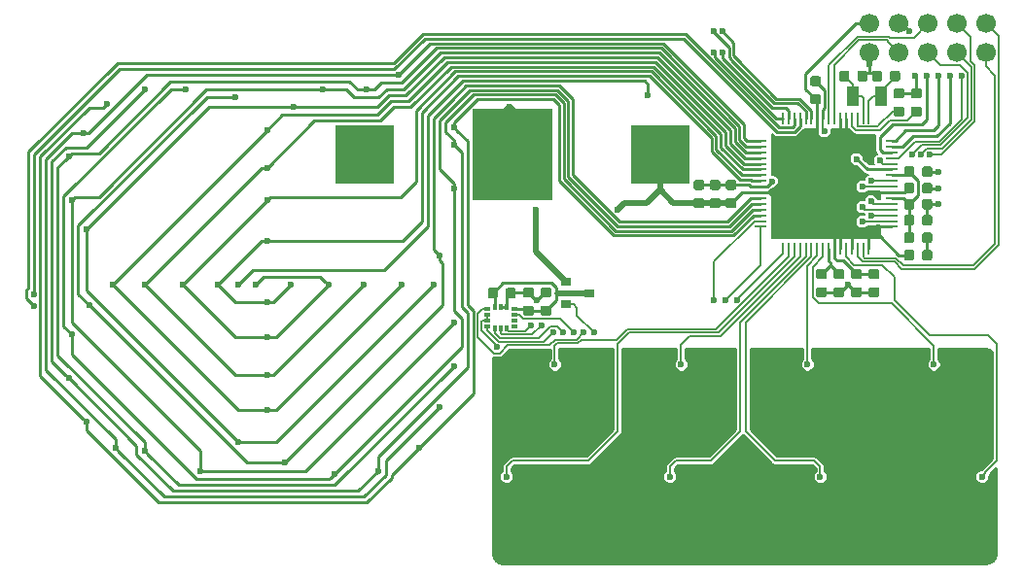
<source format=gbr>
G04 #@! TF.GenerationSoftware,KiCad,Pcbnew,5.0.2+dfsg1-1~bpo9+1*
G04 #@! TF.CreationDate,2019-04-11T03:06:54+03:00*
G04 #@! TF.ProjectId,kicad,6b696361-642e-46b6-9963-61645f706362,rev?*
G04 #@! TF.SameCoordinates,Original*
G04 #@! TF.FileFunction,Copper,L2,Bot*
G04 #@! TF.FilePolarity,Positive*
%FSLAX46Y46*%
G04 Gerber Fmt 4.6, Leading zero omitted, Abs format (unit mm)*
G04 Created by KiCad (PCBNEW 5.0.2+dfsg1-1~bpo9+1) date Thu 11 Apr 2019 03:06:54 AM MSK*
%MOMM*%
%LPD*%
G01*
G04 APERTURE LIST*
G04 #@! TA.AperFunction,SMDPad,CuDef*
%ADD10R,5.080000X5.080000*%
G04 #@! TD*
G04 #@! TA.AperFunction,SMDPad,CuDef*
%ADD11R,7.000000X8.000000*%
G04 #@! TD*
G04 #@! TA.AperFunction,Conductor*
%ADD12C,0.100000*%
G04 #@! TD*
G04 #@! TA.AperFunction,SMDPad,CuDef*
%ADD13C,0.875000*%
G04 #@! TD*
G04 #@! TA.AperFunction,SMDPad,CuDef*
%ADD14R,0.900000X0.800000*%
G04 #@! TD*
G04 #@! TA.AperFunction,BGAPad,CuDef*
%ADD15C,1.700000*%
G04 #@! TD*
G04 #@! TA.AperFunction,SMDPad,CuDef*
%ADD16R,0.580000X0.350000*%
G04 #@! TD*
G04 #@! TA.AperFunction,SMDPad,CuDef*
%ADD17R,0.350000X0.580000*%
G04 #@! TD*
G04 #@! TA.AperFunction,SMDPad,CuDef*
%ADD18R,1.000000X1.800000*%
G04 #@! TD*
G04 #@! TA.AperFunction,SMDPad,CuDef*
%ADD19R,1.000000X0.250000*%
G04 #@! TD*
G04 #@! TA.AperFunction,SMDPad,CuDef*
%ADD20R,0.250000X1.000000*%
G04 #@! TD*
G04 #@! TA.AperFunction,ViaPad*
%ADD21C,0.600000*%
G04 #@! TD*
G04 #@! TA.AperFunction,Conductor*
%ADD22C,0.254000*%
G04 #@! TD*
G04 #@! TA.AperFunction,Conductor*
%ADD23C,0.508000*%
G04 #@! TD*
G04 #@! TA.AperFunction,Conductor*
%ADD24C,0.152400*%
G04 #@! TD*
G04 #@! TA.AperFunction,Conductor*
%ADD25C,0.203000*%
G04 #@! TD*
G04 APERTURE END LIST*
D10*
G04 #@! TO.P,BT1,1*
G04 #@! TO.N,N/C*
X133962000Y-93218000D03*
G04 #@! TO.N,VDD*
X159662000Y-93218000D03*
D11*
G04 #@! TO.P,BT1,2*
G04 #@! TO.N,GND*
X146812000Y-93218000D03*
G04 #@! TD*
D12*
G04 #@! TO.N,N$1*
G04 #@! TO.C,C1_1*
G36*
X174013691Y-103195553D02*
X174034926Y-103198703D01*
X174055750Y-103203919D01*
X174075962Y-103211151D01*
X174095368Y-103220330D01*
X174113781Y-103231366D01*
X174131024Y-103244154D01*
X174146930Y-103258570D01*
X174161346Y-103274476D01*
X174174134Y-103291719D01*
X174185170Y-103310132D01*
X174194349Y-103329538D01*
X174201581Y-103349750D01*
X174206797Y-103370574D01*
X174209947Y-103391809D01*
X174211000Y-103413250D01*
X174211000Y-103850750D01*
X174209947Y-103872191D01*
X174206797Y-103893426D01*
X174201581Y-103914250D01*
X174194349Y-103934462D01*
X174185170Y-103953868D01*
X174174134Y-103972281D01*
X174161346Y-103989524D01*
X174146930Y-104005430D01*
X174131024Y-104019846D01*
X174113781Y-104032634D01*
X174095368Y-104043670D01*
X174075962Y-104052849D01*
X174055750Y-104060081D01*
X174034926Y-104065297D01*
X174013691Y-104068447D01*
X173992250Y-104069500D01*
X173479750Y-104069500D01*
X173458309Y-104068447D01*
X173437074Y-104065297D01*
X173416250Y-104060081D01*
X173396038Y-104052849D01*
X173376632Y-104043670D01*
X173358219Y-104032634D01*
X173340976Y-104019846D01*
X173325070Y-104005430D01*
X173310654Y-103989524D01*
X173297866Y-103972281D01*
X173286830Y-103953868D01*
X173277651Y-103934462D01*
X173270419Y-103914250D01*
X173265203Y-103893426D01*
X173262053Y-103872191D01*
X173261000Y-103850750D01*
X173261000Y-103413250D01*
X173262053Y-103391809D01*
X173265203Y-103370574D01*
X173270419Y-103349750D01*
X173277651Y-103329538D01*
X173286830Y-103310132D01*
X173297866Y-103291719D01*
X173310654Y-103274476D01*
X173325070Y-103258570D01*
X173340976Y-103244154D01*
X173358219Y-103231366D01*
X173376632Y-103220330D01*
X173396038Y-103211151D01*
X173416250Y-103203919D01*
X173437074Y-103198703D01*
X173458309Y-103195553D01*
X173479750Y-103194500D01*
X173992250Y-103194500D01*
X174013691Y-103195553D01*
X174013691Y-103195553D01*
G37*
D13*
G04 #@! TD*
G04 #@! TO.P,C1_1,1*
G04 #@! TO.N,N$1*
X173736000Y-103632000D03*
D12*
G04 #@! TO.N,GND*
G04 #@! TO.C,C1_1*
G36*
X174013691Y-104770553D02*
X174034926Y-104773703D01*
X174055750Y-104778919D01*
X174075962Y-104786151D01*
X174095368Y-104795330D01*
X174113781Y-104806366D01*
X174131024Y-104819154D01*
X174146930Y-104833570D01*
X174161346Y-104849476D01*
X174174134Y-104866719D01*
X174185170Y-104885132D01*
X174194349Y-104904538D01*
X174201581Y-104924750D01*
X174206797Y-104945574D01*
X174209947Y-104966809D01*
X174211000Y-104988250D01*
X174211000Y-105425750D01*
X174209947Y-105447191D01*
X174206797Y-105468426D01*
X174201581Y-105489250D01*
X174194349Y-105509462D01*
X174185170Y-105528868D01*
X174174134Y-105547281D01*
X174161346Y-105564524D01*
X174146930Y-105580430D01*
X174131024Y-105594846D01*
X174113781Y-105607634D01*
X174095368Y-105618670D01*
X174075962Y-105627849D01*
X174055750Y-105635081D01*
X174034926Y-105640297D01*
X174013691Y-105643447D01*
X173992250Y-105644500D01*
X173479750Y-105644500D01*
X173458309Y-105643447D01*
X173437074Y-105640297D01*
X173416250Y-105635081D01*
X173396038Y-105627849D01*
X173376632Y-105618670D01*
X173358219Y-105607634D01*
X173340976Y-105594846D01*
X173325070Y-105580430D01*
X173310654Y-105564524D01*
X173297866Y-105547281D01*
X173286830Y-105528868D01*
X173277651Y-105509462D01*
X173270419Y-105489250D01*
X173265203Y-105468426D01*
X173262053Y-105447191D01*
X173261000Y-105425750D01*
X173261000Y-104988250D01*
X173262053Y-104966809D01*
X173265203Y-104945574D01*
X173270419Y-104924750D01*
X173277651Y-104904538D01*
X173286830Y-104885132D01*
X173297866Y-104866719D01*
X173310654Y-104849476D01*
X173325070Y-104833570D01*
X173340976Y-104819154D01*
X173358219Y-104806366D01*
X173376632Y-104795330D01*
X173396038Y-104786151D01*
X173416250Y-104778919D01*
X173437074Y-104773703D01*
X173458309Y-104770553D01*
X173479750Y-104769500D01*
X173992250Y-104769500D01*
X174013691Y-104770553D01*
X174013691Y-104770553D01*
G37*
D13*
G04 #@! TD*
G04 #@! TO.P,C1_1,2*
G04 #@! TO.N,GND*
X173736000Y-105207000D03*
D12*
G04 #@! TO.N,N$25*
G04 #@! TO.C,R3*
G36*
X180744691Y-89022553D02*
X180765926Y-89025703D01*
X180786750Y-89030919D01*
X180806962Y-89038151D01*
X180826368Y-89047330D01*
X180844781Y-89058366D01*
X180862024Y-89071154D01*
X180877930Y-89085570D01*
X180892346Y-89101476D01*
X180905134Y-89118719D01*
X180916170Y-89137132D01*
X180925349Y-89156538D01*
X180932581Y-89176750D01*
X180937797Y-89197574D01*
X180940947Y-89218809D01*
X180942000Y-89240250D01*
X180942000Y-89677750D01*
X180940947Y-89699191D01*
X180937797Y-89720426D01*
X180932581Y-89741250D01*
X180925349Y-89761462D01*
X180916170Y-89780868D01*
X180905134Y-89799281D01*
X180892346Y-89816524D01*
X180877930Y-89832430D01*
X180862024Y-89846846D01*
X180844781Y-89859634D01*
X180826368Y-89870670D01*
X180806962Y-89879849D01*
X180786750Y-89887081D01*
X180765926Y-89892297D01*
X180744691Y-89895447D01*
X180723250Y-89896500D01*
X180210750Y-89896500D01*
X180189309Y-89895447D01*
X180168074Y-89892297D01*
X180147250Y-89887081D01*
X180127038Y-89879849D01*
X180107632Y-89870670D01*
X180089219Y-89859634D01*
X180071976Y-89846846D01*
X180056070Y-89832430D01*
X180041654Y-89816524D01*
X180028866Y-89799281D01*
X180017830Y-89780868D01*
X180008651Y-89761462D01*
X180001419Y-89741250D01*
X179996203Y-89720426D01*
X179993053Y-89699191D01*
X179992000Y-89677750D01*
X179992000Y-89240250D01*
X179993053Y-89218809D01*
X179996203Y-89197574D01*
X180001419Y-89176750D01*
X180008651Y-89156538D01*
X180017830Y-89137132D01*
X180028866Y-89118719D01*
X180041654Y-89101476D01*
X180056070Y-89085570D01*
X180071976Y-89071154D01*
X180089219Y-89058366D01*
X180107632Y-89047330D01*
X180127038Y-89038151D01*
X180147250Y-89030919D01*
X180168074Y-89025703D01*
X180189309Y-89022553D01*
X180210750Y-89021500D01*
X180723250Y-89021500D01*
X180744691Y-89022553D01*
X180744691Y-89022553D01*
G37*
D13*
G04 #@! TD*
G04 #@! TO.P,R3,1*
G04 #@! TO.N,N$25*
X180467000Y-89459000D03*
D12*
G04 #@! TO.N,GND*
G04 #@! TO.C,R3*
G36*
X180744691Y-87447553D02*
X180765926Y-87450703D01*
X180786750Y-87455919D01*
X180806962Y-87463151D01*
X180826368Y-87472330D01*
X180844781Y-87483366D01*
X180862024Y-87496154D01*
X180877930Y-87510570D01*
X180892346Y-87526476D01*
X180905134Y-87543719D01*
X180916170Y-87562132D01*
X180925349Y-87581538D01*
X180932581Y-87601750D01*
X180937797Y-87622574D01*
X180940947Y-87643809D01*
X180942000Y-87665250D01*
X180942000Y-88102750D01*
X180940947Y-88124191D01*
X180937797Y-88145426D01*
X180932581Y-88166250D01*
X180925349Y-88186462D01*
X180916170Y-88205868D01*
X180905134Y-88224281D01*
X180892346Y-88241524D01*
X180877930Y-88257430D01*
X180862024Y-88271846D01*
X180844781Y-88284634D01*
X180826368Y-88295670D01*
X180806962Y-88304849D01*
X180786750Y-88312081D01*
X180765926Y-88317297D01*
X180744691Y-88320447D01*
X180723250Y-88321500D01*
X180210750Y-88321500D01*
X180189309Y-88320447D01*
X180168074Y-88317297D01*
X180147250Y-88312081D01*
X180127038Y-88304849D01*
X180107632Y-88295670D01*
X180089219Y-88284634D01*
X180071976Y-88271846D01*
X180056070Y-88257430D01*
X180041654Y-88241524D01*
X180028866Y-88224281D01*
X180017830Y-88205868D01*
X180008651Y-88186462D01*
X180001419Y-88166250D01*
X179996203Y-88145426D01*
X179993053Y-88124191D01*
X179992000Y-88102750D01*
X179992000Y-87665250D01*
X179993053Y-87643809D01*
X179996203Y-87622574D01*
X180001419Y-87601750D01*
X180008651Y-87581538D01*
X180017830Y-87562132D01*
X180028866Y-87543719D01*
X180041654Y-87526476D01*
X180056070Y-87510570D01*
X180071976Y-87496154D01*
X180089219Y-87483366D01*
X180107632Y-87472330D01*
X180127038Y-87463151D01*
X180147250Y-87455919D01*
X180168074Y-87450703D01*
X180189309Y-87447553D01*
X180210750Y-87446500D01*
X180723250Y-87446500D01*
X180744691Y-87447553D01*
X180744691Y-87447553D01*
G37*
D13*
G04 #@! TD*
G04 #@! TO.P,R3,2*
G04 #@! TO.N,GND*
X180467000Y-87884000D03*
D12*
G04 #@! TO.N,VDD*
G04 #@! TO.C,FB1*
G36*
X181596191Y-101507053D02*
X181617426Y-101510203D01*
X181638250Y-101515419D01*
X181658462Y-101522651D01*
X181677868Y-101531830D01*
X181696281Y-101542866D01*
X181713524Y-101555654D01*
X181729430Y-101570070D01*
X181743846Y-101585976D01*
X181756634Y-101603219D01*
X181767670Y-101621632D01*
X181776849Y-101641038D01*
X181784081Y-101661250D01*
X181789297Y-101682074D01*
X181792447Y-101703309D01*
X181793500Y-101724750D01*
X181793500Y-102237250D01*
X181792447Y-102258691D01*
X181789297Y-102279926D01*
X181784081Y-102300750D01*
X181776849Y-102320962D01*
X181767670Y-102340368D01*
X181756634Y-102358781D01*
X181743846Y-102376024D01*
X181729430Y-102391930D01*
X181713524Y-102406346D01*
X181696281Y-102419134D01*
X181677868Y-102430170D01*
X181658462Y-102439349D01*
X181638250Y-102446581D01*
X181617426Y-102451797D01*
X181596191Y-102454947D01*
X181574750Y-102456000D01*
X181137250Y-102456000D01*
X181115809Y-102454947D01*
X181094574Y-102451797D01*
X181073750Y-102446581D01*
X181053538Y-102439349D01*
X181034132Y-102430170D01*
X181015719Y-102419134D01*
X180998476Y-102406346D01*
X180982570Y-102391930D01*
X180968154Y-102376024D01*
X180955366Y-102358781D01*
X180944330Y-102340368D01*
X180935151Y-102320962D01*
X180927919Y-102300750D01*
X180922703Y-102279926D01*
X180919553Y-102258691D01*
X180918500Y-102237250D01*
X180918500Y-101724750D01*
X180919553Y-101703309D01*
X180922703Y-101682074D01*
X180927919Y-101661250D01*
X180935151Y-101641038D01*
X180944330Y-101621632D01*
X180955366Y-101603219D01*
X180968154Y-101585976D01*
X180982570Y-101570070D01*
X180998476Y-101555654D01*
X181015719Y-101542866D01*
X181034132Y-101531830D01*
X181053538Y-101522651D01*
X181073750Y-101515419D01*
X181094574Y-101510203D01*
X181115809Y-101507053D01*
X181137250Y-101506000D01*
X181574750Y-101506000D01*
X181596191Y-101507053D01*
X181596191Y-101507053D01*
G37*
D13*
G04 #@! TD*
G04 #@! TO.P,FB1,1*
G04 #@! TO.N,VDD*
X181356000Y-101981000D03*
D12*
G04 #@! TO.N,N$2*
G04 #@! TO.C,FB1*
G36*
X183171191Y-101507053D02*
X183192426Y-101510203D01*
X183213250Y-101515419D01*
X183233462Y-101522651D01*
X183252868Y-101531830D01*
X183271281Y-101542866D01*
X183288524Y-101555654D01*
X183304430Y-101570070D01*
X183318846Y-101585976D01*
X183331634Y-101603219D01*
X183342670Y-101621632D01*
X183351849Y-101641038D01*
X183359081Y-101661250D01*
X183364297Y-101682074D01*
X183367447Y-101703309D01*
X183368500Y-101724750D01*
X183368500Y-102237250D01*
X183367447Y-102258691D01*
X183364297Y-102279926D01*
X183359081Y-102300750D01*
X183351849Y-102320962D01*
X183342670Y-102340368D01*
X183331634Y-102358781D01*
X183318846Y-102376024D01*
X183304430Y-102391930D01*
X183288524Y-102406346D01*
X183271281Y-102419134D01*
X183252868Y-102430170D01*
X183233462Y-102439349D01*
X183213250Y-102446581D01*
X183192426Y-102451797D01*
X183171191Y-102454947D01*
X183149750Y-102456000D01*
X182712250Y-102456000D01*
X182690809Y-102454947D01*
X182669574Y-102451797D01*
X182648750Y-102446581D01*
X182628538Y-102439349D01*
X182609132Y-102430170D01*
X182590719Y-102419134D01*
X182573476Y-102406346D01*
X182557570Y-102391930D01*
X182543154Y-102376024D01*
X182530366Y-102358781D01*
X182519330Y-102340368D01*
X182510151Y-102320962D01*
X182502919Y-102300750D01*
X182497703Y-102279926D01*
X182494553Y-102258691D01*
X182493500Y-102237250D01*
X182493500Y-101724750D01*
X182494553Y-101703309D01*
X182497703Y-101682074D01*
X182502919Y-101661250D01*
X182510151Y-101641038D01*
X182519330Y-101621632D01*
X182530366Y-101603219D01*
X182543154Y-101585976D01*
X182557570Y-101570070D01*
X182573476Y-101555654D01*
X182590719Y-101542866D01*
X182609132Y-101531830D01*
X182628538Y-101522651D01*
X182648750Y-101515419D01*
X182669574Y-101510203D01*
X182690809Y-101507053D01*
X182712250Y-101506000D01*
X183149750Y-101506000D01*
X183171191Y-101507053D01*
X183171191Y-101507053D01*
G37*
D13*
G04 #@! TD*
G04 #@! TO.P,FB1,2*
G04 #@! TO.N,N$2*
X182931000Y-101981000D03*
D14*
G04 #@! TO.P,Q1,1*
G04 #@! TO.N,N$13*
X151527000Y-106233000D03*
G04 #@! TO.P,Q1,2*
G04 #@! TO.N,VDD*
X151527000Y-104333000D03*
G04 #@! TO.P,Q1,3*
G04 #@! TO.N,IMU_VDD*
X153527000Y-105283000D03*
G04 #@! TD*
D12*
G04 #@! TO.N,GND*
G04 #@! TO.C,C16*
G36*
X178802191Y-85886053D02*
X178823426Y-85889203D01*
X178844250Y-85894419D01*
X178864462Y-85901651D01*
X178883868Y-85910830D01*
X178902281Y-85921866D01*
X178919524Y-85934654D01*
X178935430Y-85949070D01*
X178949846Y-85964976D01*
X178962634Y-85982219D01*
X178973670Y-86000632D01*
X178982849Y-86020038D01*
X178990081Y-86040250D01*
X178995297Y-86061074D01*
X178998447Y-86082309D01*
X178999500Y-86103750D01*
X178999500Y-86616250D01*
X178998447Y-86637691D01*
X178995297Y-86658926D01*
X178990081Y-86679750D01*
X178982849Y-86699962D01*
X178973670Y-86719368D01*
X178962634Y-86737781D01*
X178949846Y-86755024D01*
X178935430Y-86770930D01*
X178919524Y-86785346D01*
X178902281Y-86798134D01*
X178883868Y-86809170D01*
X178864462Y-86818349D01*
X178844250Y-86825581D01*
X178823426Y-86830797D01*
X178802191Y-86833947D01*
X178780750Y-86835000D01*
X178343250Y-86835000D01*
X178321809Y-86833947D01*
X178300574Y-86830797D01*
X178279750Y-86825581D01*
X178259538Y-86818349D01*
X178240132Y-86809170D01*
X178221719Y-86798134D01*
X178204476Y-86785346D01*
X178188570Y-86770930D01*
X178174154Y-86755024D01*
X178161366Y-86737781D01*
X178150330Y-86719368D01*
X178141151Y-86699962D01*
X178133919Y-86679750D01*
X178128703Y-86658926D01*
X178125553Y-86637691D01*
X178124500Y-86616250D01*
X178124500Y-86103750D01*
X178125553Y-86082309D01*
X178128703Y-86061074D01*
X178133919Y-86040250D01*
X178141151Y-86020038D01*
X178150330Y-86000632D01*
X178161366Y-85982219D01*
X178174154Y-85964976D01*
X178188570Y-85949070D01*
X178204476Y-85934654D01*
X178221719Y-85921866D01*
X178240132Y-85910830D01*
X178259538Y-85901651D01*
X178279750Y-85894419D01*
X178300574Y-85889203D01*
X178321809Y-85886053D01*
X178343250Y-85885000D01*
X178780750Y-85885000D01*
X178802191Y-85886053D01*
X178802191Y-85886053D01*
G37*
D13*
G04 #@! TD*
G04 #@! TO.P,C16,2*
G04 #@! TO.N,GND*
X178562000Y-86360000D03*
D12*
G04 #@! TO.N,LFXTAL_N*
G04 #@! TO.C,C16*
G36*
X180377191Y-85886053D02*
X180398426Y-85889203D01*
X180419250Y-85894419D01*
X180439462Y-85901651D01*
X180458868Y-85910830D01*
X180477281Y-85921866D01*
X180494524Y-85934654D01*
X180510430Y-85949070D01*
X180524846Y-85964976D01*
X180537634Y-85982219D01*
X180548670Y-86000632D01*
X180557849Y-86020038D01*
X180565081Y-86040250D01*
X180570297Y-86061074D01*
X180573447Y-86082309D01*
X180574500Y-86103750D01*
X180574500Y-86616250D01*
X180573447Y-86637691D01*
X180570297Y-86658926D01*
X180565081Y-86679750D01*
X180557849Y-86699962D01*
X180548670Y-86719368D01*
X180537634Y-86737781D01*
X180524846Y-86755024D01*
X180510430Y-86770930D01*
X180494524Y-86785346D01*
X180477281Y-86798134D01*
X180458868Y-86809170D01*
X180439462Y-86818349D01*
X180419250Y-86825581D01*
X180398426Y-86830797D01*
X180377191Y-86833947D01*
X180355750Y-86835000D01*
X179918250Y-86835000D01*
X179896809Y-86833947D01*
X179875574Y-86830797D01*
X179854750Y-86825581D01*
X179834538Y-86818349D01*
X179815132Y-86809170D01*
X179796719Y-86798134D01*
X179779476Y-86785346D01*
X179763570Y-86770930D01*
X179749154Y-86755024D01*
X179736366Y-86737781D01*
X179725330Y-86719368D01*
X179716151Y-86699962D01*
X179708919Y-86679750D01*
X179703703Y-86658926D01*
X179700553Y-86637691D01*
X179699500Y-86616250D01*
X179699500Y-86103750D01*
X179700553Y-86082309D01*
X179703703Y-86061074D01*
X179708919Y-86040250D01*
X179716151Y-86020038D01*
X179725330Y-86000632D01*
X179736366Y-85982219D01*
X179749154Y-85964976D01*
X179763570Y-85949070D01*
X179779476Y-85934654D01*
X179796719Y-85921866D01*
X179815132Y-85910830D01*
X179834538Y-85901651D01*
X179854750Y-85894419D01*
X179875574Y-85889203D01*
X179896809Y-85886053D01*
X179918250Y-85885000D01*
X180355750Y-85885000D01*
X180377191Y-85886053D01*
X180377191Y-85886053D01*
G37*
D13*
G04 #@! TD*
G04 #@! TO.P,C16,1*
G04 #@! TO.N,LFXTAL_N*
X180137000Y-86360000D03*
D12*
G04 #@! TO.N,GND*
G04 #@! TO.C,C15*
G36*
X177532191Y-85886053D02*
X177553426Y-85889203D01*
X177574250Y-85894419D01*
X177594462Y-85901651D01*
X177613868Y-85910830D01*
X177632281Y-85921866D01*
X177649524Y-85934654D01*
X177665430Y-85949070D01*
X177679846Y-85964976D01*
X177692634Y-85982219D01*
X177703670Y-86000632D01*
X177712849Y-86020038D01*
X177720081Y-86040250D01*
X177725297Y-86061074D01*
X177728447Y-86082309D01*
X177729500Y-86103750D01*
X177729500Y-86616250D01*
X177728447Y-86637691D01*
X177725297Y-86658926D01*
X177720081Y-86679750D01*
X177712849Y-86699962D01*
X177703670Y-86719368D01*
X177692634Y-86737781D01*
X177679846Y-86755024D01*
X177665430Y-86770930D01*
X177649524Y-86785346D01*
X177632281Y-86798134D01*
X177613868Y-86809170D01*
X177594462Y-86818349D01*
X177574250Y-86825581D01*
X177553426Y-86830797D01*
X177532191Y-86833947D01*
X177510750Y-86835000D01*
X177073250Y-86835000D01*
X177051809Y-86833947D01*
X177030574Y-86830797D01*
X177009750Y-86825581D01*
X176989538Y-86818349D01*
X176970132Y-86809170D01*
X176951719Y-86798134D01*
X176934476Y-86785346D01*
X176918570Y-86770930D01*
X176904154Y-86755024D01*
X176891366Y-86737781D01*
X176880330Y-86719368D01*
X176871151Y-86699962D01*
X176863919Y-86679750D01*
X176858703Y-86658926D01*
X176855553Y-86637691D01*
X176854500Y-86616250D01*
X176854500Y-86103750D01*
X176855553Y-86082309D01*
X176858703Y-86061074D01*
X176863919Y-86040250D01*
X176871151Y-86020038D01*
X176880330Y-86000632D01*
X176891366Y-85982219D01*
X176904154Y-85964976D01*
X176918570Y-85949070D01*
X176934476Y-85934654D01*
X176951719Y-85921866D01*
X176970132Y-85910830D01*
X176989538Y-85901651D01*
X177009750Y-85894419D01*
X177030574Y-85889203D01*
X177051809Y-85886053D01*
X177073250Y-85885000D01*
X177510750Y-85885000D01*
X177532191Y-85886053D01*
X177532191Y-85886053D01*
G37*
D13*
G04 #@! TD*
G04 #@! TO.P,C15,2*
G04 #@! TO.N,GND*
X177292000Y-86360000D03*
D12*
G04 #@! TO.N,LFXTAL_P*
G04 #@! TO.C,C15*
G36*
X175957191Y-85886053D02*
X175978426Y-85889203D01*
X175999250Y-85894419D01*
X176019462Y-85901651D01*
X176038868Y-85910830D01*
X176057281Y-85921866D01*
X176074524Y-85934654D01*
X176090430Y-85949070D01*
X176104846Y-85964976D01*
X176117634Y-85982219D01*
X176128670Y-86000632D01*
X176137849Y-86020038D01*
X176145081Y-86040250D01*
X176150297Y-86061074D01*
X176153447Y-86082309D01*
X176154500Y-86103750D01*
X176154500Y-86616250D01*
X176153447Y-86637691D01*
X176150297Y-86658926D01*
X176145081Y-86679750D01*
X176137849Y-86699962D01*
X176128670Y-86719368D01*
X176117634Y-86737781D01*
X176104846Y-86755024D01*
X176090430Y-86770930D01*
X176074524Y-86785346D01*
X176057281Y-86798134D01*
X176038868Y-86809170D01*
X176019462Y-86818349D01*
X175999250Y-86825581D01*
X175978426Y-86830797D01*
X175957191Y-86833947D01*
X175935750Y-86835000D01*
X175498250Y-86835000D01*
X175476809Y-86833947D01*
X175455574Y-86830797D01*
X175434750Y-86825581D01*
X175414538Y-86818349D01*
X175395132Y-86809170D01*
X175376719Y-86798134D01*
X175359476Y-86785346D01*
X175343570Y-86770930D01*
X175329154Y-86755024D01*
X175316366Y-86737781D01*
X175305330Y-86719368D01*
X175296151Y-86699962D01*
X175288919Y-86679750D01*
X175283703Y-86658926D01*
X175280553Y-86637691D01*
X175279500Y-86616250D01*
X175279500Y-86103750D01*
X175280553Y-86082309D01*
X175283703Y-86061074D01*
X175288919Y-86040250D01*
X175296151Y-86020038D01*
X175305330Y-86000632D01*
X175316366Y-85982219D01*
X175329154Y-85964976D01*
X175343570Y-85949070D01*
X175359476Y-85934654D01*
X175376719Y-85921866D01*
X175395132Y-85910830D01*
X175414538Y-85901651D01*
X175434750Y-85894419D01*
X175455574Y-85889203D01*
X175476809Y-85886053D01*
X175498250Y-85885000D01*
X175935750Y-85885000D01*
X175957191Y-85886053D01*
X175957191Y-85886053D01*
G37*
D13*
G04 #@! TD*
G04 #@! TO.P,C15,1*
G04 #@! TO.N,LFXTAL_P*
X175717000Y-86360000D03*
D12*
G04 #@! TO.N,IMU_VDD*
G04 #@! TO.C,C14*
G36*
X150010691Y-106370553D02*
X150031926Y-106373703D01*
X150052750Y-106378919D01*
X150072962Y-106386151D01*
X150092368Y-106395330D01*
X150110781Y-106406366D01*
X150128024Y-106419154D01*
X150143930Y-106433570D01*
X150158346Y-106449476D01*
X150171134Y-106466719D01*
X150182170Y-106485132D01*
X150191349Y-106504538D01*
X150198581Y-106524750D01*
X150203797Y-106545574D01*
X150206947Y-106566809D01*
X150208000Y-106588250D01*
X150208000Y-107025750D01*
X150206947Y-107047191D01*
X150203797Y-107068426D01*
X150198581Y-107089250D01*
X150191349Y-107109462D01*
X150182170Y-107128868D01*
X150171134Y-107147281D01*
X150158346Y-107164524D01*
X150143930Y-107180430D01*
X150128024Y-107194846D01*
X150110781Y-107207634D01*
X150092368Y-107218670D01*
X150072962Y-107227849D01*
X150052750Y-107235081D01*
X150031926Y-107240297D01*
X150010691Y-107243447D01*
X149989250Y-107244500D01*
X149476750Y-107244500D01*
X149455309Y-107243447D01*
X149434074Y-107240297D01*
X149413250Y-107235081D01*
X149393038Y-107227849D01*
X149373632Y-107218670D01*
X149355219Y-107207634D01*
X149337976Y-107194846D01*
X149322070Y-107180430D01*
X149307654Y-107164524D01*
X149294866Y-107147281D01*
X149283830Y-107128868D01*
X149274651Y-107109462D01*
X149267419Y-107089250D01*
X149262203Y-107068426D01*
X149259053Y-107047191D01*
X149258000Y-107025750D01*
X149258000Y-106588250D01*
X149259053Y-106566809D01*
X149262203Y-106545574D01*
X149267419Y-106524750D01*
X149274651Y-106504538D01*
X149283830Y-106485132D01*
X149294866Y-106466719D01*
X149307654Y-106449476D01*
X149322070Y-106433570D01*
X149337976Y-106419154D01*
X149355219Y-106406366D01*
X149373632Y-106395330D01*
X149393038Y-106386151D01*
X149413250Y-106378919D01*
X149434074Y-106373703D01*
X149455309Y-106370553D01*
X149476750Y-106369500D01*
X149989250Y-106369500D01*
X150010691Y-106370553D01*
X150010691Y-106370553D01*
G37*
D13*
G04 #@! TD*
G04 #@! TO.P,C14,1*
G04 #@! TO.N,IMU_VDD*
X149733000Y-106807000D03*
D12*
G04 #@! TO.N,GND*
G04 #@! TO.C,C14*
G36*
X150010691Y-104795553D02*
X150031926Y-104798703D01*
X150052750Y-104803919D01*
X150072962Y-104811151D01*
X150092368Y-104820330D01*
X150110781Y-104831366D01*
X150128024Y-104844154D01*
X150143930Y-104858570D01*
X150158346Y-104874476D01*
X150171134Y-104891719D01*
X150182170Y-104910132D01*
X150191349Y-104929538D01*
X150198581Y-104949750D01*
X150203797Y-104970574D01*
X150206947Y-104991809D01*
X150208000Y-105013250D01*
X150208000Y-105450750D01*
X150206947Y-105472191D01*
X150203797Y-105493426D01*
X150198581Y-105514250D01*
X150191349Y-105534462D01*
X150182170Y-105553868D01*
X150171134Y-105572281D01*
X150158346Y-105589524D01*
X150143930Y-105605430D01*
X150128024Y-105619846D01*
X150110781Y-105632634D01*
X150092368Y-105643670D01*
X150072962Y-105652849D01*
X150052750Y-105660081D01*
X150031926Y-105665297D01*
X150010691Y-105668447D01*
X149989250Y-105669500D01*
X149476750Y-105669500D01*
X149455309Y-105668447D01*
X149434074Y-105665297D01*
X149413250Y-105660081D01*
X149393038Y-105652849D01*
X149373632Y-105643670D01*
X149355219Y-105632634D01*
X149337976Y-105619846D01*
X149322070Y-105605430D01*
X149307654Y-105589524D01*
X149294866Y-105572281D01*
X149283830Y-105553868D01*
X149274651Y-105534462D01*
X149267419Y-105514250D01*
X149262203Y-105493426D01*
X149259053Y-105472191D01*
X149258000Y-105450750D01*
X149258000Y-105013250D01*
X149259053Y-104991809D01*
X149262203Y-104970574D01*
X149267419Y-104949750D01*
X149274651Y-104929538D01*
X149283830Y-104910132D01*
X149294866Y-104891719D01*
X149307654Y-104874476D01*
X149322070Y-104858570D01*
X149337976Y-104844154D01*
X149355219Y-104831366D01*
X149373632Y-104820330D01*
X149393038Y-104811151D01*
X149413250Y-104803919D01*
X149434074Y-104798703D01*
X149455309Y-104795553D01*
X149476750Y-104794500D01*
X149989250Y-104794500D01*
X150010691Y-104795553D01*
X150010691Y-104795553D01*
G37*
D13*
G04 #@! TD*
G04 #@! TO.P,C14,2*
G04 #@! TO.N,GND*
X149733000Y-105232000D03*
D12*
G04 #@! TO.N,GND*
G04 #@! TO.C,C2*
G36*
X173505691Y-86380553D02*
X173526926Y-86383703D01*
X173547750Y-86388919D01*
X173567962Y-86396151D01*
X173587368Y-86405330D01*
X173605781Y-86416366D01*
X173623024Y-86429154D01*
X173638930Y-86443570D01*
X173653346Y-86459476D01*
X173666134Y-86476719D01*
X173677170Y-86495132D01*
X173686349Y-86514538D01*
X173693581Y-86534750D01*
X173698797Y-86555574D01*
X173701947Y-86576809D01*
X173703000Y-86598250D01*
X173703000Y-87035750D01*
X173701947Y-87057191D01*
X173698797Y-87078426D01*
X173693581Y-87099250D01*
X173686349Y-87119462D01*
X173677170Y-87138868D01*
X173666134Y-87157281D01*
X173653346Y-87174524D01*
X173638930Y-87190430D01*
X173623024Y-87204846D01*
X173605781Y-87217634D01*
X173587368Y-87228670D01*
X173567962Y-87237849D01*
X173547750Y-87245081D01*
X173526926Y-87250297D01*
X173505691Y-87253447D01*
X173484250Y-87254500D01*
X172971750Y-87254500D01*
X172950309Y-87253447D01*
X172929074Y-87250297D01*
X172908250Y-87245081D01*
X172888038Y-87237849D01*
X172868632Y-87228670D01*
X172850219Y-87217634D01*
X172832976Y-87204846D01*
X172817070Y-87190430D01*
X172802654Y-87174524D01*
X172789866Y-87157281D01*
X172778830Y-87138868D01*
X172769651Y-87119462D01*
X172762419Y-87099250D01*
X172757203Y-87078426D01*
X172754053Y-87057191D01*
X172753000Y-87035750D01*
X172753000Y-86598250D01*
X172754053Y-86576809D01*
X172757203Y-86555574D01*
X172762419Y-86534750D01*
X172769651Y-86514538D01*
X172778830Y-86495132D01*
X172789866Y-86476719D01*
X172802654Y-86459476D01*
X172817070Y-86443570D01*
X172832976Y-86429154D01*
X172850219Y-86416366D01*
X172868632Y-86405330D01*
X172888038Y-86396151D01*
X172908250Y-86388919D01*
X172929074Y-86383703D01*
X172950309Y-86380553D01*
X172971750Y-86379500D01*
X173484250Y-86379500D01*
X173505691Y-86380553D01*
X173505691Y-86380553D01*
G37*
D13*
G04 #@! TD*
G04 #@! TO.P,C2,2*
G04 #@! TO.N,GND*
X173228000Y-86817000D03*
D12*
G04 #@! TO.N,VDD*
G04 #@! TO.C,C2*
G36*
X173505691Y-87955553D02*
X173526926Y-87958703D01*
X173547750Y-87963919D01*
X173567962Y-87971151D01*
X173587368Y-87980330D01*
X173605781Y-87991366D01*
X173623024Y-88004154D01*
X173638930Y-88018570D01*
X173653346Y-88034476D01*
X173666134Y-88051719D01*
X173677170Y-88070132D01*
X173686349Y-88089538D01*
X173693581Y-88109750D01*
X173698797Y-88130574D01*
X173701947Y-88151809D01*
X173703000Y-88173250D01*
X173703000Y-88610750D01*
X173701947Y-88632191D01*
X173698797Y-88653426D01*
X173693581Y-88674250D01*
X173686349Y-88694462D01*
X173677170Y-88713868D01*
X173666134Y-88732281D01*
X173653346Y-88749524D01*
X173638930Y-88765430D01*
X173623024Y-88779846D01*
X173605781Y-88792634D01*
X173587368Y-88803670D01*
X173567962Y-88812849D01*
X173547750Y-88820081D01*
X173526926Y-88825297D01*
X173505691Y-88828447D01*
X173484250Y-88829500D01*
X172971750Y-88829500D01*
X172950309Y-88828447D01*
X172929074Y-88825297D01*
X172908250Y-88820081D01*
X172888038Y-88812849D01*
X172868632Y-88803670D01*
X172850219Y-88792634D01*
X172832976Y-88779846D01*
X172817070Y-88765430D01*
X172802654Y-88749524D01*
X172789866Y-88732281D01*
X172778830Y-88713868D01*
X172769651Y-88694462D01*
X172762419Y-88674250D01*
X172757203Y-88653426D01*
X172754053Y-88632191D01*
X172753000Y-88610750D01*
X172753000Y-88173250D01*
X172754053Y-88151809D01*
X172757203Y-88130574D01*
X172762419Y-88109750D01*
X172769651Y-88089538D01*
X172778830Y-88070132D01*
X172789866Y-88051719D01*
X172802654Y-88034476D01*
X172817070Y-88018570D01*
X172832976Y-88004154D01*
X172850219Y-87991366D01*
X172868632Y-87980330D01*
X172888038Y-87971151D01*
X172908250Y-87963919D01*
X172929074Y-87958703D01*
X172950309Y-87955553D01*
X172971750Y-87954500D01*
X173484250Y-87954500D01*
X173505691Y-87955553D01*
X173505691Y-87955553D01*
G37*
D13*
G04 #@! TD*
G04 #@! TO.P,C2,1*
G04 #@! TO.N,VDD*
X173228000Y-88392000D03*
D15*
G04 #@! TO.P,J1,5*
G04 #@! TO.N,N$7*
X183007000Y-81788000D03*
G04 #@! TO.P,J1,4*
G04 #@! TO.N,N$6*
X180467000Y-84328000D03*
G04 #@! TO.P,J1,3*
G04 #@! TO.N,N$5*
X180467000Y-81788000D03*
G04 #@! TO.P,J1,2*
G04 #@! TO.N,GND*
X177927000Y-84328000D03*
G04 #@! TO.P,J1,1*
G04 #@! TO.N,VDD*
X177927000Y-81788000D03*
G04 #@! TO.P,J1,10*
G04 #@! TO.N,N$12*
X188087000Y-84328000D03*
G04 #@! TO.P,J1,9*
G04 #@! TO.N,N$11*
X188087000Y-81788000D03*
G04 #@! TO.P,J1,8*
G04 #@! TO.N,N$10*
X185547000Y-84328000D03*
G04 #@! TO.P,J1,7*
G04 #@! TO.N,N$9*
X185547000Y-81788000D03*
G04 #@! TO.P,J1,6*
G04 #@! TO.N,N$8*
X183007000Y-84328000D03*
G04 #@! TD*
D16*
G04 #@! TO.P,U2,4*
G04 #@! TO.N,N$18*
X144609400Y-106691600D03*
G04 #@! TO.P,U2,3*
G04 #@! TO.N,GND*
X144609400Y-107191600D03*
G04 #@! TO.P,U2,2*
X144609400Y-107691600D03*
G04 #@! TO.P,U2,1*
G04 #@! TO.N,N$14*
X144609400Y-108191600D03*
D17*
G04 #@! TO.P,U2,7*
G04 #@! TO.N,GND*
X146284400Y-106516600D03*
G04 #@! TO.P,U2,6*
X145784400Y-106516600D03*
G04 #@! TO.P,U2,5*
G04 #@! TO.N,IMU_VDD*
X145284400Y-106516600D03*
D16*
G04 #@! TO.P,U2,8*
X146959400Y-106691600D03*
G04 #@! TO.P,U2,9*
G04 #@! TO.N,N$19*
X146959400Y-107191600D03*
G04 #@! TO.P,U2,10*
G04 #@! TO.N,N/C*
X146959400Y-107691600D03*
G04 #@! TO.P,U2,11*
X146959400Y-108191600D03*
D17*
G04 #@! TO.P,U2,12*
G04 #@! TO.N,N$17*
X146284400Y-108366600D03*
G04 #@! TO.P,U2,13*
G04 #@! TO.N,N$16*
X145784400Y-108366600D03*
G04 #@! TO.P,U2,14*
G04 #@! TO.N,N$15*
X145284400Y-108366600D03*
G04 #@! TD*
D12*
G04 #@! TO.N,GND*
G04 #@! TO.C,R2*
G36*
X182268691Y-87447553D02*
X182289926Y-87450703D01*
X182310750Y-87455919D01*
X182330962Y-87463151D01*
X182350368Y-87472330D01*
X182368781Y-87483366D01*
X182386024Y-87496154D01*
X182401930Y-87510570D01*
X182416346Y-87526476D01*
X182429134Y-87543719D01*
X182440170Y-87562132D01*
X182449349Y-87581538D01*
X182456581Y-87601750D01*
X182461797Y-87622574D01*
X182464947Y-87643809D01*
X182466000Y-87665250D01*
X182466000Y-88102750D01*
X182464947Y-88124191D01*
X182461797Y-88145426D01*
X182456581Y-88166250D01*
X182449349Y-88186462D01*
X182440170Y-88205868D01*
X182429134Y-88224281D01*
X182416346Y-88241524D01*
X182401930Y-88257430D01*
X182386024Y-88271846D01*
X182368781Y-88284634D01*
X182350368Y-88295670D01*
X182330962Y-88304849D01*
X182310750Y-88312081D01*
X182289926Y-88317297D01*
X182268691Y-88320447D01*
X182247250Y-88321500D01*
X181734750Y-88321500D01*
X181713309Y-88320447D01*
X181692074Y-88317297D01*
X181671250Y-88312081D01*
X181651038Y-88304849D01*
X181631632Y-88295670D01*
X181613219Y-88284634D01*
X181595976Y-88271846D01*
X181580070Y-88257430D01*
X181565654Y-88241524D01*
X181552866Y-88224281D01*
X181541830Y-88205868D01*
X181532651Y-88186462D01*
X181525419Y-88166250D01*
X181520203Y-88145426D01*
X181517053Y-88124191D01*
X181516000Y-88102750D01*
X181516000Y-87665250D01*
X181517053Y-87643809D01*
X181520203Y-87622574D01*
X181525419Y-87601750D01*
X181532651Y-87581538D01*
X181541830Y-87562132D01*
X181552866Y-87543719D01*
X181565654Y-87526476D01*
X181580070Y-87510570D01*
X181595976Y-87496154D01*
X181613219Y-87483366D01*
X181631632Y-87472330D01*
X181651038Y-87463151D01*
X181671250Y-87455919D01*
X181692074Y-87450703D01*
X181713309Y-87447553D01*
X181734750Y-87446500D01*
X182247250Y-87446500D01*
X182268691Y-87447553D01*
X182268691Y-87447553D01*
G37*
D13*
G04 #@! TD*
G04 #@! TO.P,R2,2*
G04 #@! TO.N,GND*
X181991000Y-87884000D03*
D12*
G04 #@! TO.N,N$24*
G04 #@! TO.C,R2*
G36*
X182268691Y-89022553D02*
X182289926Y-89025703D01*
X182310750Y-89030919D01*
X182330962Y-89038151D01*
X182350368Y-89047330D01*
X182368781Y-89058366D01*
X182386024Y-89071154D01*
X182401930Y-89085570D01*
X182416346Y-89101476D01*
X182429134Y-89118719D01*
X182440170Y-89137132D01*
X182449349Y-89156538D01*
X182456581Y-89176750D01*
X182461797Y-89197574D01*
X182464947Y-89218809D01*
X182466000Y-89240250D01*
X182466000Y-89677750D01*
X182464947Y-89699191D01*
X182461797Y-89720426D01*
X182456581Y-89741250D01*
X182449349Y-89761462D01*
X182440170Y-89780868D01*
X182429134Y-89799281D01*
X182416346Y-89816524D01*
X182401930Y-89832430D01*
X182386024Y-89846846D01*
X182368781Y-89859634D01*
X182350368Y-89870670D01*
X182330962Y-89879849D01*
X182310750Y-89887081D01*
X182289926Y-89892297D01*
X182268691Y-89895447D01*
X182247250Y-89896500D01*
X181734750Y-89896500D01*
X181713309Y-89895447D01*
X181692074Y-89892297D01*
X181671250Y-89887081D01*
X181651038Y-89879849D01*
X181631632Y-89870670D01*
X181613219Y-89859634D01*
X181595976Y-89846846D01*
X181580070Y-89832430D01*
X181565654Y-89816524D01*
X181552866Y-89799281D01*
X181541830Y-89780868D01*
X181532651Y-89761462D01*
X181525419Y-89741250D01*
X181520203Y-89720426D01*
X181517053Y-89699191D01*
X181516000Y-89677750D01*
X181516000Y-89240250D01*
X181517053Y-89218809D01*
X181520203Y-89197574D01*
X181525419Y-89176750D01*
X181532651Y-89156538D01*
X181541830Y-89137132D01*
X181552866Y-89118719D01*
X181565654Y-89101476D01*
X181580070Y-89085570D01*
X181595976Y-89071154D01*
X181613219Y-89058366D01*
X181631632Y-89047330D01*
X181651038Y-89038151D01*
X181671250Y-89030919D01*
X181692074Y-89025703D01*
X181713309Y-89022553D01*
X181734750Y-89021500D01*
X182247250Y-89021500D01*
X182268691Y-89022553D01*
X182268691Y-89022553D01*
G37*
D13*
G04 #@! TD*
G04 #@! TO.P,R2,1*
G04 #@! TO.N,N$24*
X181991000Y-89459000D03*
D12*
G04 #@! TO.N,GND*
G04 #@! TO.C,C13*
G36*
X148486691Y-104795553D02*
X148507926Y-104798703D01*
X148528750Y-104803919D01*
X148548962Y-104811151D01*
X148568368Y-104820330D01*
X148586781Y-104831366D01*
X148604024Y-104844154D01*
X148619930Y-104858570D01*
X148634346Y-104874476D01*
X148647134Y-104891719D01*
X148658170Y-104910132D01*
X148667349Y-104929538D01*
X148674581Y-104949750D01*
X148679797Y-104970574D01*
X148682947Y-104991809D01*
X148684000Y-105013250D01*
X148684000Y-105450750D01*
X148682947Y-105472191D01*
X148679797Y-105493426D01*
X148674581Y-105514250D01*
X148667349Y-105534462D01*
X148658170Y-105553868D01*
X148647134Y-105572281D01*
X148634346Y-105589524D01*
X148619930Y-105605430D01*
X148604024Y-105619846D01*
X148586781Y-105632634D01*
X148568368Y-105643670D01*
X148548962Y-105652849D01*
X148528750Y-105660081D01*
X148507926Y-105665297D01*
X148486691Y-105668447D01*
X148465250Y-105669500D01*
X147952750Y-105669500D01*
X147931309Y-105668447D01*
X147910074Y-105665297D01*
X147889250Y-105660081D01*
X147869038Y-105652849D01*
X147849632Y-105643670D01*
X147831219Y-105632634D01*
X147813976Y-105619846D01*
X147798070Y-105605430D01*
X147783654Y-105589524D01*
X147770866Y-105572281D01*
X147759830Y-105553868D01*
X147750651Y-105534462D01*
X147743419Y-105514250D01*
X147738203Y-105493426D01*
X147735053Y-105472191D01*
X147734000Y-105450750D01*
X147734000Y-105013250D01*
X147735053Y-104991809D01*
X147738203Y-104970574D01*
X147743419Y-104949750D01*
X147750651Y-104929538D01*
X147759830Y-104910132D01*
X147770866Y-104891719D01*
X147783654Y-104874476D01*
X147798070Y-104858570D01*
X147813976Y-104844154D01*
X147831219Y-104831366D01*
X147849632Y-104820330D01*
X147869038Y-104811151D01*
X147889250Y-104803919D01*
X147910074Y-104798703D01*
X147931309Y-104795553D01*
X147952750Y-104794500D01*
X148465250Y-104794500D01*
X148486691Y-104795553D01*
X148486691Y-104795553D01*
G37*
D13*
G04 #@! TD*
G04 #@! TO.P,C13,2*
G04 #@! TO.N,GND*
X148209000Y-105232000D03*
D12*
G04 #@! TO.N,IMU_VDD*
G04 #@! TO.C,C13*
G36*
X148486691Y-106370553D02*
X148507926Y-106373703D01*
X148528750Y-106378919D01*
X148548962Y-106386151D01*
X148568368Y-106395330D01*
X148586781Y-106406366D01*
X148604024Y-106419154D01*
X148619930Y-106433570D01*
X148634346Y-106449476D01*
X148647134Y-106466719D01*
X148658170Y-106485132D01*
X148667349Y-106504538D01*
X148674581Y-106524750D01*
X148679797Y-106545574D01*
X148682947Y-106566809D01*
X148684000Y-106588250D01*
X148684000Y-107025750D01*
X148682947Y-107047191D01*
X148679797Y-107068426D01*
X148674581Y-107089250D01*
X148667349Y-107109462D01*
X148658170Y-107128868D01*
X148647134Y-107147281D01*
X148634346Y-107164524D01*
X148619930Y-107180430D01*
X148604024Y-107194846D01*
X148586781Y-107207634D01*
X148568368Y-107218670D01*
X148548962Y-107227849D01*
X148528750Y-107235081D01*
X148507926Y-107240297D01*
X148486691Y-107243447D01*
X148465250Y-107244500D01*
X147952750Y-107244500D01*
X147931309Y-107243447D01*
X147910074Y-107240297D01*
X147889250Y-107235081D01*
X147869038Y-107227849D01*
X147849632Y-107218670D01*
X147831219Y-107207634D01*
X147813976Y-107194846D01*
X147798070Y-107180430D01*
X147783654Y-107164524D01*
X147770866Y-107147281D01*
X147759830Y-107128868D01*
X147750651Y-107109462D01*
X147743419Y-107089250D01*
X147738203Y-107068426D01*
X147735053Y-107047191D01*
X147734000Y-107025750D01*
X147734000Y-106588250D01*
X147735053Y-106566809D01*
X147738203Y-106545574D01*
X147743419Y-106524750D01*
X147750651Y-106504538D01*
X147759830Y-106485132D01*
X147770866Y-106466719D01*
X147783654Y-106449476D01*
X147798070Y-106433570D01*
X147813976Y-106419154D01*
X147831219Y-106406366D01*
X147849632Y-106395330D01*
X147869038Y-106386151D01*
X147889250Y-106378919D01*
X147910074Y-106373703D01*
X147931309Y-106370553D01*
X147952750Y-106369500D01*
X148465250Y-106369500D01*
X148486691Y-106370553D01*
X148486691Y-106370553D01*
G37*
D13*
G04 #@! TD*
G04 #@! TO.P,C13,1*
G04 #@! TO.N,IMU_VDD*
X148209000Y-106807000D03*
D12*
G04 #@! TO.N,GND*
G04 #@! TO.C,C12*
G36*
X146925191Y-104809053D02*
X146946426Y-104812203D01*
X146967250Y-104817419D01*
X146987462Y-104824651D01*
X147006868Y-104833830D01*
X147025281Y-104844866D01*
X147042524Y-104857654D01*
X147058430Y-104872070D01*
X147072846Y-104887976D01*
X147085634Y-104905219D01*
X147096670Y-104923632D01*
X147105849Y-104943038D01*
X147113081Y-104963250D01*
X147118297Y-104984074D01*
X147121447Y-105005309D01*
X147122500Y-105026750D01*
X147122500Y-105539250D01*
X147121447Y-105560691D01*
X147118297Y-105581926D01*
X147113081Y-105602750D01*
X147105849Y-105622962D01*
X147096670Y-105642368D01*
X147085634Y-105660781D01*
X147072846Y-105678024D01*
X147058430Y-105693930D01*
X147042524Y-105708346D01*
X147025281Y-105721134D01*
X147006868Y-105732170D01*
X146987462Y-105741349D01*
X146967250Y-105748581D01*
X146946426Y-105753797D01*
X146925191Y-105756947D01*
X146903750Y-105758000D01*
X146466250Y-105758000D01*
X146444809Y-105756947D01*
X146423574Y-105753797D01*
X146402750Y-105748581D01*
X146382538Y-105741349D01*
X146363132Y-105732170D01*
X146344719Y-105721134D01*
X146327476Y-105708346D01*
X146311570Y-105693930D01*
X146297154Y-105678024D01*
X146284366Y-105660781D01*
X146273330Y-105642368D01*
X146264151Y-105622962D01*
X146256919Y-105602750D01*
X146251703Y-105581926D01*
X146248553Y-105560691D01*
X146247500Y-105539250D01*
X146247500Y-105026750D01*
X146248553Y-105005309D01*
X146251703Y-104984074D01*
X146256919Y-104963250D01*
X146264151Y-104943038D01*
X146273330Y-104923632D01*
X146284366Y-104905219D01*
X146297154Y-104887976D01*
X146311570Y-104872070D01*
X146327476Y-104857654D01*
X146344719Y-104844866D01*
X146363132Y-104833830D01*
X146382538Y-104824651D01*
X146402750Y-104817419D01*
X146423574Y-104812203D01*
X146444809Y-104809053D01*
X146466250Y-104808000D01*
X146903750Y-104808000D01*
X146925191Y-104809053D01*
X146925191Y-104809053D01*
G37*
D13*
G04 #@! TD*
G04 #@! TO.P,C12,2*
G04 #@! TO.N,GND*
X146685000Y-105283000D03*
D12*
G04 #@! TO.N,IMU_VDD*
G04 #@! TO.C,C12*
G36*
X145350191Y-104809053D02*
X145371426Y-104812203D01*
X145392250Y-104817419D01*
X145412462Y-104824651D01*
X145431868Y-104833830D01*
X145450281Y-104844866D01*
X145467524Y-104857654D01*
X145483430Y-104872070D01*
X145497846Y-104887976D01*
X145510634Y-104905219D01*
X145521670Y-104923632D01*
X145530849Y-104943038D01*
X145538081Y-104963250D01*
X145543297Y-104984074D01*
X145546447Y-105005309D01*
X145547500Y-105026750D01*
X145547500Y-105539250D01*
X145546447Y-105560691D01*
X145543297Y-105581926D01*
X145538081Y-105602750D01*
X145530849Y-105622962D01*
X145521670Y-105642368D01*
X145510634Y-105660781D01*
X145497846Y-105678024D01*
X145483430Y-105693930D01*
X145467524Y-105708346D01*
X145450281Y-105721134D01*
X145431868Y-105732170D01*
X145412462Y-105741349D01*
X145392250Y-105748581D01*
X145371426Y-105753797D01*
X145350191Y-105756947D01*
X145328750Y-105758000D01*
X144891250Y-105758000D01*
X144869809Y-105756947D01*
X144848574Y-105753797D01*
X144827750Y-105748581D01*
X144807538Y-105741349D01*
X144788132Y-105732170D01*
X144769719Y-105721134D01*
X144752476Y-105708346D01*
X144736570Y-105693930D01*
X144722154Y-105678024D01*
X144709366Y-105660781D01*
X144698330Y-105642368D01*
X144689151Y-105622962D01*
X144681919Y-105602750D01*
X144676703Y-105581926D01*
X144673553Y-105560691D01*
X144672500Y-105539250D01*
X144672500Y-105026750D01*
X144673553Y-105005309D01*
X144676703Y-104984074D01*
X144681919Y-104963250D01*
X144689151Y-104943038D01*
X144698330Y-104923632D01*
X144709366Y-104905219D01*
X144722154Y-104887976D01*
X144736570Y-104872070D01*
X144752476Y-104857654D01*
X144769719Y-104844866D01*
X144788132Y-104833830D01*
X144807538Y-104824651D01*
X144827750Y-104817419D01*
X144848574Y-104812203D01*
X144869809Y-104809053D01*
X144891250Y-104808000D01*
X145328750Y-104808000D01*
X145350191Y-104809053D01*
X145350191Y-104809053D01*
G37*
D13*
G04 #@! TD*
G04 #@! TO.P,C12,1*
G04 #@! TO.N,IMU_VDD*
X145110000Y-105283000D03*
D12*
G04 #@! TO.N,GND*
G04 #@! TO.C,C10*
G36*
X178585691Y-104770553D02*
X178606926Y-104773703D01*
X178627750Y-104778919D01*
X178647962Y-104786151D01*
X178667368Y-104795330D01*
X178685781Y-104806366D01*
X178703024Y-104819154D01*
X178718930Y-104833570D01*
X178733346Y-104849476D01*
X178746134Y-104866719D01*
X178757170Y-104885132D01*
X178766349Y-104904538D01*
X178773581Y-104924750D01*
X178778797Y-104945574D01*
X178781947Y-104966809D01*
X178783000Y-104988250D01*
X178783000Y-105425750D01*
X178781947Y-105447191D01*
X178778797Y-105468426D01*
X178773581Y-105489250D01*
X178766349Y-105509462D01*
X178757170Y-105528868D01*
X178746134Y-105547281D01*
X178733346Y-105564524D01*
X178718930Y-105580430D01*
X178703024Y-105594846D01*
X178685781Y-105607634D01*
X178667368Y-105618670D01*
X178647962Y-105627849D01*
X178627750Y-105635081D01*
X178606926Y-105640297D01*
X178585691Y-105643447D01*
X178564250Y-105644500D01*
X178051750Y-105644500D01*
X178030309Y-105643447D01*
X178009074Y-105640297D01*
X177988250Y-105635081D01*
X177968038Y-105627849D01*
X177948632Y-105618670D01*
X177930219Y-105607634D01*
X177912976Y-105594846D01*
X177897070Y-105580430D01*
X177882654Y-105564524D01*
X177869866Y-105547281D01*
X177858830Y-105528868D01*
X177849651Y-105509462D01*
X177842419Y-105489250D01*
X177837203Y-105468426D01*
X177834053Y-105447191D01*
X177833000Y-105425750D01*
X177833000Y-104988250D01*
X177834053Y-104966809D01*
X177837203Y-104945574D01*
X177842419Y-104924750D01*
X177849651Y-104904538D01*
X177858830Y-104885132D01*
X177869866Y-104866719D01*
X177882654Y-104849476D01*
X177897070Y-104833570D01*
X177912976Y-104819154D01*
X177930219Y-104806366D01*
X177948632Y-104795330D01*
X177968038Y-104786151D01*
X177988250Y-104778919D01*
X178009074Y-104773703D01*
X178030309Y-104770553D01*
X178051750Y-104769500D01*
X178564250Y-104769500D01*
X178585691Y-104770553D01*
X178585691Y-104770553D01*
G37*
D13*
G04 #@! TD*
G04 #@! TO.P,C10,2*
G04 #@! TO.N,GND*
X178308000Y-105207000D03*
D12*
G04 #@! TO.N,VDD*
G04 #@! TO.C,C10*
G36*
X178585691Y-103195553D02*
X178606926Y-103198703D01*
X178627750Y-103203919D01*
X178647962Y-103211151D01*
X178667368Y-103220330D01*
X178685781Y-103231366D01*
X178703024Y-103244154D01*
X178718930Y-103258570D01*
X178733346Y-103274476D01*
X178746134Y-103291719D01*
X178757170Y-103310132D01*
X178766349Y-103329538D01*
X178773581Y-103349750D01*
X178778797Y-103370574D01*
X178781947Y-103391809D01*
X178783000Y-103413250D01*
X178783000Y-103850750D01*
X178781947Y-103872191D01*
X178778797Y-103893426D01*
X178773581Y-103914250D01*
X178766349Y-103934462D01*
X178757170Y-103953868D01*
X178746134Y-103972281D01*
X178733346Y-103989524D01*
X178718930Y-104005430D01*
X178703024Y-104019846D01*
X178685781Y-104032634D01*
X178667368Y-104043670D01*
X178647962Y-104052849D01*
X178627750Y-104060081D01*
X178606926Y-104065297D01*
X178585691Y-104068447D01*
X178564250Y-104069500D01*
X178051750Y-104069500D01*
X178030309Y-104068447D01*
X178009074Y-104065297D01*
X177988250Y-104060081D01*
X177968038Y-104052849D01*
X177948632Y-104043670D01*
X177930219Y-104032634D01*
X177912976Y-104019846D01*
X177897070Y-104005430D01*
X177882654Y-103989524D01*
X177869866Y-103972281D01*
X177858830Y-103953868D01*
X177849651Y-103934462D01*
X177842419Y-103914250D01*
X177837203Y-103893426D01*
X177834053Y-103872191D01*
X177833000Y-103850750D01*
X177833000Y-103413250D01*
X177834053Y-103391809D01*
X177837203Y-103370574D01*
X177842419Y-103349750D01*
X177849651Y-103329538D01*
X177858830Y-103310132D01*
X177869866Y-103291719D01*
X177882654Y-103274476D01*
X177897070Y-103258570D01*
X177912976Y-103244154D01*
X177930219Y-103231366D01*
X177948632Y-103220330D01*
X177968038Y-103211151D01*
X177988250Y-103203919D01*
X178009074Y-103198703D01*
X178030309Y-103195553D01*
X178051750Y-103194500D01*
X178564250Y-103194500D01*
X178585691Y-103195553D01*
X178585691Y-103195553D01*
G37*
D13*
G04 #@! TD*
G04 #@! TO.P,C10,1*
G04 #@! TO.N,VDD*
X178308000Y-103632000D03*
D12*
G04 #@! TO.N,GND*
G04 #@! TO.C,C9*
G36*
X177061691Y-104770553D02*
X177082926Y-104773703D01*
X177103750Y-104778919D01*
X177123962Y-104786151D01*
X177143368Y-104795330D01*
X177161781Y-104806366D01*
X177179024Y-104819154D01*
X177194930Y-104833570D01*
X177209346Y-104849476D01*
X177222134Y-104866719D01*
X177233170Y-104885132D01*
X177242349Y-104904538D01*
X177249581Y-104924750D01*
X177254797Y-104945574D01*
X177257947Y-104966809D01*
X177259000Y-104988250D01*
X177259000Y-105425750D01*
X177257947Y-105447191D01*
X177254797Y-105468426D01*
X177249581Y-105489250D01*
X177242349Y-105509462D01*
X177233170Y-105528868D01*
X177222134Y-105547281D01*
X177209346Y-105564524D01*
X177194930Y-105580430D01*
X177179024Y-105594846D01*
X177161781Y-105607634D01*
X177143368Y-105618670D01*
X177123962Y-105627849D01*
X177103750Y-105635081D01*
X177082926Y-105640297D01*
X177061691Y-105643447D01*
X177040250Y-105644500D01*
X176527750Y-105644500D01*
X176506309Y-105643447D01*
X176485074Y-105640297D01*
X176464250Y-105635081D01*
X176444038Y-105627849D01*
X176424632Y-105618670D01*
X176406219Y-105607634D01*
X176388976Y-105594846D01*
X176373070Y-105580430D01*
X176358654Y-105564524D01*
X176345866Y-105547281D01*
X176334830Y-105528868D01*
X176325651Y-105509462D01*
X176318419Y-105489250D01*
X176313203Y-105468426D01*
X176310053Y-105447191D01*
X176309000Y-105425750D01*
X176309000Y-104988250D01*
X176310053Y-104966809D01*
X176313203Y-104945574D01*
X176318419Y-104924750D01*
X176325651Y-104904538D01*
X176334830Y-104885132D01*
X176345866Y-104866719D01*
X176358654Y-104849476D01*
X176373070Y-104833570D01*
X176388976Y-104819154D01*
X176406219Y-104806366D01*
X176424632Y-104795330D01*
X176444038Y-104786151D01*
X176464250Y-104778919D01*
X176485074Y-104773703D01*
X176506309Y-104770553D01*
X176527750Y-104769500D01*
X177040250Y-104769500D01*
X177061691Y-104770553D01*
X177061691Y-104770553D01*
G37*
D13*
G04 #@! TD*
G04 #@! TO.P,C9,2*
G04 #@! TO.N,GND*
X176784000Y-105207000D03*
D12*
G04 #@! TO.N,VDD*
G04 #@! TO.C,C9*
G36*
X177061691Y-103195553D02*
X177082926Y-103198703D01*
X177103750Y-103203919D01*
X177123962Y-103211151D01*
X177143368Y-103220330D01*
X177161781Y-103231366D01*
X177179024Y-103244154D01*
X177194930Y-103258570D01*
X177209346Y-103274476D01*
X177222134Y-103291719D01*
X177233170Y-103310132D01*
X177242349Y-103329538D01*
X177249581Y-103349750D01*
X177254797Y-103370574D01*
X177257947Y-103391809D01*
X177259000Y-103413250D01*
X177259000Y-103850750D01*
X177257947Y-103872191D01*
X177254797Y-103893426D01*
X177249581Y-103914250D01*
X177242349Y-103934462D01*
X177233170Y-103953868D01*
X177222134Y-103972281D01*
X177209346Y-103989524D01*
X177194930Y-104005430D01*
X177179024Y-104019846D01*
X177161781Y-104032634D01*
X177143368Y-104043670D01*
X177123962Y-104052849D01*
X177103750Y-104060081D01*
X177082926Y-104065297D01*
X177061691Y-104068447D01*
X177040250Y-104069500D01*
X176527750Y-104069500D01*
X176506309Y-104068447D01*
X176485074Y-104065297D01*
X176464250Y-104060081D01*
X176444038Y-104052849D01*
X176424632Y-104043670D01*
X176406219Y-104032634D01*
X176388976Y-104019846D01*
X176373070Y-104005430D01*
X176358654Y-103989524D01*
X176345866Y-103972281D01*
X176334830Y-103953868D01*
X176325651Y-103934462D01*
X176318419Y-103914250D01*
X176313203Y-103893426D01*
X176310053Y-103872191D01*
X176309000Y-103850750D01*
X176309000Y-103413250D01*
X176310053Y-103391809D01*
X176313203Y-103370574D01*
X176318419Y-103349750D01*
X176325651Y-103329538D01*
X176334830Y-103310132D01*
X176345866Y-103291719D01*
X176358654Y-103274476D01*
X176373070Y-103258570D01*
X176388976Y-103244154D01*
X176406219Y-103231366D01*
X176424632Y-103220330D01*
X176444038Y-103211151D01*
X176464250Y-103203919D01*
X176485074Y-103198703D01*
X176506309Y-103195553D01*
X176527750Y-103194500D01*
X177040250Y-103194500D01*
X177061691Y-103195553D01*
X177061691Y-103195553D01*
G37*
D13*
G04 #@! TD*
G04 #@! TO.P,C9,1*
G04 #@! TO.N,VDD*
X176784000Y-103632000D03*
D12*
G04 #@! TO.N,GND*
G04 #@! TO.C,C8*
G36*
X183171191Y-98459053D02*
X183192426Y-98462203D01*
X183213250Y-98467419D01*
X183233462Y-98474651D01*
X183252868Y-98483830D01*
X183271281Y-98494866D01*
X183288524Y-98507654D01*
X183304430Y-98522070D01*
X183318846Y-98537976D01*
X183331634Y-98555219D01*
X183342670Y-98573632D01*
X183351849Y-98593038D01*
X183359081Y-98613250D01*
X183364297Y-98634074D01*
X183367447Y-98655309D01*
X183368500Y-98676750D01*
X183368500Y-99189250D01*
X183367447Y-99210691D01*
X183364297Y-99231926D01*
X183359081Y-99252750D01*
X183351849Y-99272962D01*
X183342670Y-99292368D01*
X183331634Y-99310781D01*
X183318846Y-99328024D01*
X183304430Y-99343930D01*
X183288524Y-99358346D01*
X183271281Y-99371134D01*
X183252868Y-99382170D01*
X183233462Y-99391349D01*
X183213250Y-99398581D01*
X183192426Y-99403797D01*
X183171191Y-99406947D01*
X183149750Y-99408000D01*
X182712250Y-99408000D01*
X182690809Y-99406947D01*
X182669574Y-99403797D01*
X182648750Y-99398581D01*
X182628538Y-99391349D01*
X182609132Y-99382170D01*
X182590719Y-99371134D01*
X182573476Y-99358346D01*
X182557570Y-99343930D01*
X182543154Y-99328024D01*
X182530366Y-99310781D01*
X182519330Y-99292368D01*
X182510151Y-99272962D01*
X182502919Y-99252750D01*
X182497703Y-99231926D01*
X182494553Y-99210691D01*
X182493500Y-99189250D01*
X182493500Y-98676750D01*
X182494553Y-98655309D01*
X182497703Y-98634074D01*
X182502919Y-98613250D01*
X182510151Y-98593038D01*
X182519330Y-98573632D01*
X182530366Y-98555219D01*
X182543154Y-98537976D01*
X182557570Y-98522070D01*
X182573476Y-98507654D01*
X182590719Y-98494866D01*
X182609132Y-98483830D01*
X182628538Y-98474651D01*
X182648750Y-98467419D01*
X182669574Y-98462203D01*
X182690809Y-98459053D01*
X182712250Y-98458000D01*
X183149750Y-98458000D01*
X183171191Y-98459053D01*
X183171191Y-98459053D01*
G37*
D13*
G04 #@! TD*
G04 #@! TO.P,C8,2*
G04 #@! TO.N,GND*
X182931000Y-98933000D03*
D12*
G04 #@! TO.N,MCU_AVDD*
G04 #@! TO.C,C8*
G36*
X181596191Y-98459053D02*
X181617426Y-98462203D01*
X181638250Y-98467419D01*
X181658462Y-98474651D01*
X181677868Y-98483830D01*
X181696281Y-98494866D01*
X181713524Y-98507654D01*
X181729430Y-98522070D01*
X181743846Y-98537976D01*
X181756634Y-98555219D01*
X181767670Y-98573632D01*
X181776849Y-98593038D01*
X181784081Y-98613250D01*
X181789297Y-98634074D01*
X181792447Y-98655309D01*
X181793500Y-98676750D01*
X181793500Y-99189250D01*
X181792447Y-99210691D01*
X181789297Y-99231926D01*
X181784081Y-99252750D01*
X181776849Y-99272962D01*
X181767670Y-99292368D01*
X181756634Y-99310781D01*
X181743846Y-99328024D01*
X181729430Y-99343930D01*
X181713524Y-99358346D01*
X181696281Y-99371134D01*
X181677868Y-99382170D01*
X181658462Y-99391349D01*
X181638250Y-99398581D01*
X181617426Y-99403797D01*
X181596191Y-99406947D01*
X181574750Y-99408000D01*
X181137250Y-99408000D01*
X181115809Y-99406947D01*
X181094574Y-99403797D01*
X181073750Y-99398581D01*
X181053538Y-99391349D01*
X181034132Y-99382170D01*
X181015719Y-99371134D01*
X180998476Y-99358346D01*
X180982570Y-99343930D01*
X180968154Y-99328024D01*
X180955366Y-99310781D01*
X180944330Y-99292368D01*
X180935151Y-99272962D01*
X180927919Y-99252750D01*
X180922703Y-99231926D01*
X180919553Y-99210691D01*
X180918500Y-99189250D01*
X180918500Y-98676750D01*
X180919553Y-98655309D01*
X180922703Y-98634074D01*
X180927919Y-98613250D01*
X180935151Y-98593038D01*
X180944330Y-98573632D01*
X180955366Y-98555219D01*
X180968154Y-98537976D01*
X180982570Y-98522070D01*
X180998476Y-98507654D01*
X181015719Y-98494866D01*
X181034132Y-98483830D01*
X181053538Y-98474651D01*
X181073750Y-98467419D01*
X181094574Y-98462203D01*
X181115809Y-98459053D01*
X181137250Y-98458000D01*
X181574750Y-98458000D01*
X181596191Y-98459053D01*
X181596191Y-98459053D01*
G37*
D13*
G04 #@! TD*
G04 #@! TO.P,C8,1*
G04 #@! TO.N,MCU_AVDD*
X181356000Y-98933000D03*
D12*
G04 #@! TO.N,GND*
G04 #@! TO.C,C7*
G36*
X183171191Y-94229953D02*
X183192426Y-94233103D01*
X183213250Y-94238319D01*
X183233462Y-94245551D01*
X183252868Y-94254730D01*
X183271281Y-94265766D01*
X183288524Y-94278554D01*
X183304430Y-94292970D01*
X183318846Y-94308876D01*
X183331634Y-94326119D01*
X183342670Y-94344532D01*
X183351849Y-94363938D01*
X183359081Y-94384150D01*
X183364297Y-94404974D01*
X183367447Y-94426209D01*
X183368500Y-94447650D01*
X183368500Y-94960150D01*
X183367447Y-94981591D01*
X183364297Y-95002826D01*
X183359081Y-95023650D01*
X183351849Y-95043862D01*
X183342670Y-95063268D01*
X183331634Y-95081681D01*
X183318846Y-95098924D01*
X183304430Y-95114830D01*
X183288524Y-95129246D01*
X183271281Y-95142034D01*
X183252868Y-95153070D01*
X183233462Y-95162249D01*
X183213250Y-95169481D01*
X183192426Y-95174697D01*
X183171191Y-95177847D01*
X183149750Y-95178900D01*
X182712250Y-95178900D01*
X182690809Y-95177847D01*
X182669574Y-95174697D01*
X182648750Y-95169481D01*
X182628538Y-95162249D01*
X182609132Y-95153070D01*
X182590719Y-95142034D01*
X182573476Y-95129246D01*
X182557570Y-95114830D01*
X182543154Y-95098924D01*
X182530366Y-95081681D01*
X182519330Y-95063268D01*
X182510151Y-95043862D01*
X182502919Y-95023650D01*
X182497703Y-95002826D01*
X182494553Y-94981591D01*
X182493500Y-94960150D01*
X182493500Y-94447650D01*
X182494553Y-94426209D01*
X182497703Y-94404974D01*
X182502919Y-94384150D01*
X182510151Y-94363938D01*
X182519330Y-94344532D01*
X182530366Y-94326119D01*
X182543154Y-94308876D01*
X182557570Y-94292970D01*
X182573476Y-94278554D01*
X182590719Y-94265766D01*
X182609132Y-94254730D01*
X182628538Y-94245551D01*
X182648750Y-94238319D01*
X182669574Y-94233103D01*
X182690809Y-94229953D01*
X182712250Y-94228900D01*
X183149750Y-94228900D01*
X183171191Y-94229953D01*
X183171191Y-94229953D01*
G37*
D13*
G04 #@! TD*
G04 #@! TO.P,C7,2*
G04 #@! TO.N,GND*
X182931000Y-94703900D03*
D12*
G04 #@! TO.N,MCU_AVDD*
G04 #@! TO.C,C7*
G36*
X181596191Y-94229953D02*
X181617426Y-94233103D01*
X181638250Y-94238319D01*
X181658462Y-94245551D01*
X181677868Y-94254730D01*
X181696281Y-94265766D01*
X181713524Y-94278554D01*
X181729430Y-94292970D01*
X181743846Y-94308876D01*
X181756634Y-94326119D01*
X181767670Y-94344532D01*
X181776849Y-94363938D01*
X181784081Y-94384150D01*
X181789297Y-94404974D01*
X181792447Y-94426209D01*
X181793500Y-94447650D01*
X181793500Y-94960150D01*
X181792447Y-94981591D01*
X181789297Y-95002826D01*
X181784081Y-95023650D01*
X181776849Y-95043862D01*
X181767670Y-95063268D01*
X181756634Y-95081681D01*
X181743846Y-95098924D01*
X181729430Y-95114830D01*
X181713524Y-95129246D01*
X181696281Y-95142034D01*
X181677868Y-95153070D01*
X181658462Y-95162249D01*
X181638250Y-95169481D01*
X181617426Y-95174697D01*
X181596191Y-95177847D01*
X181574750Y-95178900D01*
X181137250Y-95178900D01*
X181115809Y-95177847D01*
X181094574Y-95174697D01*
X181073750Y-95169481D01*
X181053538Y-95162249D01*
X181034132Y-95153070D01*
X181015719Y-95142034D01*
X180998476Y-95129246D01*
X180982570Y-95114830D01*
X180968154Y-95098924D01*
X180955366Y-95081681D01*
X180944330Y-95063268D01*
X180935151Y-95043862D01*
X180927919Y-95023650D01*
X180922703Y-95002826D01*
X180919553Y-94981591D01*
X180918500Y-94960150D01*
X180918500Y-94447650D01*
X180919553Y-94426209D01*
X180922703Y-94404974D01*
X180927919Y-94384150D01*
X180935151Y-94363938D01*
X180944330Y-94344532D01*
X180955366Y-94326119D01*
X180968154Y-94308876D01*
X180982570Y-94292970D01*
X180998476Y-94278554D01*
X181015719Y-94265766D01*
X181034132Y-94254730D01*
X181053538Y-94245551D01*
X181073750Y-94238319D01*
X181094574Y-94233103D01*
X181115809Y-94229953D01*
X181137250Y-94228900D01*
X181574750Y-94228900D01*
X181596191Y-94229953D01*
X181596191Y-94229953D01*
G37*
D13*
G04 #@! TD*
G04 #@! TO.P,C7,1*
G04 #@! TO.N,MCU_AVDD*
X181356000Y-94703900D03*
D12*
G04 #@! TO.N,MCU_AVDD*
G04 #@! TO.C,C6*
G36*
X181596191Y-97062053D02*
X181617426Y-97065203D01*
X181638250Y-97070419D01*
X181658462Y-97077651D01*
X181677868Y-97086830D01*
X181696281Y-97097866D01*
X181713524Y-97110654D01*
X181729430Y-97125070D01*
X181743846Y-97140976D01*
X181756634Y-97158219D01*
X181767670Y-97176632D01*
X181776849Y-97196038D01*
X181784081Y-97216250D01*
X181789297Y-97237074D01*
X181792447Y-97258309D01*
X181793500Y-97279750D01*
X181793500Y-97792250D01*
X181792447Y-97813691D01*
X181789297Y-97834926D01*
X181784081Y-97855750D01*
X181776849Y-97875962D01*
X181767670Y-97895368D01*
X181756634Y-97913781D01*
X181743846Y-97931024D01*
X181729430Y-97946930D01*
X181713524Y-97961346D01*
X181696281Y-97974134D01*
X181677868Y-97985170D01*
X181658462Y-97994349D01*
X181638250Y-98001581D01*
X181617426Y-98006797D01*
X181596191Y-98009947D01*
X181574750Y-98011000D01*
X181137250Y-98011000D01*
X181115809Y-98009947D01*
X181094574Y-98006797D01*
X181073750Y-98001581D01*
X181053538Y-97994349D01*
X181034132Y-97985170D01*
X181015719Y-97974134D01*
X180998476Y-97961346D01*
X180982570Y-97946930D01*
X180968154Y-97931024D01*
X180955366Y-97913781D01*
X180944330Y-97895368D01*
X180935151Y-97875962D01*
X180927919Y-97855750D01*
X180922703Y-97834926D01*
X180919553Y-97813691D01*
X180918500Y-97792250D01*
X180918500Y-97279750D01*
X180919553Y-97258309D01*
X180922703Y-97237074D01*
X180927919Y-97216250D01*
X180935151Y-97196038D01*
X180944330Y-97176632D01*
X180955366Y-97158219D01*
X180968154Y-97140976D01*
X180982570Y-97125070D01*
X180998476Y-97110654D01*
X181015719Y-97097866D01*
X181034132Y-97086830D01*
X181053538Y-97077651D01*
X181073750Y-97070419D01*
X181094574Y-97065203D01*
X181115809Y-97062053D01*
X181137250Y-97061000D01*
X181574750Y-97061000D01*
X181596191Y-97062053D01*
X181596191Y-97062053D01*
G37*
D13*
G04 #@! TD*
G04 #@! TO.P,C6,1*
G04 #@! TO.N,MCU_AVDD*
X181356000Y-97536000D03*
D12*
G04 #@! TO.N,GND*
G04 #@! TO.C,C6*
G36*
X183171191Y-97062053D02*
X183192426Y-97065203D01*
X183213250Y-97070419D01*
X183233462Y-97077651D01*
X183252868Y-97086830D01*
X183271281Y-97097866D01*
X183288524Y-97110654D01*
X183304430Y-97125070D01*
X183318846Y-97140976D01*
X183331634Y-97158219D01*
X183342670Y-97176632D01*
X183351849Y-97196038D01*
X183359081Y-97216250D01*
X183364297Y-97237074D01*
X183367447Y-97258309D01*
X183368500Y-97279750D01*
X183368500Y-97792250D01*
X183367447Y-97813691D01*
X183364297Y-97834926D01*
X183359081Y-97855750D01*
X183351849Y-97875962D01*
X183342670Y-97895368D01*
X183331634Y-97913781D01*
X183318846Y-97931024D01*
X183304430Y-97946930D01*
X183288524Y-97961346D01*
X183271281Y-97974134D01*
X183252868Y-97985170D01*
X183233462Y-97994349D01*
X183213250Y-98001581D01*
X183192426Y-98006797D01*
X183171191Y-98009947D01*
X183149750Y-98011000D01*
X182712250Y-98011000D01*
X182690809Y-98009947D01*
X182669574Y-98006797D01*
X182648750Y-98001581D01*
X182628538Y-97994349D01*
X182609132Y-97985170D01*
X182590719Y-97974134D01*
X182573476Y-97961346D01*
X182557570Y-97946930D01*
X182543154Y-97931024D01*
X182530366Y-97913781D01*
X182519330Y-97895368D01*
X182510151Y-97875962D01*
X182502919Y-97855750D01*
X182497703Y-97834926D01*
X182494553Y-97813691D01*
X182493500Y-97792250D01*
X182493500Y-97279750D01*
X182494553Y-97258309D01*
X182497703Y-97237074D01*
X182502919Y-97216250D01*
X182510151Y-97196038D01*
X182519330Y-97176632D01*
X182530366Y-97158219D01*
X182543154Y-97140976D01*
X182557570Y-97125070D01*
X182573476Y-97110654D01*
X182590719Y-97097866D01*
X182609132Y-97086830D01*
X182628538Y-97077651D01*
X182648750Y-97070419D01*
X182669574Y-97065203D01*
X182690809Y-97062053D01*
X182712250Y-97061000D01*
X183149750Y-97061000D01*
X183171191Y-97062053D01*
X183171191Y-97062053D01*
G37*
D13*
G04 #@! TD*
G04 #@! TO.P,C6,2*
G04 #@! TO.N,GND*
X182931000Y-97536000D03*
D12*
G04 #@! TO.N,GND*
G04 #@! TO.C,C5*
G36*
X164742691Y-95423053D02*
X164763926Y-95426203D01*
X164784750Y-95431419D01*
X164804962Y-95438651D01*
X164824368Y-95447830D01*
X164842781Y-95458866D01*
X164860024Y-95471654D01*
X164875930Y-95486070D01*
X164890346Y-95501976D01*
X164903134Y-95519219D01*
X164914170Y-95537632D01*
X164923349Y-95557038D01*
X164930581Y-95577250D01*
X164935797Y-95598074D01*
X164938947Y-95619309D01*
X164940000Y-95640750D01*
X164940000Y-96078250D01*
X164938947Y-96099691D01*
X164935797Y-96120926D01*
X164930581Y-96141750D01*
X164923349Y-96161962D01*
X164914170Y-96181368D01*
X164903134Y-96199781D01*
X164890346Y-96217024D01*
X164875930Y-96232930D01*
X164860024Y-96247346D01*
X164842781Y-96260134D01*
X164824368Y-96271170D01*
X164804962Y-96280349D01*
X164784750Y-96287581D01*
X164763926Y-96292797D01*
X164742691Y-96295947D01*
X164721250Y-96297000D01*
X164208750Y-96297000D01*
X164187309Y-96295947D01*
X164166074Y-96292797D01*
X164145250Y-96287581D01*
X164125038Y-96280349D01*
X164105632Y-96271170D01*
X164087219Y-96260134D01*
X164069976Y-96247346D01*
X164054070Y-96232930D01*
X164039654Y-96217024D01*
X164026866Y-96199781D01*
X164015830Y-96181368D01*
X164006651Y-96161962D01*
X163999419Y-96141750D01*
X163994203Y-96120926D01*
X163991053Y-96099691D01*
X163990000Y-96078250D01*
X163990000Y-95640750D01*
X163991053Y-95619309D01*
X163994203Y-95598074D01*
X163999419Y-95577250D01*
X164006651Y-95557038D01*
X164015830Y-95537632D01*
X164026866Y-95519219D01*
X164039654Y-95501976D01*
X164054070Y-95486070D01*
X164069976Y-95471654D01*
X164087219Y-95458866D01*
X164105632Y-95447830D01*
X164125038Y-95438651D01*
X164145250Y-95431419D01*
X164166074Y-95426203D01*
X164187309Y-95423053D01*
X164208750Y-95422000D01*
X164721250Y-95422000D01*
X164742691Y-95423053D01*
X164742691Y-95423053D01*
G37*
D13*
G04 #@! TD*
G04 #@! TO.P,C5,2*
G04 #@! TO.N,GND*
X164465000Y-95859500D03*
D12*
G04 #@! TO.N,VDD*
G04 #@! TO.C,C5*
G36*
X164742691Y-96998053D02*
X164763926Y-97001203D01*
X164784750Y-97006419D01*
X164804962Y-97013651D01*
X164824368Y-97022830D01*
X164842781Y-97033866D01*
X164860024Y-97046654D01*
X164875930Y-97061070D01*
X164890346Y-97076976D01*
X164903134Y-97094219D01*
X164914170Y-97112632D01*
X164923349Y-97132038D01*
X164930581Y-97152250D01*
X164935797Y-97173074D01*
X164938947Y-97194309D01*
X164940000Y-97215750D01*
X164940000Y-97653250D01*
X164938947Y-97674691D01*
X164935797Y-97695926D01*
X164930581Y-97716750D01*
X164923349Y-97736962D01*
X164914170Y-97756368D01*
X164903134Y-97774781D01*
X164890346Y-97792024D01*
X164875930Y-97807930D01*
X164860024Y-97822346D01*
X164842781Y-97835134D01*
X164824368Y-97846170D01*
X164804962Y-97855349D01*
X164784750Y-97862581D01*
X164763926Y-97867797D01*
X164742691Y-97870947D01*
X164721250Y-97872000D01*
X164208750Y-97872000D01*
X164187309Y-97870947D01*
X164166074Y-97867797D01*
X164145250Y-97862581D01*
X164125038Y-97855349D01*
X164105632Y-97846170D01*
X164087219Y-97835134D01*
X164069976Y-97822346D01*
X164054070Y-97807930D01*
X164039654Y-97792024D01*
X164026866Y-97774781D01*
X164015830Y-97756368D01*
X164006651Y-97736962D01*
X163999419Y-97716750D01*
X163994203Y-97695926D01*
X163991053Y-97674691D01*
X163990000Y-97653250D01*
X163990000Y-97215750D01*
X163991053Y-97194309D01*
X163994203Y-97173074D01*
X163999419Y-97152250D01*
X164006651Y-97132038D01*
X164015830Y-97112632D01*
X164026866Y-97094219D01*
X164039654Y-97076976D01*
X164054070Y-97061070D01*
X164069976Y-97046654D01*
X164087219Y-97033866D01*
X164105632Y-97022830D01*
X164125038Y-97013651D01*
X164145250Y-97006419D01*
X164166074Y-97001203D01*
X164187309Y-96998053D01*
X164208750Y-96997000D01*
X164721250Y-96997000D01*
X164742691Y-96998053D01*
X164742691Y-96998053D01*
G37*
D13*
G04 #@! TD*
G04 #@! TO.P,C5,1*
G04 #@! TO.N,VDD*
X164465000Y-97434500D03*
D12*
G04 #@! TO.N,GND*
G04 #@! TO.C,C4*
G36*
X166139691Y-95423053D02*
X166160926Y-95426203D01*
X166181750Y-95431419D01*
X166201962Y-95438651D01*
X166221368Y-95447830D01*
X166239781Y-95458866D01*
X166257024Y-95471654D01*
X166272930Y-95486070D01*
X166287346Y-95501976D01*
X166300134Y-95519219D01*
X166311170Y-95537632D01*
X166320349Y-95557038D01*
X166327581Y-95577250D01*
X166332797Y-95598074D01*
X166335947Y-95619309D01*
X166337000Y-95640750D01*
X166337000Y-96078250D01*
X166335947Y-96099691D01*
X166332797Y-96120926D01*
X166327581Y-96141750D01*
X166320349Y-96161962D01*
X166311170Y-96181368D01*
X166300134Y-96199781D01*
X166287346Y-96217024D01*
X166272930Y-96232930D01*
X166257024Y-96247346D01*
X166239781Y-96260134D01*
X166221368Y-96271170D01*
X166201962Y-96280349D01*
X166181750Y-96287581D01*
X166160926Y-96292797D01*
X166139691Y-96295947D01*
X166118250Y-96297000D01*
X165605750Y-96297000D01*
X165584309Y-96295947D01*
X165563074Y-96292797D01*
X165542250Y-96287581D01*
X165522038Y-96280349D01*
X165502632Y-96271170D01*
X165484219Y-96260134D01*
X165466976Y-96247346D01*
X165451070Y-96232930D01*
X165436654Y-96217024D01*
X165423866Y-96199781D01*
X165412830Y-96181368D01*
X165403651Y-96161962D01*
X165396419Y-96141750D01*
X165391203Y-96120926D01*
X165388053Y-96099691D01*
X165387000Y-96078250D01*
X165387000Y-95640750D01*
X165388053Y-95619309D01*
X165391203Y-95598074D01*
X165396419Y-95577250D01*
X165403651Y-95557038D01*
X165412830Y-95537632D01*
X165423866Y-95519219D01*
X165436654Y-95501976D01*
X165451070Y-95486070D01*
X165466976Y-95471654D01*
X165484219Y-95458866D01*
X165502632Y-95447830D01*
X165522038Y-95438651D01*
X165542250Y-95431419D01*
X165563074Y-95426203D01*
X165584309Y-95423053D01*
X165605750Y-95422000D01*
X166118250Y-95422000D01*
X166139691Y-95423053D01*
X166139691Y-95423053D01*
G37*
D13*
G04 #@! TD*
G04 #@! TO.P,C4,2*
G04 #@! TO.N,GND*
X165862000Y-95859500D03*
D12*
G04 #@! TO.N,VDD*
G04 #@! TO.C,C4*
G36*
X166139691Y-96998053D02*
X166160926Y-97001203D01*
X166181750Y-97006419D01*
X166201962Y-97013651D01*
X166221368Y-97022830D01*
X166239781Y-97033866D01*
X166257024Y-97046654D01*
X166272930Y-97061070D01*
X166287346Y-97076976D01*
X166300134Y-97094219D01*
X166311170Y-97112632D01*
X166320349Y-97132038D01*
X166327581Y-97152250D01*
X166332797Y-97173074D01*
X166335947Y-97194309D01*
X166337000Y-97215750D01*
X166337000Y-97653250D01*
X166335947Y-97674691D01*
X166332797Y-97695926D01*
X166327581Y-97716750D01*
X166320349Y-97736962D01*
X166311170Y-97756368D01*
X166300134Y-97774781D01*
X166287346Y-97792024D01*
X166272930Y-97807930D01*
X166257024Y-97822346D01*
X166239781Y-97835134D01*
X166221368Y-97846170D01*
X166201962Y-97855349D01*
X166181750Y-97862581D01*
X166160926Y-97867797D01*
X166139691Y-97870947D01*
X166118250Y-97872000D01*
X165605750Y-97872000D01*
X165584309Y-97870947D01*
X165563074Y-97867797D01*
X165542250Y-97862581D01*
X165522038Y-97855349D01*
X165502632Y-97846170D01*
X165484219Y-97835134D01*
X165466976Y-97822346D01*
X165451070Y-97807930D01*
X165436654Y-97792024D01*
X165423866Y-97774781D01*
X165412830Y-97756368D01*
X165403651Y-97736962D01*
X165396419Y-97716750D01*
X165391203Y-97695926D01*
X165388053Y-97674691D01*
X165387000Y-97653250D01*
X165387000Y-97215750D01*
X165388053Y-97194309D01*
X165391203Y-97173074D01*
X165396419Y-97152250D01*
X165403651Y-97132038D01*
X165412830Y-97112632D01*
X165423866Y-97094219D01*
X165436654Y-97076976D01*
X165451070Y-97061070D01*
X165466976Y-97046654D01*
X165484219Y-97033866D01*
X165502632Y-97022830D01*
X165522038Y-97013651D01*
X165542250Y-97006419D01*
X165563074Y-97001203D01*
X165584309Y-96998053D01*
X165605750Y-96997000D01*
X166118250Y-96997000D01*
X166139691Y-96998053D01*
X166139691Y-96998053D01*
G37*
D13*
G04 #@! TD*
G04 #@! TO.P,C4,1*
G04 #@! TO.N,VDD*
X165862000Y-97434500D03*
D12*
G04 #@! TO.N,GND*
G04 #@! TO.C,C3*
G36*
X183171191Y-95665053D02*
X183192426Y-95668203D01*
X183213250Y-95673419D01*
X183233462Y-95680651D01*
X183252868Y-95689830D01*
X183271281Y-95700866D01*
X183288524Y-95713654D01*
X183304430Y-95728070D01*
X183318846Y-95743976D01*
X183331634Y-95761219D01*
X183342670Y-95779632D01*
X183351849Y-95799038D01*
X183359081Y-95819250D01*
X183364297Y-95840074D01*
X183367447Y-95861309D01*
X183368500Y-95882750D01*
X183368500Y-96395250D01*
X183367447Y-96416691D01*
X183364297Y-96437926D01*
X183359081Y-96458750D01*
X183351849Y-96478962D01*
X183342670Y-96498368D01*
X183331634Y-96516781D01*
X183318846Y-96534024D01*
X183304430Y-96549930D01*
X183288524Y-96564346D01*
X183271281Y-96577134D01*
X183252868Y-96588170D01*
X183233462Y-96597349D01*
X183213250Y-96604581D01*
X183192426Y-96609797D01*
X183171191Y-96612947D01*
X183149750Y-96614000D01*
X182712250Y-96614000D01*
X182690809Y-96612947D01*
X182669574Y-96609797D01*
X182648750Y-96604581D01*
X182628538Y-96597349D01*
X182609132Y-96588170D01*
X182590719Y-96577134D01*
X182573476Y-96564346D01*
X182557570Y-96549930D01*
X182543154Y-96534024D01*
X182530366Y-96516781D01*
X182519330Y-96498368D01*
X182510151Y-96478962D01*
X182502919Y-96458750D01*
X182497703Y-96437926D01*
X182494553Y-96416691D01*
X182493500Y-96395250D01*
X182493500Y-95882750D01*
X182494553Y-95861309D01*
X182497703Y-95840074D01*
X182502919Y-95819250D01*
X182510151Y-95799038D01*
X182519330Y-95779632D01*
X182530366Y-95761219D01*
X182543154Y-95743976D01*
X182557570Y-95728070D01*
X182573476Y-95713654D01*
X182590719Y-95700866D01*
X182609132Y-95689830D01*
X182628538Y-95680651D01*
X182648750Y-95673419D01*
X182669574Y-95668203D01*
X182690809Y-95665053D01*
X182712250Y-95664000D01*
X183149750Y-95664000D01*
X183171191Y-95665053D01*
X183171191Y-95665053D01*
G37*
D13*
G04 #@! TD*
G04 #@! TO.P,C3,2*
G04 #@! TO.N,GND*
X182931000Y-96139000D03*
D12*
G04 #@! TO.N,VDD*
G04 #@! TO.C,C3*
G36*
X181596191Y-95665053D02*
X181617426Y-95668203D01*
X181638250Y-95673419D01*
X181658462Y-95680651D01*
X181677868Y-95689830D01*
X181696281Y-95700866D01*
X181713524Y-95713654D01*
X181729430Y-95728070D01*
X181743846Y-95743976D01*
X181756634Y-95761219D01*
X181767670Y-95779632D01*
X181776849Y-95799038D01*
X181784081Y-95819250D01*
X181789297Y-95840074D01*
X181792447Y-95861309D01*
X181793500Y-95882750D01*
X181793500Y-96395250D01*
X181792447Y-96416691D01*
X181789297Y-96437926D01*
X181784081Y-96458750D01*
X181776849Y-96478962D01*
X181767670Y-96498368D01*
X181756634Y-96516781D01*
X181743846Y-96534024D01*
X181729430Y-96549930D01*
X181713524Y-96564346D01*
X181696281Y-96577134D01*
X181677868Y-96588170D01*
X181658462Y-96597349D01*
X181638250Y-96604581D01*
X181617426Y-96609797D01*
X181596191Y-96612947D01*
X181574750Y-96614000D01*
X181137250Y-96614000D01*
X181115809Y-96612947D01*
X181094574Y-96609797D01*
X181073750Y-96604581D01*
X181053538Y-96597349D01*
X181034132Y-96588170D01*
X181015719Y-96577134D01*
X180998476Y-96564346D01*
X180982570Y-96549930D01*
X180968154Y-96534024D01*
X180955366Y-96516781D01*
X180944330Y-96498368D01*
X180935151Y-96478962D01*
X180927919Y-96458750D01*
X180922703Y-96437926D01*
X180919553Y-96416691D01*
X180918500Y-96395250D01*
X180918500Y-95882750D01*
X180919553Y-95861309D01*
X180922703Y-95840074D01*
X180927919Y-95819250D01*
X180935151Y-95799038D01*
X180944330Y-95779632D01*
X180955366Y-95761219D01*
X180968154Y-95743976D01*
X180982570Y-95728070D01*
X180998476Y-95713654D01*
X181015719Y-95700866D01*
X181034132Y-95689830D01*
X181053538Y-95680651D01*
X181073750Y-95673419D01*
X181094574Y-95668203D01*
X181115809Y-95665053D01*
X181137250Y-95664000D01*
X181574750Y-95664000D01*
X181596191Y-95665053D01*
X181596191Y-95665053D01*
G37*
D13*
G04 #@! TD*
G04 #@! TO.P,C3,1*
G04 #@! TO.N,VDD*
X181356000Y-96139000D03*
D12*
G04 #@! TO.N,GND*
G04 #@! TO.C,C1*
G36*
X175537691Y-104770553D02*
X175558926Y-104773703D01*
X175579750Y-104778919D01*
X175599962Y-104786151D01*
X175619368Y-104795330D01*
X175637781Y-104806366D01*
X175655024Y-104819154D01*
X175670930Y-104833570D01*
X175685346Y-104849476D01*
X175698134Y-104866719D01*
X175709170Y-104885132D01*
X175718349Y-104904538D01*
X175725581Y-104924750D01*
X175730797Y-104945574D01*
X175733947Y-104966809D01*
X175735000Y-104988250D01*
X175735000Y-105425750D01*
X175733947Y-105447191D01*
X175730797Y-105468426D01*
X175725581Y-105489250D01*
X175718349Y-105509462D01*
X175709170Y-105528868D01*
X175698134Y-105547281D01*
X175685346Y-105564524D01*
X175670930Y-105580430D01*
X175655024Y-105594846D01*
X175637781Y-105607634D01*
X175619368Y-105618670D01*
X175599962Y-105627849D01*
X175579750Y-105635081D01*
X175558926Y-105640297D01*
X175537691Y-105643447D01*
X175516250Y-105644500D01*
X175003750Y-105644500D01*
X174982309Y-105643447D01*
X174961074Y-105640297D01*
X174940250Y-105635081D01*
X174920038Y-105627849D01*
X174900632Y-105618670D01*
X174882219Y-105607634D01*
X174864976Y-105594846D01*
X174849070Y-105580430D01*
X174834654Y-105564524D01*
X174821866Y-105547281D01*
X174810830Y-105528868D01*
X174801651Y-105509462D01*
X174794419Y-105489250D01*
X174789203Y-105468426D01*
X174786053Y-105447191D01*
X174785000Y-105425750D01*
X174785000Y-104988250D01*
X174786053Y-104966809D01*
X174789203Y-104945574D01*
X174794419Y-104924750D01*
X174801651Y-104904538D01*
X174810830Y-104885132D01*
X174821866Y-104866719D01*
X174834654Y-104849476D01*
X174849070Y-104833570D01*
X174864976Y-104819154D01*
X174882219Y-104806366D01*
X174900632Y-104795330D01*
X174920038Y-104786151D01*
X174940250Y-104778919D01*
X174961074Y-104773703D01*
X174982309Y-104770553D01*
X175003750Y-104769500D01*
X175516250Y-104769500D01*
X175537691Y-104770553D01*
X175537691Y-104770553D01*
G37*
D13*
G04 #@! TD*
G04 #@! TO.P,C1,2*
G04 #@! TO.N,GND*
X175260000Y-105207000D03*
D12*
G04 #@! TO.N,N$1*
G04 #@! TO.C,C1*
G36*
X175537691Y-103195553D02*
X175558926Y-103198703D01*
X175579750Y-103203919D01*
X175599962Y-103211151D01*
X175619368Y-103220330D01*
X175637781Y-103231366D01*
X175655024Y-103244154D01*
X175670930Y-103258570D01*
X175685346Y-103274476D01*
X175698134Y-103291719D01*
X175709170Y-103310132D01*
X175718349Y-103329538D01*
X175725581Y-103349750D01*
X175730797Y-103370574D01*
X175733947Y-103391809D01*
X175735000Y-103413250D01*
X175735000Y-103850750D01*
X175733947Y-103872191D01*
X175730797Y-103893426D01*
X175725581Y-103914250D01*
X175718349Y-103934462D01*
X175709170Y-103953868D01*
X175698134Y-103972281D01*
X175685346Y-103989524D01*
X175670930Y-104005430D01*
X175655024Y-104019846D01*
X175637781Y-104032634D01*
X175619368Y-104043670D01*
X175599962Y-104052849D01*
X175579750Y-104060081D01*
X175558926Y-104065297D01*
X175537691Y-104068447D01*
X175516250Y-104069500D01*
X175003750Y-104069500D01*
X174982309Y-104068447D01*
X174961074Y-104065297D01*
X174940250Y-104060081D01*
X174920038Y-104052849D01*
X174900632Y-104043670D01*
X174882219Y-104032634D01*
X174864976Y-104019846D01*
X174849070Y-104005430D01*
X174834654Y-103989524D01*
X174821866Y-103972281D01*
X174810830Y-103953868D01*
X174801651Y-103934462D01*
X174794419Y-103914250D01*
X174789203Y-103893426D01*
X174786053Y-103872191D01*
X174785000Y-103850750D01*
X174785000Y-103413250D01*
X174786053Y-103391809D01*
X174789203Y-103370574D01*
X174794419Y-103349750D01*
X174801651Y-103329538D01*
X174810830Y-103310132D01*
X174821866Y-103291719D01*
X174834654Y-103274476D01*
X174849070Y-103258570D01*
X174864976Y-103244154D01*
X174882219Y-103231366D01*
X174900632Y-103220330D01*
X174920038Y-103211151D01*
X174940250Y-103203919D01*
X174961074Y-103198703D01*
X174982309Y-103195553D01*
X175003750Y-103194500D01*
X175516250Y-103194500D01*
X175537691Y-103195553D01*
X175537691Y-103195553D01*
G37*
D13*
G04 #@! TD*
G04 #@! TO.P,C1,1*
G04 #@! TO.N,N$1*
X175260000Y-103632000D03*
D18*
G04 #@! TO.P,Y1,1*
G04 #@! TO.N,LFXTAL_P*
X176423000Y-88138000D03*
G04 #@! TO.P,Y1,2*
G04 #@! TO.N,LFXTAL_N*
X178923000Y-88138000D03*
G04 #@! TD*
D19*
G04 #@! TO.P,U1,64*
G04 #@! TO.N,LED_K7*
X168407080Y-92007560D03*
G04 #@! TO.P,U1,63*
G04 #@! TO.N,LED_K6*
X168407080Y-92507560D03*
G04 #@! TO.P,U1,62*
G04 #@! TO.N,LED_K5*
X168407080Y-93007560D03*
G04 #@! TO.P,U1,61*
G04 #@! TO.N,LED_K4*
X168407080Y-93507560D03*
G04 #@! TO.P,U1,60*
G04 #@! TO.N,LED_K3*
X168407080Y-94007560D03*
G04 #@! TO.P,U1,59*
G04 #@! TO.N,LED_K2*
X168407080Y-94507560D03*
G04 #@! TO.P,U1,58*
G04 #@! TO.N,LED_K1*
X168407080Y-95007560D03*
G04 #@! TO.P,U1,57*
G04 #@! TO.N,LED_K0*
X168407080Y-95507560D03*
G04 #@! TO.P,U1,56*
G04 #@! TO.N,GND*
X168407080Y-96007560D03*
G04 #@! TO.P,U1,55*
G04 #@! TO.N,VDD*
X168407080Y-96507560D03*
G04 #@! TO.P,U1,54*
G04 #@! TO.N,LED_K11*
X168407080Y-97007560D03*
G04 #@! TO.P,U1,53*
G04 #@! TO.N,LED_K10*
X168407080Y-97507560D03*
G04 #@! TO.P,U1,52*
G04 #@! TO.N,LED_K9*
X168407080Y-98007560D03*
G04 #@! TO.P,U1,51*
G04 #@! TO.N,LED_K8*
X168407080Y-98507560D03*
G04 #@! TO.P,U1,50*
G04 #@! TO.N,N$9*
X168407080Y-99007560D03*
G04 #@! TO.P,U1,49*
G04 #@! TO.N,N$10*
X168407080Y-99507560D03*
D20*
G04 #@! TO.P,U1,48*
G04 #@! TO.N,N$8*
X170357080Y-101457560D03*
G04 #@! TO.P,U1,47*
G04 #@! TO.N,TOUCH_PAD0*
X170857080Y-101457560D03*
G04 #@! TO.P,U1,46*
G04 #@! TO.N,N$20*
X171357080Y-101457560D03*
G04 #@! TO.P,U1,45*
G04 #@! TO.N,TOUCH_PAD1*
X171857080Y-101457560D03*
G04 #@! TO.P,U1,44*
G04 #@! TO.N,N$21*
X172357080Y-101457560D03*
G04 #@! TO.P,U1,43*
G04 #@! TO.N,N$22*
X172857080Y-101457560D03*
G04 #@! TO.P,U1,42*
G04 #@! TO.N,TOUCH_PAD2*
X173357080Y-101457560D03*
G04 #@! TO.P,U1,41*
G04 #@! TO.N,TOUCH_PAD3*
X173857080Y-101457560D03*
G04 #@! TO.P,U1,40*
G04 #@! TO.N,N$1*
X174357080Y-101457560D03*
G04 #@! TO.P,U1,39*
G04 #@! TO.N,VDD*
X174857080Y-101457560D03*
G04 #@! TO.P,U1,38*
X175357080Y-101457560D03*
G04 #@! TO.P,U1,37*
G04 #@! TO.N,N$23*
X175857080Y-101457560D03*
G04 #@! TO.P,U1,36*
G04 #@! TO.N,VDD*
X176357080Y-101457560D03*
G04 #@! TO.P,U1,35*
G04 #@! TO.N,N$11*
X176857080Y-101457560D03*
G04 #@! TO.P,U1,34*
G04 #@! TO.N,N$12*
X177357080Y-101457560D03*
G04 #@! TO.P,U1,33*
G04 #@! TO.N,VDD*
X177857080Y-101457560D03*
D19*
G04 #@! TO.P,U1,32*
X179807080Y-99507560D03*
G04 #@! TO.P,U1,31*
G04 #@! TO.N,N$17*
X179807080Y-99007560D03*
G04 #@! TO.P,U1,30*
G04 #@! TO.N,N$16*
X179807080Y-98507560D03*
G04 #@! TO.P,U1,29*
G04 #@! TO.N,N$14*
X179807080Y-98007560D03*
G04 #@! TO.P,U1,28*
G04 #@! TO.N,N$15*
X179807080Y-97507560D03*
G04 #@! TO.P,U1,27*
G04 #@! TO.N,MCU_AVDD*
X179807080Y-97007560D03*
G04 #@! TO.P,U1,26*
G04 #@! TO.N,VDD*
X179807080Y-96507560D03*
G04 #@! TO.P,U1,25*
G04 #@! TO.N,N$19*
X179807080Y-96007560D03*
G04 #@! TO.P,U1,24*
G04 #@! TO.N,N$18*
X179807080Y-95507560D03*
G04 #@! TO.P,U1,23*
G04 #@! TO.N,MCU_AVDD*
X179807080Y-95007560D03*
G04 #@! TO.P,U1,22*
G04 #@! TO.N,GND*
X179807080Y-94507560D03*
G04 #@! TO.P,U1,21*
G04 #@! TO.N,N$13*
X179807080Y-94007560D03*
G04 #@! TO.P,U1,20*
G04 #@! TO.N,N$5*
X179807080Y-93507560D03*
G04 #@! TO.P,U1,19*
G04 #@! TO.N,LED_A8*
X179807080Y-93007560D03*
G04 #@! TO.P,U1,18*
G04 #@! TO.N,LED_A7*
X179807080Y-92507560D03*
G04 #@! TO.P,U1,17*
G04 #@! TO.N,LED_A6*
X179807080Y-92007560D03*
D20*
G04 #@! TO.P,U1,16*
G04 #@! TO.N,LFXTAL_N*
X177857080Y-90057560D03*
G04 #@! TO.P,U1,15*
G04 #@! TO.N,LFXTAL_P*
X177357080Y-90057560D03*
G04 #@! TO.P,U1,14*
G04 #@! TO.N,N$25*
X176857080Y-90057560D03*
G04 #@! TO.P,U1,13*
G04 #@! TO.N,N$24*
X176357080Y-90057560D03*
G04 #@! TO.P,U1,12*
G04 #@! TO.N,VDD*
X175857080Y-90057560D03*
G04 #@! TO.P,U1,11*
X175357080Y-90057560D03*
G04 #@! TO.P,U1,10*
G04 #@! TO.N,N$6*
X174857080Y-90057560D03*
G04 #@! TO.P,U1,9*
G04 #@! TO.N,N$7*
X174357080Y-90057560D03*
G04 #@! TO.P,U1,8*
G04 #@! TO.N,GND*
X173857080Y-90057560D03*
G04 #@! TO.P,U1,7*
G04 #@! TO.N,VDD*
X173357080Y-90057560D03*
G04 #@! TO.P,U1,6*
G04 #@! TO.N,LED_A5*
X172857080Y-90057560D03*
G04 #@! TO.P,U1,5*
G04 #@! TO.N,LED_A4*
X172357080Y-90057560D03*
G04 #@! TO.P,U1,4*
G04 #@! TO.N,LED_A3*
X171857080Y-90057560D03*
G04 #@! TO.P,U1,3*
G04 #@! TO.N,LED_A2*
X171357080Y-90057560D03*
G04 #@! TO.P,U1,2*
G04 #@! TO.N,LED_A1*
X170857080Y-90057560D03*
G04 #@! TO.P,U1,1*
G04 #@! TO.N,LED_A0*
X170357080Y-90057560D03*
G04 #@! TD*
D12*
G04 #@! TO.N,N$2*
G04 #@! TO.C,R1*
G36*
X183171191Y-99983053D02*
X183192426Y-99986203D01*
X183213250Y-99991419D01*
X183233462Y-99998651D01*
X183252868Y-100007830D01*
X183271281Y-100018866D01*
X183288524Y-100031654D01*
X183304430Y-100046070D01*
X183318846Y-100061976D01*
X183331634Y-100079219D01*
X183342670Y-100097632D01*
X183351849Y-100117038D01*
X183359081Y-100137250D01*
X183364297Y-100158074D01*
X183367447Y-100179309D01*
X183368500Y-100200750D01*
X183368500Y-100713250D01*
X183367447Y-100734691D01*
X183364297Y-100755926D01*
X183359081Y-100776750D01*
X183351849Y-100796962D01*
X183342670Y-100816368D01*
X183331634Y-100834781D01*
X183318846Y-100852024D01*
X183304430Y-100867930D01*
X183288524Y-100882346D01*
X183271281Y-100895134D01*
X183252868Y-100906170D01*
X183233462Y-100915349D01*
X183213250Y-100922581D01*
X183192426Y-100927797D01*
X183171191Y-100930947D01*
X183149750Y-100932000D01*
X182712250Y-100932000D01*
X182690809Y-100930947D01*
X182669574Y-100927797D01*
X182648750Y-100922581D01*
X182628538Y-100915349D01*
X182609132Y-100906170D01*
X182590719Y-100895134D01*
X182573476Y-100882346D01*
X182557570Y-100867930D01*
X182543154Y-100852024D01*
X182530366Y-100834781D01*
X182519330Y-100816368D01*
X182510151Y-100796962D01*
X182502919Y-100776750D01*
X182497703Y-100755926D01*
X182494553Y-100734691D01*
X182493500Y-100713250D01*
X182493500Y-100200750D01*
X182494553Y-100179309D01*
X182497703Y-100158074D01*
X182502919Y-100137250D01*
X182510151Y-100117038D01*
X182519330Y-100097632D01*
X182530366Y-100079219D01*
X182543154Y-100061976D01*
X182557570Y-100046070D01*
X182573476Y-100031654D01*
X182590719Y-100018866D01*
X182609132Y-100007830D01*
X182628538Y-99998651D01*
X182648750Y-99991419D01*
X182669574Y-99986203D01*
X182690809Y-99983053D01*
X182712250Y-99982000D01*
X183149750Y-99982000D01*
X183171191Y-99983053D01*
X183171191Y-99983053D01*
G37*
D13*
G04 #@! TD*
G04 #@! TO.P,R1,1*
G04 #@! TO.N,N$2*
X182931000Y-100457000D03*
D12*
G04 #@! TO.N,MCU_AVDD*
G04 #@! TO.C,R1*
G36*
X181596191Y-99983053D02*
X181617426Y-99986203D01*
X181638250Y-99991419D01*
X181658462Y-99998651D01*
X181677868Y-100007830D01*
X181696281Y-100018866D01*
X181713524Y-100031654D01*
X181729430Y-100046070D01*
X181743846Y-100061976D01*
X181756634Y-100079219D01*
X181767670Y-100097632D01*
X181776849Y-100117038D01*
X181784081Y-100137250D01*
X181789297Y-100158074D01*
X181792447Y-100179309D01*
X181793500Y-100200750D01*
X181793500Y-100713250D01*
X181792447Y-100734691D01*
X181789297Y-100755926D01*
X181784081Y-100776750D01*
X181776849Y-100796962D01*
X181767670Y-100816368D01*
X181756634Y-100834781D01*
X181743846Y-100852024D01*
X181729430Y-100867930D01*
X181713524Y-100882346D01*
X181696281Y-100895134D01*
X181677868Y-100906170D01*
X181658462Y-100915349D01*
X181638250Y-100922581D01*
X181617426Y-100927797D01*
X181596191Y-100930947D01*
X181574750Y-100932000D01*
X181137250Y-100932000D01*
X181115809Y-100930947D01*
X181094574Y-100927797D01*
X181073750Y-100922581D01*
X181053538Y-100915349D01*
X181034132Y-100906170D01*
X181015719Y-100895134D01*
X180998476Y-100882346D01*
X180982570Y-100867930D01*
X180968154Y-100852024D01*
X180955366Y-100834781D01*
X180944330Y-100816368D01*
X180935151Y-100796962D01*
X180927919Y-100776750D01*
X180922703Y-100755926D01*
X180919553Y-100734691D01*
X180918500Y-100713250D01*
X180918500Y-100200750D01*
X180919553Y-100179309D01*
X180922703Y-100158074D01*
X180927919Y-100137250D01*
X180935151Y-100117038D01*
X180944330Y-100097632D01*
X180955366Y-100079219D01*
X180968154Y-100061976D01*
X180982570Y-100046070D01*
X180998476Y-100031654D01*
X181015719Y-100018866D01*
X181034132Y-100007830D01*
X181053538Y-99998651D01*
X181073750Y-99991419D01*
X181094574Y-99986203D01*
X181115809Y-99983053D01*
X181137250Y-99982000D01*
X181574750Y-99982000D01*
X181596191Y-99983053D01*
X181596191Y-99983053D01*
G37*
D13*
G04 #@! TD*
G04 #@! TO.P,R1,2*
G04 #@! TO.N,MCU_AVDD*
X181356000Y-100457000D03*
D12*
G04 #@! TO.N,GND*
G04 #@! TO.C,C11*
G36*
X163345691Y-95423053D02*
X163366926Y-95426203D01*
X163387750Y-95431419D01*
X163407962Y-95438651D01*
X163427368Y-95447830D01*
X163445781Y-95458866D01*
X163463024Y-95471654D01*
X163478930Y-95486070D01*
X163493346Y-95501976D01*
X163506134Y-95519219D01*
X163517170Y-95537632D01*
X163526349Y-95557038D01*
X163533581Y-95577250D01*
X163538797Y-95598074D01*
X163541947Y-95619309D01*
X163543000Y-95640750D01*
X163543000Y-96078250D01*
X163541947Y-96099691D01*
X163538797Y-96120926D01*
X163533581Y-96141750D01*
X163526349Y-96161962D01*
X163517170Y-96181368D01*
X163506134Y-96199781D01*
X163493346Y-96217024D01*
X163478930Y-96232930D01*
X163463024Y-96247346D01*
X163445781Y-96260134D01*
X163427368Y-96271170D01*
X163407962Y-96280349D01*
X163387750Y-96287581D01*
X163366926Y-96292797D01*
X163345691Y-96295947D01*
X163324250Y-96297000D01*
X162811750Y-96297000D01*
X162790309Y-96295947D01*
X162769074Y-96292797D01*
X162748250Y-96287581D01*
X162728038Y-96280349D01*
X162708632Y-96271170D01*
X162690219Y-96260134D01*
X162672976Y-96247346D01*
X162657070Y-96232930D01*
X162642654Y-96217024D01*
X162629866Y-96199781D01*
X162618830Y-96181368D01*
X162609651Y-96161962D01*
X162602419Y-96141750D01*
X162597203Y-96120926D01*
X162594053Y-96099691D01*
X162593000Y-96078250D01*
X162593000Y-95640750D01*
X162594053Y-95619309D01*
X162597203Y-95598074D01*
X162602419Y-95577250D01*
X162609651Y-95557038D01*
X162618830Y-95537632D01*
X162629866Y-95519219D01*
X162642654Y-95501976D01*
X162657070Y-95486070D01*
X162672976Y-95471654D01*
X162690219Y-95458866D01*
X162708632Y-95447830D01*
X162728038Y-95438651D01*
X162748250Y-95431419D01*
X162769074Y-95426203D01*
X162790309Y-95423053D01*
X162811750Y-95422000D01*
X163324250Y-95422000D01*
X163345691Y-95423053D01*
X163345691Y-95423053D01*
G37*
D13*
G04 #@! TD*
G04 #@! TO.P,C11,2*
G04 #@! TO.N,GND*
X163068000Y-95859500D03*
D12*
G04 #@! TO.N,VDD*
G04 #@! TO.C,C11*
G36*
X163345691Y-96998053D02*
X163366926Y-97001203D01*
X163387750Y-97006419D01*
X163407962Y-97013651D01*
X163427368Y-97022830D01*
X163445781Y-97033866D01*
X163463024Y-97046654D01*
X163478930Y-97061070D01*
X163493346Y-97076976D01*
X163506134Y-97094219D01*
X163517170Y-97112632D01*
X163526349Y-97132038D01*
X163533581Y-97152250D01*
X163538797Y-97173074D01*
X163541947Y-97194309D01*
X163543000Y-97215750D01*
X163543000Y-97653250D01*
X163541947Y-97674691D01*
X163538797Y-97695926D01*
X163533581Y-97716750D01*
X163526349Y-97736962D01*
X163517170Y-97756368D01*
X163506134Y-97774781D01*
X163493346Y-97792024D01*
X163478930Y-97807930D01*
X163463024Y-97822346D01*
X163445781Y-97835134D01*
X163427368Y-97846170D01*
X163407962Y-97855349D01*
X163387750Y-97862581D01*
X163366926Y-97867797D01*
X163345691Y-97870947D01*
X163324250Y-97872000D01*
X162811750Y-97872000D01*
X162790309Y-97870947D01*
X162769074Y-97867797D01*
X162748250Y-97862581D01*
X162728038Y-97855349D01*
X162708632Y-97846170D01*
X162690219Y-97835134D01*
X162672976Y-97822346D01*
X162657070Y-97807930D01*
X162642654Y-97792024D01*
X162629866Y-97774781D01*
X162618830Y-97756368D01*
X162609651Y-97736962D01*
X162602419Y-97716750D01*
X162597203Y-97695926D01*
X162594053Y-97674691D01*
X162593000Y-97653250D01*
X162593000Y-97215750D01*
X162594053Y-97194309D01*
X162597203Y-97173074D01*
X162602419Y-97152250D01*
X162609651Y-97132038D01*
X162618830Y-97112632D01*
X162629866Y-97094219D01*
X162642654Y-97076976D01*
X162657070Y-97061070D01*
X162672976Y-97046654D01*
X162690219Y-97033866D01*
X162708632Y-97022830D01*
X162728038Y-97013651D01*
X162748250Y-97006419D01*
X162769074Y-97001203D01*
X162790309Y-96998053D01*
X162811750Y-96997000D01*
X163324250Y-96997000D01*
X163345691Y-96998053D01*
X163345691Y-96998053D01*
G37*
D13*
G04 #@! TD*
G04 #@! TO.P,C11,1*
G04 #@! TO.N,VDD*
X163068000Y-97434500D03*
D21*
G04 #@! TO.N,LED_K0*
X125501800Y-106095000D03*
X125451000Y-100761000D03*
X121133000Y-104571000D03*
X127483000Y-104571000D03*
G04 #@! TO.N,LED_K1*
X130785000Y-104571000D03*
X125451000Y-109143000D03*
X118085000Y-104571000D03*
X124435000Y-104571000D03*
X125451000Y-97205000D03*
G04 #@! TO.N,LED_A0*
X164338000Y-84328000D03*
G04 #@! TO.N,LED_K3*
X137135000Y-104571000D03*
X125451000Y-115493000D03*
X125451000Y-91109000D03*
X111989000Y-104571000D03*
G04 #@! TO.N,LED_K2*
X133833000Y-104571000D03*
X125451000Y-112445000D03*
X125451000Y-94411000D03*
X114783000Y-104571000D03*
G04 #@! TO.N,LED_K4*
X139929000Y-104571000D03*
X127737000Y-89077000D03*
X109703000Y-99745000D03*
X122911000Y-118287000D03*
G04 #@! TO.N,LED_K5*
X130277000Y-87553000D03*
X141707000Y-107873000D03*
X108433000Y-97205000D03*
X119609000Y-120827000D03*
G04 #@! TO.N,LED_K7*
X140437000Y-115239000D03*
X109449000Y-91363000D03*
X112243000Y-118795000D03*
X136881000Y-86283000D03*
G04 #@! TO.N,LED_K6*
X134087000Y-87553000D03*
X141707000Y-111683000D03*
X108179000Y-93395000D03*
X114783000Y-119049000D03*
G04 #@! TO.N,LED_K8*
X111481000Y-88823000D03*
X138659000Y-118795000D03*
X109703000Y-116509000D03*
X141707000Y-90855000D03*
G04 #@! TO.N,LED_A1*
X165100000Y-84328000D03*
G04 #@! TO.N,LED_A2*
X105140561Y-106426000D03*
G04 #@! TO.N,LED_A3*
X105140561Y-105410000D03*
G04 #@! TO.N,LED_A4*
X164338000Y-82478600D03*
G04 #@! TO.N,LED_A5*
X165100000Y-82478600D03*
G04 #@! TO.N,LED_A6*
X183896000Y-86360000D03*
G04 #@! TO.N,LED_A7*
X184912000Y-86360000D03*
G04 #@! TO.N,LED_A8*
X122911000Y-104571000D03*
X158623000Y-88074500D03*
X182880000Y-86360000D03*
G04 #@! TO.N,VDD*
X155956691Y-98043309D03*
X148844000Y-98044000D03*
G04 #@! TO.N,GND*
X146558000Y-93599000D03*
X146558000Y-92075000D03*
X146558000Y-90551000D03*
X146558000Y-89027000D03*
X173990000Y-91186000D03*
X169418000Y-95560000D03*
X177927000Y-85344000D03*
X181864000Y-86360000D03*
X176022000Y-104521000D03*
X146558000Y-94361000D03*
X146558000Y-92837000D03*
X146558000Y-91313000D03*
X146558000Y-89789000D03*
X183896000Y-94742000D03*
X183896000Y-97536000D03*
X183896000Y-96139000D03*
X176784000Y-93599000D03*
X187706000Y-110490000D03*
X145441042Y-110004109D03*
X148971000Y-105918000D03*
G04 #@! TO.N,N$13*
X178816000Y-93726000D03*
X153924000Y-108712000D03*
G04 #@! TO.N,N$14*
X177292000Y-97790000D03*
X150368000Y-108712000D03*
G04 #@! TO.N,N$5*
X185928000Y-86360000D03*
X181400000Y-82478600D03*
G04 #@! TO.N,N$19*
X177292000Y-96012000D03*
X152146000Y-108712000D03*
G04 #@! TO.N,N$20*
X146304000Y-121285000D03*
G04 #@! TO.N,N$16*
X178054000Y-98552000D03*
X149352000Y-108077000D03*
G04 #@! TO.N,N$15*
X178054000Y-97282000D03*
X151257000Y-108712000D03*
G04 #@! TO.N,N$17*
X177292000Y-99060000D03*
X148463000Y-108077000D03*
G04 #@! TO.N,N$18*
X178054000Y-95504000D03*
X153035000Y-108712000D03*
G04 #@! TO.N,TOUCH_PAD0*
X150500000Y-111500000D03*
G04 #@! TO.N,TOUCH_PAD1*
X161500000Y-111500000D03*
G04 #@! TO.N,TOUCH_PAD2*
X172500000Y-111500000D03*
G04 #@! TO.N,TOUCH_PAD3*
X183500000Y-111500000D03*
G04 #@! TO.N,N$21*
X160528000Y-121285000D03*
G04 #@! TO.N,N$22*
X173609000Y-121285000D03*
G04 #@! TO.N,N$23*
X187706000Y-121285000D03*
G04 #@! TO.N,N$8*
X166346043Y-105873443D03*
X181610000Y-93218000D03*
G04 #@! TO.N,N$10*
X165354000Y-105897400D03*
X182372000Y-93218000D03*
G04 #@! TO.N,N$9*
X164338000Y-105897400D03*
X183134000Y-93218000D03*
G04 #@! TO.N,LED_K9*
X141707000Y-92379000D03*
X108179000Y-112699000D03*
X114783000Y-87553000D03*
X135103000Y-120827000D03*
G04 #@! TO.N,LED_K10*
X141707000Y-96189000D03*
X108433000Y-108889000D03*
X118339000Y-87553000D03*
X131293000Y-121081000D03*
G04 #@! TO.N,LED_K11*
X109957000Y-106349000D03*
X126975000Y-120065000D03*
X140437000Y-102031000D03*
X122682000Y-88234000D03*
G04 #@! TD*
D22*
G04 #@! TO.N,LED_K0*
X125959000Y-106095000D02*
X127483000Y-104571000D01*
X125501800Y-106095000D02*
X125959000Y-106095000D01*
X122657000Y-106095000D02*
X121133000Y-104571000D01*
X125501800Y-106095000D02*
X122657000Y-106095000D01*
X124943000Y-100761000D02*
X125451000Y-100761000D01*
X121133000Y-104571000D02*
X124943000Y-100761000D01*
X168417000Y-95508000D02*
X167663000Y-95508000D01*
X167663000Y-95508000D02*
X167569010Y-95414010D01*
X167569010Y-95414010D02*
X166644722Y-95414010D01*
X166644722Y-95414010D02*
X164157930Y-92927218D01*
X158769880Y-86361950D02*
X164157930Y-91750000D01*
X142120536Y-86361950D02*
X158769880Y-86361950D01*
X138912980Y-89569506D02*
X142120536Y-86361950D01*
X138912980Y-99087020D02*
X138912980Y-89569506D01*
X137239000Y-100761000D02*
X138912980Y-99087020D01*
X125451000Y-100761000D02*
X137239000Y-100761000D01*
X164157930Y-92927218D02*
X164157930Y-91750000D01*
G04 #@! TO.N,LED_K1*
X122657000Y-109143000D02*
X125451000Y-109143000D01*
X118085000Y-104571000D02*
X122657000Y-109143000D01*
X126213000Y-109143000D02*
X130785000Y-104571000D01*
X125451000Y-109143000D02*
X126213000Y-109143000D01*
X130485001Y-104271001D02*
X130785000Y-104571000D01*
X130103999Y-103889999D02*
X130485001Y-104271001D01*
X125116001Y-103889999D02*
X130103999Y-103889999D01*
X124435000Y-104571000D02*
X125116001Y-103889999D01*
X125151001Y-97504999D02*
X118085000Y-104571000D01*
X125451000Y-97205000D02*
X125151001Y-97504999D01*
X166812896Y-95008000D02*
X164563940Y-92759044D01*
X168417000Y-95008000D02*
X166812896Y-95008000D01*
X138404970Y-95595030D02*
X138404970Y-89359082D01*
X158938054Y-85955940D02*
X164563940Y-91581826D01*
X138404970Y-89359082D02*
X141808112Y-85955940D01*
X137094999Y-96905001D02*
X138404970Y-95595030D01*
X125750999Y-96905001D02*
X137094999Y-96905001D01*
X125451000Y-97205000D02*
X125750999Y-96905001D01*
X141808112Y-85955940D02*
X158938054Y-85955940D01*
X164563940Y-92759044D02*
X164563940Y-92000000D01*
X164563940Y-91581826D02*
X164563940Y-92000000D01*
G04 #@! TO.N,LED_A0*
X170357080Y-90057560D02*
X169803908Y-90057560D01*
X169803908Y-90057560D02*
X164455497Y-84709149D01*
X164455497Y-84445497D02*
X164338000Y-84328000D01*
X164455497Y-84709149D02*
X164455497Y-84445497D01*
G04 #@! TO.N,LED_K3*
X126213000Y-115493000D02*
X137135000Y-104571000D01*
X125451000Y-115493000D02*
X126213000Y-115493000D01*
X111989000Y-104571000D02*
X125451000Y-91109000D01*
X122911000Y-115493000D02*
X111989000Y-104571000D01*
X125451000Y-115493000D02*
X122911000Y-115493000D01*
X166961264Y-94008000D02*
X165375960Y-92422696D01*
X168417000Y-94008000D02*
X166961264Y-94008000D01*
X165375960Y-91245478D02*
X165375960Y-91750000D01*
X159274402Y-85143920D02*
X165375960Y-91245478D01*
X137758166Y-88569018D02*
X141183264Y-85143920D01*
X136285848Y-88569020D02*
X137758166Y-88569018D01*
X125451000Y-91109000D02*
X126801999Y-89758001D01*
X141183264Y-85143920D02*
X159274402Y-85143920D01*
X135096867Y-89758001D02*
X136285848Y-88569020D01*
X126801999Y-89758001D02*
X135096867Y-89758001D01*
X165375960Y-92422696D02*
X165375960Y-91750000D01*
G04 #@! TO.N,LED_K2*
X125959000Y-112445000D02*
X133833000Y-104571000D01*
X125451000Y-112445000D02*
X125959000Y-112445000D01*
X122657000Y-112445000D02*
X114783000Y-104571000D01*
X125451000Y-112445000D02*
X122657000Y-112445000D01*
X124943000Y-94411000D02*
X114783000Y-104571000D01*
X125451000Y-94411000D02*
X124943000Y-94411000D01*
X166887080Y-94508000D02*
X164969950Y-92590870D01*
X168417000Y-94508000D02*
X166887080Y-94508000D01*
X159106228Y-85549930D02*
X164969950Y-91413652D01*
X141495688Y-85549930D02*
X159106228Y-85549930D01*
X137968588Y-89077030D02*
X141495688Y-85549930D01*
X164969950Y-91413652D02*
X164969950Y-92250000D01*
X136496272Y-89077030D02*
X137968588Y-89077030D01*
X135307292Y-90266010D02*
X136496272Y-89077030D01*
X129595989Y-90266011D02*
X135307292Y-90266010D01*
X125451000Y-94411000D02*
X129595989Y-90266011D01*
X164969950Y-92590870D02*
X164969950Y-92250000D01*
G04 #@! TO.N,LED_K4*
X126213000Y-118287000D02*
X122911000Y-118287000D01*
X139929000Y-104571000D02*
X126213000Y-118287000D01*
X109703000Y-105079000D02*
X109703000Y-99745000D01*
X122911000Y-118287000D02*
X109703000Y-105079000D01*
X120371000Y-89077000D02*
X127737000Y-89077000D01*
X109703000Y-99745000D02*
X120371000Y-89077000D01*
X167035448Y-93508000D02*
X165781970Y-92254522D01*
X168417000Y-93508000D02*
X167035448Y-93508000D01*
X159442576Y-84737910D02*
X165781970Y-91077304D01*
X165781970Y-91077304D02*
X165781970Y-91500000D01*
X140870840Y-84737910D02*
X159442576Y-84737910D01*
X137547741Y-88061009D02*
X140870840Y-84737910D01*
X135059434Y-89077000D02*
X136075424Y-88061010D01*
X136075424Y-88061010D02*
X137547741Y-88061009D01*
X165781970Y-92254522D02*
X165781970Y-91500000D01*
X127737000Y-89077000D02*
X135059434Y-89077000D01*
G04 #@! TO.N,LED_K5*
X128753000Y-120827000D02*
X119609000Y-120827000D01*
X141707000Y-107873000D02*
X128753000Y-120827000D01*
X108433000Y-97629264D02*
X108433000Y-97205000D01*
X108433000Y-107881118D02*
X108433000Y-97629264D01*
X119609000Y-119057118D02*
X108433000Y-107881118D01*
X119609000Y-120827000D02*
X119609000Y-119057118D01*
X129852736Y-87553000D02*
X130277000Y-87553000D01*
X120168684Y-87553000D02*
X129852736Y-87553000D01*
X110816683Y-96905001D02*
X120168684Y-87553000D01*
X108732999Y-96905001D02*
X110816683Y-96905001D01*
X108433000Y-97205000D02*
X108732999Y-96905001D01*
X167109632Y-93008000D02*
X166187980Y-92086348D01*
X168417000Y-93008000D02*
X167109632Y-93008000D01*
X166187980Y-90909130D02*
X166187980Y-91500000D01*
X132309000Y-87553000D02*
X132990001Y-88234001D01*
X166187980Y-92086348D02*
X166187980Y-91500000D01*
X132990001Y-88234001D02*
X135183999Y-88234001D01*
X135183999Y-88234001D02*
X135865000Y-87553000D01*
X130277000Y-87553000D02*
X132309000Y-87553000D01*
X159610750Y-84331900D02*
X166187980Y-90909130D01*
X135865000Y-87553000D02*
X137337316Y-87553000D01*
X137337316Y-87553000D02*
X140558416Y-84331900D01*
X140558416Y-84331900D02*
X159610750Y-84331900D01*
G04 #@! TO.N,LED_K7*
X112542999Y-119094999D02*
X112243000Y-118795000D01*
X116480031Y-123032031D02*
X112542999Y-119094999D01*
X133905851Y-123032031D02*
X116480031Y-123032031D01*
X135784001Y-121153881D02*
X133905851Y-123032031D01*
X135784001Y-119891999D02*
X135784001Y-121153881D01*
X140437000Y-115239000D02*
X135784001Y-119891999D01*
X109024736Y-91363000D02*
X109449000Y-91363000D01*
X108484684Y-91363000D02*
X109024736Y-91363000D01*
X106227971Y-93619713D02*
X108484684Y-91363000D01*
X106227970Y-112026088D02*
X106227971Y-93619713D01*
X112243000Y-118041118D02*
X106227970Y-112026088D01*
X112243000Y-118795000D02*
X112243000Y-118041118D01*
X109873264Y-91363000D02*
X109449000Y-91363000D01*
X109948882Y-91363000D02*
X109873264Y-91363000D01*
X115028882Y-86283000D02*
X109948882Y-91363000D01*
X136881000Y-86283000D02*
X115028882Y-86283000D01*
X168417000Y-92008000D02*
X167258000Y-92008000D01*
X167258000Y-92008000D02*
X167000000Y-91750000D01*
X159947098Y-83519880D02*
X167000000Y-90572782D01*
X167000000Y-90572782D02*
X167000000Y-91250000D01*
X139644120Y-83519880D02*
X159947098Y-83519880D01*
X167000000Y-91750000D02*
X167000000Y-91250000D01*
X136881000Y-86283000D02*
X139644120Y-83519880D01*
G04 #@! TO.N,LED_K6*
X115082999Y-119348999D02*
X114783000Y-119049000D01*
X117750011Y-122016011D02*
X115082999Y-119348999D01*
X131373989Y-122016011D02*
X117750011Y-122016011D01*
X141707000Y-111683000D02*
X131373989Y-122016011D01*
X107879001Y-93694999D02*
X108179000Y-93395000D01*
X107243989Y-94330011D02*
X107879001Y-93694999D01*
X107243989Y-110756107D02*
X107243989Y-94330011D01*
X114783000Y-118295118D02*
X107243989Y-110756107D01*
X114783000Y-119049000D02*
X114783000Y-118295118D01*
X167183816Y-92508000D02*
X166593990Y-91918174D01*
X168417000Y-92508000D02*
X167183816Y-92508000D01*
X137207881Y-86964001D02*
X140245992Y-83925890D01*
X166593990Y-90740956D02*
X166593990Y-91250000D01*
X133325000Y-87553000D02*
X134768001Y-87553000D01*
X166593990Y-91918174D02*
X166593990Y-91250000D01*
X132643999Y-86871999D02*
X133325000Y-87553000D01*
X159778924Y-83925890D02*
X166593990Y-90740956D01*
X108478999Y-93095001D02*
X110816683Y-93095001D01*
X108179000Y-93395000D02*
X108478999Y-93095001D01*
X110816683Y-93095001D02*
X117039685Y-86871999D01*
X117039685Y-86871999D02*
X132643999Y-86871999D01*
X135357000Y-86964001D02*
X137207881Y-86964001D01*
X140245992Y-83925890D02*
X159778924Y-83925890D01*
X134768001Y-87553000D02*
X135357000Y-86964001D01*
G04 #@! TO.N,LED_K8*
X109703000Y-116933264D02*
X109703000Y-116509000D01*
X109703000Y-117262882D02*
X109703000Y-116933264D01*
X115980159Y-123540041D02*
X109703000Y-117262882D01*
X109403001Y-116209001D02*
X109703000Y-116509000D01*
X105719961Y-112525961D02*
X109403001Y-116209001D01*
X105719961Y-93409289D02*
X105719961Y-112525961D01*
X110006251Y-89122999D02*
X105719961Y-93409289D01*
X111181001Y-89122999D02*
X110006251Y-89122999D01*
X111481000Y-88823000D02*
X111181001Y-89122999D01*
X134116275Y-123540041D02*
X115980159Y-123540041D01*
X136292010Y-121364306D02*
X134116275Y-123540041D01*
X136292011Y-121161989D02*
X136292010Y-121364306D01*
X138659000Y-118795000D02*
X136292011Y-121161989D01*
X143404021Y-114049979D02*
X143404020Y-106819586D01*
X138659000Y-118795000D02*
X143404021Y-114049979D01*
X142006999Y-91154999D02*
X141707000Y-90855000D01*
X142896011Y-92044011D02*
X142006999Y-91154999D01*
X142896011Y-106311577D02*
X142896011Y-92044011D01*
X143404020Y-106819586D02*
X142896011Y-106311577D01*
X141707000Y-90426736D02*
X141707000Y-90855000D01*
X155641650Y-100269650D02*
X150876000Y-95504000D01*
X168417000Y-98508000D02*
X167811368Y-98508000D01*
X143217001Y-88938999D02*
X143194737Y-88938999D01*
X150876000Y-88900000D02*
X150368000Y-88392000D01*
X167811368Y-98508000D02*
X166049718Y-100269650D01*
X150876000Y-95504000D02*
X150876000Y-88900000D01*
X143764000Y-88392000D02*
X143217001Y-88938999D01*
X150368000Y-88392000D02*
X143764000Y-88392000D01*
X143194737Y-88938999D02*
X141707000Y-90426736D01*
X155641650Y-100269650D02*
X166049718Y-100269650D01*
G04 #@! TO.N,LED_A1*
X170581442Y-89154000D02*
X169475098Y-89154000D01*
X170857080Y-89429638D02*
X170581442Y-89154000D01*
X170857080Y-90057560D02*
X170857080Y-89429638D01*
X165100000Y-84328000D02*
X165100000Y-84778902D01*
X165100000Y-84778902D02*
X169475098Y-89154000D01*
G04 #@! TO.N,LED_A2*
X171357080Y-90685482D02*
X171357080Y-90057560D01*
X104703941Y-104796059D02*
X104703941Y-92984259D01*
X171205601Y-90836961D02*
X171357080Y-90685482D01*
X112471200Y-85217000D02*
X136512300Y-85217000D01*
X104459560Y-105744999D02*
X104459560Y-105040440D01*
X161878658Y-82707060D02*
X170008559Y-90836961D01*
X104459560Y-105040440D02*
X104703941Y-104796059D01*
X105140561Y-106426000D02*
X104459560Y-105744999D01*
X104703941Y-92984259D02*
X112471200Y-85217000D01*
X136512300Y-85217000D02*
X139022240Y-82707060D01*
X139022240Y-82707060D02*
X161878658Y-82707060D01*
X170008559Y-90836961D02*
X171205601Y-90836961D01*
G04 #@! TO.N,LED_A3*
X136381118Y-85775000D02*
X136381118Y-85766882D01*
X135865000Y-85775000D02*
X136381118Y-85775000D01*
X136531486Y-85775000D02*
X135865000Y-85775000D01*
X139193016Y-83113470D02*
X136531486Y-85775000D01*
X161710318Y-83113470D02*
X139193016Y-83113470D01*
X171857080Y-90760232D02*
X171373941Y-91243371D01*
X171373941Y-91243371D02*
X169840219Y-91243371D01*
X171857080Y-90057560D02*
X171857080Y-90760232D01*
X169840219Y-91243371D02*
X161710318Y-83113470D01*
X112635816Y-85775000D02*
X135865000Y-85775000D01*
X105211951Y-93198865D02*
X112635816Y-85775000D01*
X105140561Y-105410000D02*
X105211951Y-105338610D01*
X105140561Y-105410000D02*
X105140561Y-105359439D01*
X105140561Y-105359439D02*
X105211951Y-105288049D01*
X105211951Y-105288049D02*
X105211951Y-96000000D01*
X105211951Y-96000000D02*
X105211951Y-93198865D01*
X105211951Y-96461951D02*
X105211951Y-96000000D01*
G04 #@! TO.N,LED_A4*
X165679401Y-83915515D02*
X165679401Y-84764599D01*
X164338000Y-82574114D02*
X165679401Y-83915515D01*
X164338000Y-82478600D02*
X164338000Y-82574114D01*
X165862000Y-84947198D02*
X165862000Y-84966152D01*
X165679401Y-84764599D02*
X165862000Y-84947198D01*
X165862000Y-84966152D02*
X169643438Y-88747590D01*
X171675032Y-88747590D02*
X169643438Y-88747590D01*
X172357080Y-89429638D02*
X171675032Y-88747590D01*
X172357080Y-90057560D02*
X172357080Y-89429638D01*
G04 #@! TO.N,LED_A5*
X172857080Y-89354888D02*
X172857080Y-90057560D01*
X171843372Y-88341180D02*
X172857080Y-89354888D01*
X169811778Y-88341180D02*
X171843372Y-88341180D01*
X166268410Y-84797812D02*
X169811778Y-88341180D01*
X165100000Y-82478600D02*
X166085811Y-83464411D01*
X166085811Y-83464411D02*
X166085811Y-84596259D01*
X166085811Y-84596259D02*
X166268410Y-84778858D01*
X166268410Y-84778858D02*
X166268410Y-84797812D01*
G04 #@! TO.N,LED_A6*
X180182080Y-92007560D02*
X179807080Y-92007560D01*
X183896000Y-86360000D02*
X183896000Y-90678000D01*
X181075081Y-91114559D02*
X180182080Y-92007560D01*
X183896000Y-90678000D02*
X183459441Y-91114559D01*
X183459441Y-91114559D02*
X181075081Y-91114559D01*
G04 #@! TO.N,LED_A7*
X184912000Y-86360000D02*
X184912000Y-90489342D01*
X184912000Y-90489342D02*
X183778773Y-91622569D01*
X183778773Y-91622569D02*
X181681431Y-91622569D01*
X181681431Y-91622569D02*
X181102000Y-92202000D01*
X180796440Y-92507560D02*
X181681431Y-91622569D01*
X179807080Y-92507560D02*
X180796440Y-92507560D01*
G04 #@! TO.N,LED_A8*
X179053080Y-93007560D02*
X179807080Y-93007560D01*
X178816000Y-92770480D02*
X179053080Y-93007560D01*
X182880000Y-86360000D02*
X182880000Y-89916000D01*
X182880000Y-86360000D02*
X182880000Y-90170000D01*
X182880000Y-90170000D02*
X182443451Y-90606549D01*
X178816000Y-91687838D02*
X178816000Y-91948000D01*
X179897289Y-90606549D02*
X178816000Y-91687838D01*
X182443451Y-90606549D02*
X179897289Y-90606549D01*
X178816000Y-91694000D02*
X178816000Y-91948000D01*
X178816000Y-91948000D02*
X178816000Y-92770480D01*
X158623000Y-87087400D02*
X158623000Y-88074500D01*
X158303560Y-86767960D02*
X158623000Y-87087400D01*
X139420990Y-89839010D02*
X142492040Y-86767960D01*
X122911000Y-104571000D02*
X124181000Y-103301000D01*
X139420990Y-99491010D02*
X139420990Y-89839010D01*
X142492040Y-86767960D02*
X158303560Y-86767960D01*
X124181000Y-103301000D02*
X135611000Y-103301000D01*
X135611000Y-103301000D02*
X139420990Y-99491010D01*
D23*
G04 #@! TO.N,VDD*
X163068000Y-97434500D02*
X164465000Y-97434500D01*
X164465000Y-97434500D02*
X165862000Y-97434500D01*
X162493000Y-97434500D02*
X163068000Y-97434500D01*
X160830500Y-97434500D02*
X162493000Y-97434500D01*
X159662000Y-96266000D02*
X160830500Y-97434500D01*
D22*
X166788940Y-96507560D02*
X165862000Y-97434500D01*
X168407080Y-96507560D02*
X166788940Y-96507560D01*
X169161080Y-96507560D02*
X169173520Y-96520000D01*
X169173520Y-96520000D02*
X170434000Y-96520000D01*
X168910000Y-96507560D02*
X169034282Y-96507560D01*
X168407080Y-96507560D02*
X168910000Y-96507560D01*
X168910000Y-96507560D02*
X169161080Y-96507560D01*
X168910000Y-96507560D02*
X169049440Y-96507560D01*
X174857080Y-101457560D02*
X174857080Y-100351920D01*
X175857080Y-90057560D02*
X175857080Y-91350920D01*
X175357080Y-90057560D02*
X175357080Y-91359280D01*
X173357080Y-90057560D02*
X173357080Y-91945920D01*
X173357080Y-88521080D02*
X173357080Y-90057560D01*
X173228000Y-88392000D02*
X173357080Y-88521080D01*
X176724919Y-81788000D02*
X172339000Y-86173919D01*
X177927000Y-81788000D02*
X176724919Y-81788000D01*
X172339000Y-87503000D02*
X173228000Y-88392000D01*
X172339000Y-86173919D02*
X172339000Y-87503000D01*
X175357080Y-101457560D02*
X175357080Y-99597920D01*
X179807080Y-96507560D02*
X178828440Y-96507560D01*
X176357080Y-101457560D02*
X176357080Y-100375920D01*
X168407080Y-96507560D02*
X169176440Y-96507560D01*
X169176440Y-96507560D02*
X169418000Y-96266000D01*
X180987440Y-96507560D02*
X181356000Y-96139000D01*
X179807080Y-96507560D02*
X180987440Y-96507560D01*
D23*
X148844000Y-101700000D02*
X151477000Y-104333000D01*
X151477000Y-104333000D02*
X151527000Y-104333000D01*
X148844000Y-98044000D02*
X148844000Y-101700000D01*
D24*
X169059480Y-96507560D02*
X169428040Y-96139000D01*
X168407080Y-96507560D02*
X169059480Y-96507560D01*
X169059480Y-96507560D02*
X169418000Y-96866080D01*
D22*
X179807080Y-99507560D02*
X178622440Y-99507560D01*
X181356000Y-101981000D02*
X180467000Y-101981000D01*
X180467000Y-101981000D02*
X178816000Y-100330000D01*
X177857080Y-101457560D02*
X177857080Y-100387080D01*
X178308000Y-103632000D02*
X176784000Y-103632000D01*
X174857080Y-102235000D02*
X174857080Y-101457560D01*
X175089160Y-102467080D02*
X174857080Y-102235000D01*
X175619080Y-102467080D02*
X175089160Y-102467080D01*
X176784000Y-103632000D02*
X175619080Y-102467080D01*
D23*
X159662000Y-96266000D02*
X159662000Y-93218000D01*
X158493500Y-97434500D02*
X159662000Y-96266000D01*
X156565500Y-97434500D02*
X158493500Y-97434500D01*
X155956691Y-98043309D02*
X156565500Y-97434500D01*
D22*
G04 #@! TO.N,GND*
X145784400Y-106516600D02*
X146284400Y-106516600D01*
X167588376Y-96007560D02*
X168407080Y-96007560D01*
X167440316Y-95859500D02*
X167588376Y-96007560D01*
X165862000Y-95859500D02*
X167440316Y-95859500D01*
X165862000Y-95859500D02*
X164465000Y-95859500D01*
X164465000Y-95859500D02*
X163068000Y-95859500D01*
X177927000Y-86106000D02*
X178435000Y-86106000D01*
X177927000Y-86106000D02*
X177419000Y-86106000D01*
X173857080Y-89303560D02*
X173857080Y-90057560D01*
X173998219Y-89162421D02*
X173857080Y-89303560D01*
X173998219Y-87587219D02*
X173998219Y-89162421D01*
X173228000Y-86817000D02*
X173998219Y-87587219D01*
X168970440Y-96007560D02*
X169418000Y-95560000D01*
X168407080Y-96007560D02*
X168970440Y-96007560D01*
D24*
X173857080Y-90057560D02*
X173857080Y-91053080D01*
X173857080Y-91053080D02*
X173990000Y-91186000D01*
D22*
X177927000Y-85530081D02*
X177927000Y-86106000D01*
X177927000Y-84328000D02*
X177927000Y-85530081D01*
D23*
X177927000Y-84328000D02*
X177927000Y-85344000D01*
D22*
X180467000Y-87884000D02*
X181991000Y-87884000D01*
X181991000Y-86487000D02*
X181864000Y-86360000D01*
X181991000Y-87884000D02*
X181991000Y-86487000D01*
D23*
X147320000Y-89789000D02*
X147320000Y-89916000D01*
X146558000Y-89027000D02*
X147320000Y-89789000D01*
X145796000Y-89789000D02*
X145796000Y-89916000D01*
X146558000Y-89027000D02*
X145796000Y-89789000D01*
D22*
X173736000Y-105207000D02*
X175260000Y-105207000D01*
X175260000Y-105207000D02*
X175463000Y-105207000D01*
X176784000Y-105207000D02*
X176581000Y-105207000D01*
X178308000Y-105207000D02*
X176784000Y-105207000D01*
X175336000Y-105207000D02*
X176022000Y-104521000D01*
X175260000Y-105207000D02*
X175336000Y-105207000D01*
X176708000Y-105207000D02*
X176022000Y-104521000D01*
X176784000Y-105207000D02*
X176708000Y-105207000D01*
X183857900Y-94703900D02*
X183896000Y-94742000D01*
X182931000Y-94703900D02*
X183857900Y-94703900D01*
X182931000Y-97536000D02*
X183896000Y-97536000D01*
X182931000Y-96139000D02*
X183896000Y-96139000D01*
X182931000Y-97536000D02*
X182931000Y-98933000D01*
X177692560Y-94507560D02*
X179807080Y-94507560D01*
X176784000Y-93599000D02*
X177692560Y-94507560D01*
D24*
X144609400Y-107691600D02*
X144167000Y-107691600D01*
X145441042Y-109899004D02*
X145441042Y-110004109D01*
X144091199Y-108549161D02*
X145441042Y-109899004D01*
X144167000Y-107691600D02*
X144091199Y-107767401D01*
X144091199Y-107767401D02*
X144091199Y-108549161D01*
D22*
X149657000Y-105232000D02*
X148971000Y-105918000D01*
X149733000Y-105232000D02*
X149657000Y-105232000D01*
X148895000Y-105918000D02*
X148209000Y-105232000D01*
X148971000Y-105918000D02*
X148895000Y-105918000D01*
X146284400Y-105683600D02*
X146685000Y-105283000D01*
X146284400Y-106516600D02*
X146284400Y-105683600D01*
X146736000Y-105232000D02*
X146685000Y-105283000D01*
X148209000Y-105232000D02*
X146736000Y-105232000D01*
D24*
X144609400Y-107191600D02*
X144609400Y-107691600D01*
G04 #@! TO.N,N$7*
X183007000Y-81788000D02*
X181787799Y-83007201D01*
X176862373Y-82945389D02*
X174357080Y-85450682D01*
X174357080Y-85450682D02*
X174357080Y-90057560D01*
X179515055Y-82944989D02*
X176862373Y-82945389D01*
X181787799Y-83007201D02*
X179640212Y-83007201D01*
X179578000Y-82944989D02*
X179515055Y-82944989D01*
X179578000Y-82944989D02*
X179640212Y-83007201D01*
G04 #@! TO.N,N$6*
X179617001Y-83478001D02*
X180467000Y-84328000D01*
X179388799Y-83249799D02*
X179617001Y-83478001D01*
X176988463Y-83249799D02*
X179388799Y-83249799D01*
X174857080Y-85381182D02*
X176988463Y-83249799D01*
X174857080Y-90057560D02*
X174857080Y-85381182D01*
G04 #@! TO.N,N$13*
X179097560Y-94007560D02*
X178816000Y-93726000D01*
X179807080Y-94007560D02*
X179097560Y-94007560D01*
X153924000Y-108580000D02*
X153924000Y-108712000D01*
X151527000Y-106233000D02*
X151577000Y-106233000D01*
X152129400Y-106233000D02*
X152449400Y-106553000D01*
X151527000Y-106233000D02*
X152129400Y-106233000D01*
X152449400Y-107237400D02*
X153924000Y-108712000D01*
X152449400Y-106553000D02*
X152449400Y-107237400D01*
G04 #@! TO.N,N$14*
X177509560Y-98007560D02*
X177292000Y-97790000D01*
X179807080Y-98007560D02*
X177509560Y-98007560D01*
X145622431Y-109508031D02*
X149571969Y-109508031D01*
X149571969Y-109508031D02*
X150368000Y-108712000D01*
X144609400Y-108495000D02*
X145622431Y-109508031D01*
X144609400Y-108191600D02*
X144609400Y-108495000D01*
G04 #@! TO.N,N$5*
X179807080Y-93507560D02*
X180459480Y-93507560D01*
X181887261Y-92079779D02*
X183968155Y-92079779D01*
X180459480Y-93507560D02*
X181887261Y-92079779D01*
X185928000Y-90119934D02*
X183968155Y-92079779D01*
X185928000Y-86360000D02*
X185928000Y-90119934D01*
D22*
X180709400Y-81788000D02*
X181400000Y-82478600D01*
D24*
X180467000Y-81788000D02*
X180467000Y-81843600D01*
G04 #@! TO.N,N$19*
X179807080Y-96007560D02*
X178332178Y-96007560D01*
X178332178Y-96007560D02*
X178307537Y-96032201D01*
X178307537Y-96032201D02*
X177312201Y-96032201D01*
X177312201Y-96032201D02*
X177292000Y-96012000D01*
X147413900Y-107191600D02*
X146959400Y-107191600D01*
X147732510Y-107510210D02*
X147413900Y-107191600D01*
X147758999Y-107548799D02*
X147401800Y-107191600D01*
X147401800Y-107191600D02*
X146959400Y-107191600D01*
X150982799Y-107548799D02*
X147758999Y-107548799D01*
X152146000Y-108712000D02*
X150982799Y-107548799D01*
G04 #@! TO.N,N$20*
X171357080Y-102109960D02*
X171357080Y-101457560D01*
X156972000Y-108712000D02*
X164755040Y-108712000D01*
X155956000Y-109728000D02*
X156972000Y-108712000D01*
X153416000Y-119888000D02*
X155956000Y-117348000D01*
X146812000Y-119888000D02*
X153416000Y-119888000D01*
X146304000Y-120396000D02*
X146812000Y-119888000D01*
X164755040Y-108712000D02*
X171357080Y-102109960D01*
X155956000Y-117348000D02*
X155956000Y-109728000D01*
X146304000Y-121285000D02*
X146304000Y-120396000D01*
G04 #@! TO.N,N$16*
X178098440Y-98507560D02*
X178054000Y-98552000D01*
X179807080Y-98507560D02*
X178098440Y-98507560D01*
X148529789Y-108899211D02*
X149352000Y-108077000D01*
X145874611Y-108899211D02*
X148529789Y-108899211D01*
X145784400Y-108809000D02*
X145874611Y-108899211D01*
X145784400Y-108366600D02*
X145784400Y-108809000D01*
G04 #@! TO.N,N$15*
X178279560Y-97507560D02*
X178054000Y-97282000D01*
X179807080Y-97507560D02*
X178279560Y-97507560D01*
X150957001Y-108412001D02*
X151257000Y-108712000D01*
X150728799Y-108183799D02*
X150957001Y-108412001D01*
X150114463Y-108183799D02*
X150728799Y-108183799D01*
X149094642Y-109203620D02*
X150114463Y-108183799D01*
X145748521Y-109203621D02*
X149094642Y-109203620D01*
X145284400Y-108739500D02*
X145748521Y-109203621D01*
X145284400Y-108366600D02*
X145284400Y-108739500D01*
G04 #@! TO.N,N$17*
X179807080Y-99007560D02*
X178380178Y-99007560D01*
X178380178Y-99007560D02*
X178307537Y-99080201D01*
X178307537Y-99080201D02*
X177312201Y-99080201D01*
X177312201Y-99080201D02*
X177292000Y-99060000D01*
X146284400Y-108392362D02*
X146486839Y-108594801D01*
X146284400Y-108366600D02*
X146284400Y-108392362D01*
X146512601Y-108594801D02*
X146284400Y-108366600D01*
X147945199Y-108594801D02*
X146512601Y-108594801D01*
X148463000Y-108077000D02*
X147945199Y-108594801D01*
G04 #@! TO.N,N$18*
X178057560Y-95507560D02*
X178054000Y-95504000D01*
X179807080Y-95507560D02*
X178057560Y-95507560D01*
X150049297Y-109812441D02*
X150514738Y-109347000D01*
X152400000Y-109347000D02*
X153035000Y-108712000D01*
X150514738Y-109347000D02*
X152400000Y-109347000D01*
X145694579Y-110532310D02*
X146414448Y-109812441D01*
X144609400Y-106691600D02*
X144167000Y-106691600D01*
X143786790Y-109131595D02*
X145187505Y-110532310D01*
X144167000Y-106691600D02*
X143786790Y-107071810D01*
X145187505Y-110532310D02*
X145694579Y-110532310D01*
X143786790Y-107071810D02*
X143786790Y-109131595D01*
X146414448Y-109812441D02*
X150049297Y-109812441D01*
G04 #@! TO.N,N$12*
X177476790Y-102229670D02*
X180207670Y-102229670D01*
X177357080Y-102109960D02*
X177476790Y-102229670D01*
X177357080Y-101457560D02*
X177357080Y-102109960D01*
X180207670Y-102229670D02*
X180848000Y-102870000D01*
X186944000Y-102870000D02*
X188087000Y-101727000D01*
X180848000Y-102870000D02*
X186944000Y-102870000D01*
X188087000Y-101727000D02*
X187628805Y-102185195D01*
X188087000Y-85530081D02*
X188860791Y-86303872D01*
X188087000Y-84328000D02*
X188087000Y-85530081D01*
X188860791Y-86303872D02*
X188860791Y-100953209D01*
X188860791Y-100953209D02*
X188214000Y-101600000D01*
X188214000Y-101600000D02*
X188087000Y-101727000D01*
X188722000Y-101092000D02*
X188214000Y-101600000D01*
G04 #@! TO.N,N$11*
X188087000Y-81788000D02*
X189165601Y-82866601D01*
X189153066Y-101092000D02*
X187070256Y-103174810D01*
X176857080Y-102109960D02*
X176857080Y-101457560D01*
X177281600Y-102534480D02*
X176857080Y-102109960D01*
X180081414Y-102534480D02*
X177281600Y-102534480D01*
X180721744Y-103174810D02*
X180081414Y-102534480D01*
X189165601Y-101079465D02*
X187070256Y-103174810D01*
X189165601Y-100711000D02*
X189165601Y-101079465D01*
X189165601Y-82866601D02*
X189165601Y-100711000D01*
X187070256Y-103174810D02*
X180721744Y-103174810D01*
X189165601Y-100711000D02*
X189165601Y-101092000D01*
G04 #@! TO.N,TOUCH_PAD0*
X150500000Y-109850000D02*
X150500000Y-111500000D01*
X170857080Y-101457560D02*
X170857080Y-102109960D01*
X170857080Y-102109960D02*
X164559450Y-108407590D01*
X150500000Y-109850000D02*
X150698590Y-109651410D01*
X150698590Y-109651410D02*
X152526091Y-109651409D01*
X152526091Y-109651409D02*
X152830500Y-109347000D01*
X155905590Y-109347000D02*
X156845000Y-108407590D01*
X152830500Y-109347000D02*
X155905590Y-109347000D01*
X164559450Y-108407590D02*
X156845000Y-108407590D01*
D22*
G04 #@! TO.N,N$1*
X173736000Y-103632000D02*
X174498000Y-102870000D01*
X174498000Y-102870000D02*
X175260000Y-103632000D01*
X174357080Y-102489000D02*
X174357080Y-101457560D01*
X174484080Y-102616000D02*
X174357080Y-102489000D01*
X174484080Y-102856080D02*
X174498000Y-102870000D01*
X174484080Y-102616000D02*
X174484080Y-102856080D01*
D24*
G04 #@! TO.N,TOUCH_PAD1*
X171857080Y-102109960D02*
X171857080Y-101457560D01*
X161500000Y-111500000D02*
X161500000Y-109772000D01*
X161500000Y-109772000D02*
X162255590Y-109016410D01*
X162255590Y-109016410D02*
X164950630Y-109016410D01*
X164950630Y-109016410D02*
X171857080Y-102109960D01*
G04 #@! TO.N,TOUCH_PAD2*
X173357080Y-102040460D02*
X173357080Y-101457560D01*
X172500000Y-102897540D02*
X173357080Y-102040460D01*
X172500000Y-111500000D02*
X172500000Y-102897540D01*
G04 #@! TO.N,TOUCH_PAD3*
X183500000Y-109840000D02*
X183500000Y-111500000D01*
X179832000Y-106172000D02*
X183500000Y-109840000D01*
X172974000Y-105664000D02*
X173482000Y-106172000D01*
X173482000Y-106172000D02*
X179832000Y-106172000D01*
X172974000Y-102993040D02*
X172974000Y-105664000D01*
X173857080Y-102109960D02*
X172974000Y-102993040D01*
X173857080Y-101457560D02*
X173857080Y-102109960D01*
G04 #@! TO.N,N$21*
X172357080Y-102109960D02*
X172357080Y-101457560D01*
X164084000Y-119888000D02*
X166624000Y-117348000D01*
X166624000Y-117348000D02*
X166624000Y-107843040D01*
X166624000Y-107843040D02*
X172357080Y-102109960D01*
X160528000Y-120396000D02*
X161036000Y-119888000D01*
X160528000Y-121285000D02*
X160528000Y-120396000D01*
X161036000Y-119888000D02*
X164084000Y-119888000D01*
G04 #@! TO.N,N$22*
X172857080Y-102109960D02*
X172857080Y-101457560D01*
X167132000Y-107835040D02*
X172857080Y-102109960D01*
X167132000Y-117348000D02*
X169672000Y-119888000D01*
X167132000Y-117348000D02*
X167132000Y-107835040D01*
X173609000Y-120396000D02*
X173101000Y-119888000D01*
X173101000Y-119888000D02*
X169672000Y-119888000D01*
X173609000Y-121285000D02*
X173609000Y-120396000D01*
G04 #@! TO.N,N$23*
X188005999Y-120985001D02*
X187706000Y-121285000D01*
X188005999Y-120858001D02*
X188005999Y-120985001D01*
X175857080Y-102109960D02*
X176586410Y-102839290D01*
X188214000Y-108966000D02*
X188976000Y-109728000D01*
X179039290Y-102839290D02*
X180086000Y-103886000D01*
X176586410Y-102839290D02*
X179039290Y-102839290D01*
X175857080Y-101457560D02*
X175857080Y-102109960D01*
X180086000Y-103886000D02*
X180086000Y-105918000D01*
X180086000Y-105918000D02*
X183134000Y-108966000D01*
X183134000Y-108966000D02*
X188214000Y-108966000D01*
X188976000Y-109728000D02*
X188976000Y-119888000D01*
X188976000Y-119888000D02*
X188005999Y-120858001D01*
G04 #@! TO.N,N$8*
X166346043Y-105843597D02*
X166346043Y-105873443D01*
X170357080Y-101832560D02*
X166346043Y-105843597D01*
X170357080Y-101457560D02*
X170357080Y-101832560D01*
X185756931Y-85406601D02*
X186456601Y-86106271D01*
X184085601Y-85406601D02*
X185756931Y-85406601D01*
X183007000Y-84328000D02*
X184085601Y-85406601D01*
X181610000Y-93218000D02*
X182443411Y-92384589D01*
X182443411Y-92384589D02*
X184094411Y-92384589D01*
X186456601Y-90022399D02*
X186456601Y-86106271D01*
X184094411Y-92384589D02*
X186456601Y-90022399D01*
G04 #@! TO.N,N$10*
X168407080Y-102844320D02*
X165354000Y-105897400D01*
X168407080Y-99507560D02*
X168407080Y-102844320D01*
X186761410Y-85542410D02*
X185547000Y-84328000D01*
X182372000Y-93218000D02*
X182900601Y-92689399D01*
X182900601Y-92689399D02*
X184247535Y-92689399D01*
X184247535Y-92689399D02*
X186761410Y-90175524D01*
X186761410Y-90175524D02*
X186761410Y-85542410D01*
G04 #@! TO.N,N$9*
X186740066Y-85090000D02*
X186740066Y-82981066D01*
X183134000Y-93218000D02*
X184150000Y-93218000D01*
X184150000Y-93218000D02*
X187066219Y-90301781D01*
X186740066Y-82981066D02*
X185547000Y-81788000D01*
X187066220Y-85416154D02*
X186740066Y-85090000D01*
X187066219Y-90301781D02*
X187066220Y-85416154D01*
X167870598Y-99007560D02*
X164338000Y-102540158D01*
X168407080Y-99007560D02*
X167870598Y-99007560D01*
X164338000Y-102540158D02*
X164338000Y-105897400D01*
D22*
G04 #@! TO.N,LED_K9*
X142388001Y-93060001D02*
X142388001Y-106522001D01*
X141707000Y-92379000D02*
X142388001Y-93060001D01*
X135103000Y-120402736D02*
X135103000Y-120827000D01*
X135103000Y-119565118D02*
X135103000Y-120402736D01*
X142896011Y-111772107D02*
X135103000Y-119565118D01*
X142896011Y-107030011D02*
X142896011Y-111772107D01*
X142388001Y-106522001D02*
X142896011Y-107030011D01*
X107879001Y-112399001D02*
X108179000Y-112699000D01*
X106735980Y-111255980D02*
X107879001Y-112399001D01*
X106735980Y-93830138D02*
X106735980Y-111255980D01*
X107979127Y-92586991D02*
X106735980Y-93830138D01*
X109749009Y-92586991D02*
X107979127Y-92586991D01*
X114783000Y-87553000D02*
X109749009Y-92586991D01*
X133405979Y-122524021D02*
X135103000Y-120827000D01*
X108179000Y-112699000D02*
X114101999Y-118621999D01*
X114101999Y-118621999D02*
X114101999Y-119375881D01*
X114101999Y-119375881D02*
X117250139Y-122524021D01*
X117250139Y-122524021D02*
X133405979Y-122524021D01*
X155809824Y-99863640D02*
X151282010Y-95335826D01*
X141025999Y-90389303D02*
X141025999Y-91273735D01*
X141707000Y-91954736D02*
X141707000Y-92379000D01*
X151282010Y-88731826D02*
X150536174Y-87985990D01*
X141025999Y-91273735D02*
X141707000Y-91954736D01*
X143429312Y-87985990D02*
X141025999Y-90389303D01*
X168417000Y-98008000D02*
X167737184Y-98008000D01*
X167737184Y-98008000D02*
X165881544Y-99863640D01*
X151282010Y-95335826D02*
X151282010Y-88731826D01*
X150536174Y-87985990D02*
X143429312Y-87985990D01*
X165881544Y-99863640D02*
X155809824Y-99863640D01*
G04 #@! TO.N,LED_K10*
X131592999Y-120781001D02*
X131293000Y-121081000D01*
X142388001Y-109985999D02*
X131592999Y-120781001D01*
X142388001Y-107546119D02*
X142388001Y-109985999D01*
X141707000Y-106865118D02*
X142388001Y-107546119D01*
X141707000Y-96189000D02*
X141707000Y-106865118D01*
X130993001Y-121380999D02*
X131293000Y-121081000D01*
X130865999Y-121508001D02*
X130993001Y-121380999D01*
X119282119Y-121508001D02*
X130865999Y-121508001D01*
X108433000Y-110658882D02*
X119282119Y-121508001D01*
X108433000Y-108889000D02*
X108433000Y-110658882D01*
X117914736Y-87553000D02*
X118339000Y-87553000D01*
X117077118Y-87553000D02*
X117914736Y-87553000D01*
X107751999Y-96878119D02*
X117077118Y-87553000D01*
X107751999Y-108207999D02*
X107751999Y-96878119D01*
X108433000Y-108889000D02*
X107751999Y-108207999D01*
X141707000Y-95764736D02*
X141707000Y-96189000D01*
X140437000Y-90259868D02*
X140437000Y-94494736D01*
X143116888Y-87579980D02*
X140437000Y-90259868D01*
X167663000Y-97508000D02*
X165713370Y-99457630D01*
X168417000Y-97508000D02*
X167663000Y-97508000D01*
X150704348Y-87579980D02*
X143116888Y-87579980D01*
X151688020Y-95167652D02*
X151688020Y-88563652D01*
X140437000Y-94494736D02*
X141707000Y-95764736D01*
X155977998Y-99457630D02*
X151688020Y-95167652D01*
X151688020Y-88563652D02*
X150704348Y-87579980D01*
X155977998Y-99457630D02*
X165713370Y-99457630D01*
G04 #@! TO.N,LED_K11*
X123673000Y-120065000D02*
X109957000Y-106349000D01*
X126975000Y-120065000D02*
X123673000Y-120065000D01*
X139929000Y-90347000D02*
X139929000Y-90049434D01*
X139929000Y-90347000D02*
X139929000Y-90188250D01*
X140437000Y-102455264D02*
X140437000Y-102031000D01*
X140691000Y-102709264D02*
X140437000Y-102455264D01*
X140691000Y-106349000D02*
X140691000Y-102709264D01*
X126975000Y-120065000D02*
X140691000Y-106349000D01*
X139928990Y-90049444D02*
X139929000Y-90049434D01*
X139928990Y-101522990D02*
X139928990Y-90049444D01*
X140437000Y-102031000D02*
X139928990Y-101522990D01*
X152094030Y-94999478D02*
X152094030Y-88395478D01*
X150872522Y-87173970D02*
X142804464Y-87173970D01*
X168417000Y-97008000D02*
X167588816Y-97008000D01*
X142804464Y-87173970D02*
X141558217Y-88420217D01*
X152094030Y-88395478D02*
X150872522Y-87173970D01*
X167588816Y-97008000D02*
X165545196Y-99051620D01*
X141558217Y-88420217D02*
X139929000Y-90049434D01*
X156146172Y-99051620D02*
X152094030Y-94999478D01*
X165545196Y-99051620D02*
X156218380Y-99051620D01*
X109021999Y-105413999D02*
X109021999Y-99418119D01*
X120206118Y-88234000D02*
X122682000Y-88234000D01*
X109021999Y-99418119D02*
X120206118Y-88234000D01*
X109957000Y-106349000D02*
X109021999Y-105413999D01*
D24*
G04 #@! TO.N,LFXTAL_P*
X176423000Y-87066000D02*
X176423000Y-88138000D01*
X175717000Y-86360000D02*
X176423000Y-87066000D01*
X177357080Y-89405160D02*
X177357080Y-90057560D01*
X177357080Y-88304680D02*
X177357080Y-89405160D01*
X177190400Y-88138000D02*
X177357080Y-88304680D01*
X176423000Y-88138000D02*
X177190400Y-88138000D01*
G04 #@! TO.N,LFXTAL_N*
X177857080Y-88551520D02*
X177857080Y-89405160D01*
X178270600Y-88138000D02*
X177857080Y-88551520D01*
X177857080Y-89405160D02*
X177857080Y-90057560D01*
X178923000Y-88138000D02*
X178270600Y-88138000D01*
X180137000Y-86524000D02*
X180137000Y-86360000D01*
X178923000Y-87738000D02*
X180137000Y-86524000D01*
X178923000Y-88138000D02*
X178923000Y-87738000D01*
D22*
G04 #@! TO.N,IMU_VDD*
X148209000Y-106807000D02*
X149733000Y-106807000D01*
X148093600Y-106691600D02*
X148209000Y-106807000D01*
X146959400Y-106691600D02*
X148093600Y-106691600D01*
D23*
X153527000Y-105283000D02*
X152569000Y-105283000D01*
X152569000Y-105283000D02*
X150749000Y-105283000D01*
D22*
X145999000Y-104394000D02*
X145110000Y-105283000D01*
X149733000Y-106807000D02*
X150622000Y-105918000D01*
X150622000Y-104775000D02*
X150241000Y-104394000D01*
X150622000Y-105918000D02*
X150622000Y-104775000D01*
X150241000Y-104394000D02*
X145999000Y-104394000D01*
X145284400Y-105457400D02*
X145110000Y-105283000D01*
X145284400Y-106516600D02*
X145284400Y-105457400D01*
D24*
G04 #@! TO.N,N$24*
X179679600Y-90220800D02*
X181229200Y-90220800D01*
X176357080Y-90057560D02*
X176357080Y-90709960D01*
X181229200Y-90220800D02*
X181991000Y-89459000D01*
X176357080Y-90709960D02*
X176737690Y-91090570D01*
X176737690Y-91090570D02*
X178809830Y-91090570D01*
X178809830Y-91090570D02*
X179679600Y-90220800D01*
D22*
G04 #@! TO.N,MCU_AVDD*
X181052340Y-95007560D02*
X181356000Y-94703900D01*
X179807080Y-95007560D02*
X181052340Y-95007560D01*
X180827560Y-97007560D02*
X181356000Y-97536000D01*
X179807080Y-97007560D02*
X180827560Y-97007560D01*
X181356000Y-94703900D02*
X182118000Y-95465900D01*
X182118000Y-96774000D02*
X181356000Y-97536000D01*
X182118000Y-95465900D02*
X182118000Y-96774000D01*
X181356000Y-100457000D02*
X181356000Y-97536000D01*
G04 #@! TO.N,N$2*
X182931000Y-100457000D02*
X182931000Y-101981000D01*
D24*
G04 #@! TO.N,N$25*
X180467000Y-89459000D02*
X179892000Y-89459000D01*
X178565239Y-90785761D02*
X178673000Y-90678000D01*
X176932881Y-90785761D02*
X178565239Y-90785761D01*
X176857080Y-90057560D02*
X176857080Y-90709960D01*
X178673000Y-90678000D02*
X178565640Y-90785360D01*
X176857080Y-90709960D02*
X176932881Y-90785761D01*
X179892000Y-89459000D02*
X178673000Y-90678000D01*
G04 #@! TD*
D22*
G04 #@! TO.N,GND*
G36*
X155549800Y-117179746D02*
X153247747Y-119481800D01*
X146851996Y-119481800D01*
X146811999Y-119473844D01*
X146772002Y-119481800D01*
X146771998Y-119481800D01*
X146653509Y-119505369D01*
X146653507Y-119505370D01*
X146653508Y-119505370D01*
X146553058Y-119572488D01*
X146553057Y-119572489D01*
X146519147Y-119595147D01*
X146496489Y-119629057D01*
X146045058Y-120080489D01*
X146011148Y-120103147D01*
X145988490Y-120137057D01*
X145988488Y-120137059D01*
X145921369Y-120237510D01*
X145889844Y-120396000D01*
X145897801Y-120436003D01*
X145897801Y-120800245D01*
X145769912Y-120928134D01*
X145674000Y-121159685D01*
X145674000Y-121410315D01*
X145769912Y-121641866D01*
X145947134Y-121819088D01*
X146178685Y-121915000D01*
X146429315Y-121915000D01*
X146660866Y-121819088D01*
X146838088Y-121641866D01*
X146934000Y-121410315D01*
X146934000Y-121159685D01*
X146838088Y-120928134D01*
X146710200Y-120800246D01*
X146710200Y-120564253D01*
X146980254Y-120294200D01*
X153376002Y-120294200D01*
X153416000Y-120302156D01*
X153455998Y-120294200D01*
X153456002Y-120294200D01*
X153574491Y-120270631D01*
X153708853Y-120180853D01*
X153731513Y-120146940D01*
X156214943Y-117663510D01*
X156248853Y-117640853D01*
X156271513Y-117606941D01*
X156338630Y-117506492D01*
X156338631Y-117506491D01*
X156362200Y-117388002D01*
X156362200Y-117387998D01*
X156370156Y-117348001D01*
X156362200Y-117308004D01*
X156362200Y-110127000D01*
X161093801Y-110127000D01*
X161093800Y-111015246D01*
X160965912Y-111143134D01*
X160870000Y-111374685D01*
X160870000Y-111625315D01*
X160965912Y-111856866D01*
X161143134Y-112034088D01*
X161374685Y-112130000D01*
X161625315Y-112130000D01*
X161856866Y-112034088D01*
X162034088Y-111856866D01*
X162130000Y-111625315D01*
X162130000Y-111374685D01*
X162034088Y-111143134D01*
X161906200Y-111015246D01*
X161906200Y-110127000D01*
X166217801Y-110127000D01*
X166217800Y-117179746D01*
X163915747Y-119481800D01*
X161075996Y-119481800D01*
X161035999Y-119473844D01*
X160996002Y-119481800D01*
X160995998Y-119481800D01*
X160877509Y-119505369D01*
X160877507Y-119505370D01*
X160877508Y-119505370D01*
X160777058Y-119572488D01*
X160777057Y-119572489D01*
X160743147Y-119595147D01*
X160720489Y-119629057D01*
X160269058Y-120080489D01*
X160235148Y-120103147D01*
X160212490Y-120137057D01*
X160212488Y-120137059D01*
X160145369Y-120237510D01*
X160113844Y-120396000D01*
X160121801Y-120436003D01*
X160121801Y-120800245D01*
X159993912Y-120928134D01*
X159898000Y-121159685D01*
X159898000Y-121410315D01*
X159993912Y-121641866D01*
X160171134Y-121819088D01*
X160402685Y-121915000D01*
X160653315Y-121915000D01*
X160884866Y-121819088D01*
X161062088Y-121641866D01*
X161158000Y-121410315D01*
X161158000Y-121159685D01*
X161062088Y-120928134D01*
X160934200Y-120800246D01*
X160934200Y-120564253D01*
X161204254Y-120294200D01*
X164044002Y-120294200D01*
X164084000Y-120302156D01*
X164123998Y-120294200D01*
X164124002Y-120294200D01*
X164242491Y-120270631D01*
X164376853Y-120180853D01*
X164399513Y-120146940D01*
X166878000Y-117668454D01*
X169356488Y-120146942D01*
X169379147Y-120180853D01*
X169413057Y-120203511D01*
X169413058Y-120203512D01*
X169463937Y-120237508D01*
X169513509Y-120270631D01*
X169631998Y-120294200D01*
X169632002Y-120294200D01*
X169671999Y-120302156D01*
X169711996Y-120294200D01*
X172932747Y-120294200D01*
X173202801Y-120564255D01*
X173202801Y-120800245D01*
X173074912Y-120928134D01*
X172979000Y-121159685D01*
X172979000Y-121410315D01*
X173074912Y-121641866D01*
X173252134Y-121819088D01*
X173483685Y-121915000D01*
X173734315Y-121915000D01*
X173965866Y-121819088D01*
X174143088Y-121641866D01*
X174239000Y-121410315D01*
X174239000Y-121159685D01*
X174143088Y-120928134D01*
X174015200Y-120800246D01*
X174015200Y-120435996D01*
X174023156Y-120395999D01*
X174015200Y-120356002D01*
X174015200Y-120355998D01*
X173991631Y-120237509D01*
X173931116Y-120146942D01*
X173924512Y-120137058D01*
X173924511Y-120137057D01*
X173901853Y-120103147D01*
X173867943Y-120080489D01*
X173416512Y-119629059D01*
X173393853Y-119595147D01*
X173259491Y-119505369D01*
X173141002Y-119481800D01*
X173140998Y-119481800D01*
X173101000Y-119473844D01*
X173061002Y-119481800D01*
X169840254Y-119481800D01*
X167538200Y-117179747D01*
X167538200Y-110127000D01*
X172093800Y-110127000D01*
X172093800Y-111015246D01*
X171965912Y-111143134D01*
X171870000Y-111374685D01*
X171870000Y-111625315D01*
X171965912Y-111856866D01*
X172143134Y-112034088D01*
X172374685Y-112130000D01*
X172625315Y-112130000D01*
X172856866Y-112034088D01*
X173034088Y-111856866D01*
X173130000Y-111625315D01*
X173130000Y-111374685D01*
X173034088Y-111143134D01*
X172906200Y-111015246D01*
X172906200Y-110127000D01*
X183093800Y-110127000D01*
X183093801Y-111015245D01*
X182965912Y-111143134D01*
X182870000Y-111374685D01*
X182870000Y-111625315D01*
X182965912Y-111856866D01*
X183143134Y-112034088D01*
X183374685Y-112130000D01*
X183625315Y-112130000D01*
X183856866Y-112034088D01*
X184034088Y-111856866D01*
X184130000Y-111625315D01*
X184130000Y-111374685D01*
X184034088Y-111143134D01*
X183906200Y-111015246D01*
X183906200Y-110127000D01*
X187987491Y-110127000D01*
X188333130Y-110195752D01*
X188569800Y-110353889D01*
X188569801Y-119719746D01*
X187747059Y-120542488D01*
X187713146Y-120565148D01*
X187653109Y-120655000D01*
X187580685Y-120655000D01*
X187349134Y-120750912D01*
X187171912Y-120928134D01*
X187076000Y-121159685D01*
X187076000Y-121410315D01*
X187171912Y-121641866D01*
X187349134Y-121819088D01*
X187580685Y-121915000D01*
X187831315Y-121915000D01*
X188062866Y-121819088D01*
X188240088Y-121641866D01*
X188336000Y-121410315D01*
X188336000Y-121222258D01*
X188388630Y-121143492D01*
X188411888Y-121026565D01*
X188873000Y-120565453D01*
X188873000Y-127987491D01*
X188804248Y-128333130D01*
X188615545Y-128615545D01*
X188333130Y-128804248D01*
X187987491Y-128873000D01*
X146012509Y-128873000D01*
X145666870Y-128804248D01*
X145384455Y-128615545D01*
X145195752Y-128333130D01*
X145127000Y-127987491D01*
X145127000Y-111012509D01*
X145141939Y-110937403D01*
X145147503Y-110938510D01*
X145147507Y-110938510D01*
X145187504Y-110946466D01*
X145227501Y-110938510D01*
X145654581Y-110938510D01*
X145694579Y-110946466D01*
X145734577Y-110938510D01*
X145734581Y-110938510D01*
X145853070Y-110914941D01*
X145987432Y-110825163D01*
X146010092Y-110791250D01*
X146582701Y-110218641D01*
X150009299Y-110218641D01*
X150049297Y-110226597D01*
X150089295Y-110218641D01*
X150089299Y-110218641D01*
X150093800Y-110217746D01*
X150093801Y-111015245D01*
X149965912Y-111143134D01*
X149870000Y-111374685D01*
X149870000Y-111625315D01*
X149965912Y-111856866D01*
X150143134Y-112034088D01*
X150374685Y-112130000D01*
X150625315Y-112130000D01*
X150856866Y-112034088D01*
X151034088Y-111856866D01*
X151130000Y-111625315D01*
X151130000Y-111374685D01*
X151034088Y-111143134D01*
X150906200Y-111015246D01*
X150906200Y-110127000D01*
X155549801Y-110127000D01*
X155549800Y-117179746D01*
X155549800Y-117179746D01*
G37*
X155549800Y-117179746D02*
X153247747Y-119481800D01*
X146851996Y-119481800D01*
X146811999Y-119473844D01*
X146772002Y-119481800D01*
X146771998Y-119481800D01*
X146653509Y-119505369D01*
X146653507Y-119505370D01*
X146653508Y-119505370D01*
X146553058Y-119572488D01*
X146553057Y-119572489D01*
X146519147Y-119595147D01*
X146496489Y-119629057D01*
X146045058Y-120080489D01*
X146011148Y-120103147D01*
X145988490Y-120137057D01*
X145988488Y-120137059D01*
X145921369Y-120237510D01*
X145889844Y-120396000D01*
X145897801Y-120436003D01*
X145897801Y-120800245D01*
X145769912Y-120928134D01*
X145674000Y-121159685D01*
X145674000Y-121410315D01*
X145769912Y-121641866D01*
X145947134Y-121819088D01*
X146178685Y-121915000D01*
X146429315Y-121915000D01*
X146660866Y-121819088D01*
X146838088Y-121641866D01*
X146934000Y-121410315D01*
X146934000Y-121159685D01*
X146838088Y-120928134D01*
X146710200Y-120800246D01*
X146710200Y-120564253D01*
X146980254Y-120294200D01*
X153376002Y-120294200D01*
X153416000Y-120302156D01*
X153455998Y-120294200D01*
X153456002Y-120294200D01*
X153574491Y-120270631D01*
X153708853Y-120180853D01*
X153731513Y-120146940D01*
X156214943Y-117663510D01*
X156248853Y-117640853D01*
X156271513Y-117606941D01*
X156338630Y-117506492D01*
X156338631Y-117506491D01*
X156362200Y-117388002D01*
X156362200Y-117387998D01*
X156370156Y-117348001D01*
X156362200Y-117308004D01*
X156362200Y-110127000D01*
X161093801Y-110127000D01*
X161093800Y-111015246D01*
X160965912Y-111143134D01*
X160870000Y-111374685D01*
X160870000Y-111625315D01*
X160965912Y-111856866D01*
X161143134Y-112034088D01*
X161374685Y-112130000D01*
X161625315Y-112130000D01*
X161856866Y-112034088D01*
X162034088Y-111856866D01*
X162130000Y-111625315D01*
X162130000Y-111374685D01*
X162034088Y-111143134D01*
X161906200Y-111015246D01*
X161906200Y-110127000D01*
X166217801Y-110127000D01*
X166217800Y-117179746D01*
X163915747Y-119481800D01*
X161075996Y-119481800D01*
X161035999Y-119473844D01*
X160996002Y-119481800D01*
X160995998Y-119481800D01*
X160877509Y-119505369D01*
X160877507Y-119505370D01*
X160877508Y-119505370D01*
X160777058Y-119572488D01*
X160777057Y-119572489D01*
X160743147Y-119595147D01*
X160720489Y-119629057D01*
X160269058Y-120080489D01*
X160235148Y-120103147D01*
X160212490Y-120137057D01*
X160212488Y-120137059D01*
X160145369Y-120237510D01*
X160113844Y-120396000D01*
X160121801Y-120436003D01*
X160121801Y-120800245D01*
X159993912Y-120928134D01*
X159898000Y-121159685D01*
X159898000Y-121410315D01*
X159993912Y-121641866D01*
X160171134Y-121819088D01*
X160402685Y-121915000D01*
X160653315Y-121915000D01*
X160884866Y-121819088D01*
X161062088Y-121641866D01*
X161158000Y-121410315D01*
X161158000Y-121159685D01*
X161062088Y-120928134D01*
X160934200Y-120800246D01*
X160934200Y-120564253D01*
X161204254Y-120294200D01*
X164044002Y-120294200D01*
X164084000Y-120302156D01*
X164123998Y-120294200D01*
X164124002Y-120294200D01*
X164242491Y-120270631D01*
X164376853Y-120180853D01*
X164399513Y-120146940D01*
X166878000Y-117668454D01*
X169356488Y-120146942D01*
X169379147Y-120180853D01*
X169413057Y-120203511D01*
X169413058Y-120203512D01*
X169463937Y-120237508D01*
X169513509Y-120270631D01*
X169631998Y-120294200D01*
X169632002Y-120294200D01*
X169671999Y-120302156D01*
X169711996Y-120294200D01*
X172932747Y-120294200D01*
X173202801Y-120564255D01*
X173202801Y-120800245D01*
X173074912Y-120928134D01*
X172979000Y-121159685D01*
X172979000Y-121410315D01*
X173074912Y-121641866D01*
X173252134Y-121819088D01*
X173483685Y-121915000D01*
X173734315Y-121915000D01*
X173965866Y-121819088D01*
X174143088Y-121641866D01*
X174239000Y-121410315D01*
X174239000Y-121159685D01*
X174143088Y-120928134D01*
X174015200Y-120800246D01*
X174015200Y-120435996D01*
X174023156Y-120395999D01*
X174015200Y-120356002D01*
X174015200Y-120355998D01*
X173991631Y-120237509D01*
X173931116Y-120146942D01*
X173924512Y-120137058D01*
X173924511Y-120137057D01*
X173901853Y-120103147D01*
X173867943Y-120080489D01*
X173416512Y-119629059D01*
X173393853Y-119595147D01*
X173259491Y-119505369D01*
X173141002Y-119481800D01*
X173140998Y-119481800D01*
X173101000Y-119473844D01*
X173061002Y-119481800D01*
X169840254Y-119481800D01*
X167538200Y-117179747D01*
X167538200Y-110127000D01*
X172093800Y-110127000D01*
X172093800Y-111015246D01*
X171965912Y-111143134D01*
X171870000Y-111374685D01*
X171870000Y-111625315D01*
X171965912Y-111856866D01*
X172143134Y-112034088D01*
X172374685Y-112130000D01*
X172625315Y-112130000D01*
X172856866Y-112034088D01*
X173034088Y-111856866D01*
X173130000Y-111625315D01*
X173130000Y-111374685D01*
X173034088Y-111143134D01*
X172906200Y-111015246D01*
X172906200Y-110127000D01*
X183093800Y-110127000D01*
X183093801Y-111015245D01*
X182965912Y-111143134D01*
X182870000Y-111374685D01*
X182870000Y-111625315D01*
X182965912Y-111856866D01*
X183143134Y-112034088D01*
X183374685Y-112130000D01*
X183625315Y-112130000D01*
X183856866Y-112034088D01*
X184034088Y-111856866D01*
X184130000Y-111625315D01*
X184130000Y-111374685D01*
X184034088Y-111143134D01*
X183906200Y-111015246D01*
X183906200Y-110127000D01*
X187987491Y-110127000D01*
X188333130Y-110195752D01*
X188569800Y-110353889D01*
X188569801Y-119719746D01*
X187747059Y-120542488D01*
X187713146Y-120565148D01*
X187653109Y-120655000D01*
X187580685Y-120655000D01*
X187349134Y-120750912D01*
X187171912Y-120928134D01*
X187076000Y-121159685D01*
X187076000Y-121410315D01*
X187171912Y-121641866D01*
X187349134Y-121819088D01*
X187580685Y-121915000D01*
X187831315Y-121915000D01*
X188062866Y-121819088D01*
X188240088Y-121641866D01*
X188336000Y-121410315D01*
X188336000Y-121222258D01*
X188388630Y-121143492D01*
X188411888Y-121026565D01*
X188873000Y-120565453D01*
X188873000Y-127987491D01*
X188804248Y-128333130D01*
X188615545Y-128615545D01*
X188333130Y-128804248D01*
X187987491Y-128873000D01*
X146012509Y-128873000D01*
X145666870Y-128804248D01*
X145384455Y-128615545D01*
X145195752Y-128333130D01*
X145127000Y-127987491D01*
X145127000Y-111012509D01*
X145141939Y-110937403D01*
X145147503Y-110938510D01*
X145147507Y-110938510D01*
X145187504Y-110946466D01*
X145227501Y-110938510D01*
X145654581Y-110938510D01*
X145694579Y-110946466D01*
X145734577Y-110938510D01*
X145734581Y-110938510D01*
X145853070Y-110914941D01*
X145987432Y-110825163D01*
X146010092Y-110791250D01*
X146582701Y-110218641D01*
X150009299Y-110218641D01*
X150049297Y-110226597D01*
X150089295Y-110218641D01*
X150089299Y-110218641D01*
X150093800Y-110217746D01*
X150093801Y-111015245D01*
X149965912Y-111143134D01*
X149870000Y-111374685D01*
X149870000Y-111625315D01*
X149965912Y-111856866D01*
X150143134Y-112034088D01*
X150374685Y-112130000D01*
X150625315Y-112130000D01*
X150856866Y-112034088D01*
X151034088Y-111856866D01*
X151130000Y-111625315D01*
X151130000Y-111374685D01*
X151034088Y-111143134D01*
X150906200Y-111015246D01*
X150906200Y-110127000D01*
X155549801Y-110127000D01*
X155549800Y-117179746D01*
D25*
G04 #@! TO.N,VDD*
G36*
X173385500Y-91126462D02*
X173385500Y-91245538D01*
X173408731Y-91362326D01*
X173454299Y-91472338D01*
X173520454Y-91571346D01*
X173604654Y-91655546D01*
X173703662Y-91721701D01*
X173813674Y-91767269D01*
X173930462Y-91790500D01*
X174049538Y-91790500D01*
X174166326Y-91767269D01*
X174276338Y-91721701D01*
X174375346Y-91655546D01*
X174459546Y-91571346D01*
X174525701Y-91472338D01*
X174571269Y-91362326D01*
X174594500Y-91245538D01*
X174594500Y-91126462D01*
X174576008Y-91033500D01*
X176142230Y-91033500D01*
X176455270Y-91346541D01*
X176467192Y-91361068D01*
X176481719Y-91372990D01*
X176525160Y-91408642D01*
X176560511Y-91427537D01*
X176591298Y-91443993D01*
X176663060Y-91465762D01*
X176718987Y-91471270D01*
X176718989Y-91471270D01*
X176737690Y-91473112D01*
X176756391Y-91471270D01*
X178442487Y-91471270D01*
X178415418Y-91521912D01*
X178390744Y-91603250D01*
X178384500Y-91666649D01*
X178384500Y-91666658D01*
X178382414Y-91687838D01*
X178384500Y-91709018D01*
X178384500Y-91926811D01*
X178384501Y-92749290D01*
X178382414Y-92770480D01*
X178390745Y-92855068D01*
X178415418Y-92936406D01*
X178455486Y-93011367D01*
X178495900Y-93060612D01*
X178495903Y-93060615D01*
X178509409Y-93077072D01*
X178525866Y-93090578D01*
X178597491Y-93162203D01*
X178529662Y-93190299D01*
X178430654Y-93256454D01*
X178346454Y-93340654D01*
X178280299Y-93439662D01*
X178234731Y-93549674D01*
X178211500Y-93666462D01*
X178211500Y-93785538D01*
X178234731Y-93902326D01*
X178280299Y-94012338D01*
X178322877Y-94076060D01*
X177871293Y-94076060D01*
X177388500Y-93593268D01*
X177388500Y-93539462D01*
X177365269Y-93422674D01*
X177319701Y-93312662D01*
X177253546Y-93213654D01*
X177169346Y-93129454D01*
X177070338Y-93063299D01*
X176960326Y-93017731D01*
X176843538Y-92994500D01*
X176724462Y-92994500D01*
X176607674Y-93017731D01*
X176497662Y-93063299D01*
X176398654Y-93129454D01*
X176314454Y-93213654D01*
X176248299Y-93312662D01*
X176202731Y-93422674D01*
X176179500Y-93539462D01*
X176179500Y-93658538D01*
X176202731Y-93775326D01*
X176248299Y-93885338D01*
X176314454Y-93984346D01*
X176398654Y-94068546D01*
X176497662Y-94134701D01*
X176607674Y-94180269D01*
X176724462Y-94203500D01*
X176778268Y-94203500D01*
X177372462Y-94797695D01*
X177385968Y-94814152D01*
X177402425Y-94827658D01*
X177402427Y-94827660D01*
X177428328Y-94848916D01*
X177451672Y-94868074D01*
X177526633Y-94908142D01*
X177607971Y-94932816D01*
X177671370Y-94939060D01*
X177671380Y-94939060D01*
X177692560Y-94941146D01*
X177713740Y-94939060D01*
X177838252Y-94939060D01*
X177767662Y-94968299D01*
X177668654Y-95034454D01*
X177584454Y-95118654D01*
X177518299Y-95217662D01*
X177472731Y-95327674D01*
X177452844Y-95427651D01*
X177351538Y-95407500D01*
X177232462Y-95407500D01*
X177115674Y-95430731D01*
X177005662Y-95476299D01*
X176906654Y-95542454D01*
X176822454Y-95626654D01*
X176756299Y-95725662D01*
X176710731Y-95835674D01*
X176687500Y-95952462D01*
X176687500Y-96071538D01*
X176710731Y-96188326D01*
X176756299Y-96298338D01*
X176822454Y-96397346D01*
X176906654Y-96481546D01*
X177005662Y-96547701D01*
X177115674Y-96593269D01*
X177232462Y-96616500D01*
X177351538Y-96616500D01*
X177468326Y-96593269D01*
X177578338Y-96547701D01*
X177677346Y-96481546D01*
X177745991Y-96412901D01*
X178288844Y-96412901D01*
X178307537Y-96414742D01*
X178326230Y-96412901D01*
X178326240Y-96412901D01*
X178382167Y-96407393D01*
X178445239Y-96388260D01*
X178841500Y-96388260D01*
X178841500Y-97126860D01*
X178639483Y-97126860D01*
X178635269Y-97105674D01*
X178589701Y-96995662D01*
X178523546Y-96896654D01*
X178439346Y-96812454D01*
X178340338Y-96746299D01*
X178230326Y-96700731D01*
X178113538Y-96677500D01*
X177994462Y-96677500D01*
X177877674Y-96700731D01*
X177767662Y-96746299D01*
X177668654Y-96812454D01*
X177584454Y-96896654D01*
X177518299Y-96995662D01*
X177472731Y-97105674D01*
X177452844Y-97205651D01*
X177351538Y-97185500D01*
X177232462Y-97185500D01*
X177115674Y-97208731D01*
X177005662Y-97254299D01*
X176906654Y-97320454D01*
X176822454Y-97404654D01*
X176756299Y-97503662D01*
X176710731Y-97613674D01*
X176687500Y-97730462D01*
X176687500Y-97849538D01*
X176710731Y-97966326D01*
X176756299Y-98076338D01*
X176822454Y-98175346D01*
X176906654Y-98259546D01*
X177005662Y-98325701D01*
X177115674Y-98371269D01*
X177232462Y-98394500D01*
X177351538Y-98394500D01*
X177425294Y-98379829D01*
X177434930Y-98382752D01*
X177470624Y-98386267D01*
X177452844Y-98475651D01*
X177351538Y-98455500D01*
X177232462Y-98455500D01*
X177115674Y-98478731D01*
X177005662Y-98524299D01*
X176906654Y-98590454D01*
X176822454Y-98674654D01*
X176756299Y-98773662D01*
X176710731Y-98883674D01*
X176687500Y-99000462D01*
X176687500Y-99119538D01*
X176710731Y-99236326D01*
X176756299Y-99346338D01*
X176822454Y-99445346D01*
X176906654Y-99529546D01*
X177005662Y-99595701D01*
X177115674Y-99641269D01*
X177232462Y-99664500D01*
X177351538Y-99664500D01*
X177468326Y-99641269D01*
X177578338Y-99595701D01*
X177677346Y-99529546D01*
X177745991Y-99460901D01*
X178288844Y-99460901D01*
X178307537Y-99462742D01*
X178326230Y-99460901D01*
X178326240Y-99460901D01*
X178382167Y-99455393D01*
X178453929Y-99433624D01*
X178520066Y-99398273D01*
X178532267Y-99388260D01*
X178841500Y-99388260D01*
X178841500Y-100482500D01*
X169392500Y-100482500D01*
X169392500Y-96195732D01*
X169423732Y-96164500D01*
X169477538Y-96164500D01*
X169594326Y-96141269D01*
X169704338Y-96095701D01*
X169803346Y-96029546D01*
X169887546Y-95945346D01*
X169953701Y-95846338D01*
X169999269Y-95736326D01*
X170022500Y-95619538D01*
X170022500Y-95500462D01*
X169999269Y-95383674D01*
X169953701Y-95273662D01*
X169887546Y-95174654D01*
X169803346Y-95090454D01*
X169704338Y-95024299D01*
X169594326Y-94978731D01*
X169477538Y-94955500D01*
X169392500Y-94955500D01*
X169392500Y-91405885D01*
X169520121Y-91533506D01*
X169533627Y-91549963D01*
X169550084Y-91563469D01*
X169550085Y-91563470D01*
X169599330Y-91603885D01*
X169669531Y-91641408D01*
X169674292Y-91643953D01*
X169755630Y-91668627D01*
X169819029Y-91674871D01*
X169819038Y-91674871D01*
X169840218Y-91676957D01*
X169861398Y-91674871D01*
X171352761Y-91674871D01*
X171373941Y-91676957D01*
X171395121Y-91674871D01*
X171395131Y-91674871D01*
X171458530Y-91668627D01*
X171539868Y-91643953D01*
X171614829Y-91603885D01*
X171680533Y-91549963D01*
X171694043Y-91533501D01*
X172147215Y-91080330D01*
X172163672Y-91066824D01*
X172177180Y-91050365D01*
X172191021Y-91033500D01*
X173403992Y-91033500D01*
X173385500Y-91126462D01*
X173385500Y-91126462D01*
G37*
X173385500Y-91126462D02*
X173385500Y-91245538D01*
X173408731Y-91362326D01*
X173454299Y-91472338D01*
X173520454Y-91571346D01*
X173604654Y-91655546D01*
X173703662Y-91721701D01*
X173813674Y-91767269D01*
X173930462Y-91790500D01*
X174049538Y-91790500D01*
X174166326Y-91767269D01*
X174276338Y-91721701D01*
X174375346Y-91655546D01*
X174459546Y-91571346D01*
X174525701Y-91472338D01*
X174571269Y-91362326D01*
X174594500Y-91245538D01*
X174594500Y-91126462D01*
X174576008Y-91033500D01*
X176142230Y-91033500D01*
X176455270Y-91346541D01*
X176467192Y-91361068D01*
X176481719Y-91372990D01*
X176525160Y-91408642D01*
X176560511Y-91427537D01*
X176591298Y-91443993D01*
X176663060Y-91465762D01*
X176718987Y-91471270D01*
X176718989Y-91471270D01*
X176737690Y-91473112D01*
X176756391Y-91471270D01*
X178442487Y-91471270D01*
X178415418Y-91521912D01*
X178390744Y-91603250D01*
X178384500Y-91666649D01*
X178384500Y-91666658D01*
X178382414Y-91687838D01*
X178384500Y-91709018D01*
X178384500Y-91926811D01*
X178384501Y-92749290D01*
X178382414Y-92770480D01*
X178390745Y-92855068D01*
X178415418Y-92936406D01*
X178455486Y-93011367D01*
X178495900Y-93060612D01*
X178495903Y-93060615D01*
X178509409Y-93077072D01*
X178525866Y-93090578D01*
X178597491Y-93162203D01*
X178529662Y-93190299D01*
X178430654Y-93256454D01*
X178346454Y-93340654D01*
X178280299Y-93439662D01*
X178234731Y-93549674D01*
X178211500Y-93666462D01*
X178211500Y-93785538D01*
X178234731Y-93902326D01*
X178280299Y-94012338D01*
X178322877Y-94076060D01*
X177871293Y-94076060D01*
X177388500Y-93593268D01*
X177388500Y-93539462D01*
X177365269Y-93422674D01*
X177319701Y-93312662D01*
X177253546Y-93213654D01*
X177169346Y-93129454D01*
X177070338Y-93063299D01*
X176960326Y-93017731D01*
X176843538Y-92994500D01*
X176724462Y-92994500D01*
X176607674Y-93017731D01*
X176497662Y-93063299D01*
X176398654Y-93129454D01*
X176314454Y-93213654D01*
X176248299Y-93312662D01*
X176202731Y-93422674D01*
X176179500Y-93539462D01*
X176179500Y-93658538D01*
X176202731Y-93775326D01*
X176248299Y-93885338D01*
X176314454Y-93984346D01*
X176398654Y-94068546D01*
X176497662Y-94134701D01*
X176607674Y-94180269D01*
X176724462Y-94203500D01*
X176778268Y-94203500D01*
X177372462Y-94797695D01*
X177385968Y-94814152D01*
X177402425Y-94827658D01*
X177402427Y-94827660D01*
X177428328Y-94848916D01*
X177451672Y-94868074D01*
X177526633Y-94908142D01*
X177607971Y-94932816D01*
X177671370Y-94939060D01*
X177671380Y-94939060D01*
X177692560Y-94941146D01*
X177713740Y-94939060D01*
X177838252Y-94939060D01*
X177767662Y-94968299D01*
X177668654Y-95034454D01*
X177584454Y-95118654D01*
X177518299Y-95217662D01*
X177472731Y-95327674D01*
X177452844Y-95427651D01*
X177351538Y-95407500D01*
X177232462Y-95407500D01*
X177115674Y-95430731D01*
X177005662Y-95476299D01*
X176906654Y-95542454D01*
X176822454Y-95626654D01*
X176756299Y-95725662D01*
X176710731Y-95835674D01*
X176687500Y-95952462D01*
X176687500Y-96071538D01*
X176710731Y-96188326D01*
X176756299Y-96298338D01*
X176822454Y-96397346D01*
X176906654Y-96481546D01*
X177005662Y-96547701D01*
X177115674Y-96593269D01*
X177232462Y-96616500D01*
X177351538Y-96616500D01*
X177468326Y-96593269D01*
X177578338Y-96547701D01*
X177677346Y-96481546D01*
X177745991Y-96412901D01*
X178288844Y-96412901D01*
X178307537Y-96414742D01*
X178326230Y-96412901D01*
X178326240Y-96412901D01*
X178382167Y-96407393D01*
X178445239Y-96388260D01*
X178841500Y-96388260D01*
X178841500Y-97126860D01*
X178639483Y-97126860D01*
X178635269Y-97105674D01*
X178589701Y-96995662D01*
X178523546Y-96896654D01*
X178439346Y-96812454D01*
X178340338Y-96746299D01*
X178230326Y-96700731D01*
X178113538Y-96677500D01*
X177994462Y-96677500D01*
X177877674Y-96700731D01*
X177767662Y-96746299D01*
X177668654Y-96812454D01*
X177584454Y-96896654D01*
X177518299Y-96995662D01*
X177472731Y-97105674D01*
X177452844Y-97205651D01*
X177351538Y-97185500D01*
X177232462Y-97185500D01*
X177115674Y-97208731D01*
X177005662Y-97254299D01*
X176906654Y-97320454D01*
X176822454Y-97404654D01*
X176756299Y-97503662D01*
X176710731Y-97613674D01*
X176687500Y-97730462D01*
X176687500Y-97849538D01*
X176710731Y-97966326D01*
X176756299Y-98076338D01*
X176822454Y-98175346D01*
X176906654Y-98259546D01*
X177005662Y-98325701D01*
X177115674Y-98371269D01*
X177232462Y-98394500D01*
X177351538Y-98394500D01*
X177425294Y-98379829D01*
X177434930Y-98382752D01*
X177470624Y-98386267D01*
X177452844Y-98475651D01*
X177351538Y-98455500D01*
X177232462Y-98455500D01*
X177115674Y-98478731D01*
X177005662Y-98524299D01*
X176906654Y-98590454D01*
X176822454Y-98674654D01*
X176756299Y-98773662D01*
X176710731Y-98883674D01*
X176687500Y-99000462D01*
X176687500Y-99119538D01*
X176710731Y-99236326D01*
X176756299Y-99346338D01*
X176822454Y-99445346D01*
X176906654Y-99529546D01*
X177005662Y-99595701D01*
X177115674Y-99641269D01*
X177232462Y-99664500D01*
X177351538Y-99664500D01*
X177468326Y-99641269D01*
X177578338Y-99595701D01*
X177677346Y-99529546D01*
X177745991Y-99460901D01*
X178288844Y-99460901D01*
X178307537Y-99462742D01*
X178326230Y-99460901D01*
X178326240Y-99460901D01*
X178382167Y-99455393D01*
X178453929Y-99433624D01*
X178520066Y-99398273D01*
X178532267Y-99388260D01*
X178841500Y-99388260D01*
X178841500Y-100482500D01*
X169392500Y-100482500D01*
X169392500Y-96195732D01*
X169423732Y-96164500D01*
X169477538Y-96164500D01*
X169594326Y-96141269D01*
X169704338Y-96095701D01*
X169803346Y-96029546D01*
X169887546Y-95945346D01*
X169953701Y-95846338D01*
X169999269Y-95736326D01*
X170022500Y-95619538D01*
X170022500Y-95500462D01*
X169999269Y-95383674D01*
X169953701Y-95273662D01*
X169887546Y-95174654D01*
X169803346Y-95090454D01*
X169704338Y-95024299D01*
X169594326Y-94978731D01*
X169477538Y-94955500D01*
X169392500Y-94955500D01*
X169392500Y-91405885D01*
X169520121Y-91533506D01*
X169533627Y-91549963D01*
X169550084Y-91563469D01*
X169550085Y-91563470D01*
X169599330Y-91603885D01*
X169669531Y-91641408D01*
X169674292Y-91643953D01*
X169755630Y-91668627D01*
X169819029Y-91674871D01*
X169819038Y-91674871D01*
X169840218Y-91676957D01*
X169861398Y-91674871D01*
X171352761Y-91674871D01*
X171373941Y-91676957D01*
X171395121Y-91674871D01*
X171395131Y-91674871D01*
X171458530Y-91668627D01*
X171539868Y-91643953D01*
X171614829Y-91603885D01*
X171680533Y-91549963D01*
X171694043Y-91533501D01*
X172147215Y-91080330D01*
X172163672Y-91066824D01*
X172177180Y-91050365D01*
X172191021Y-91033500D01*
X173403992Y-91033500D01*
X173385500Y-91126462D01*
G04 #@! TD*
M02*

</source>
